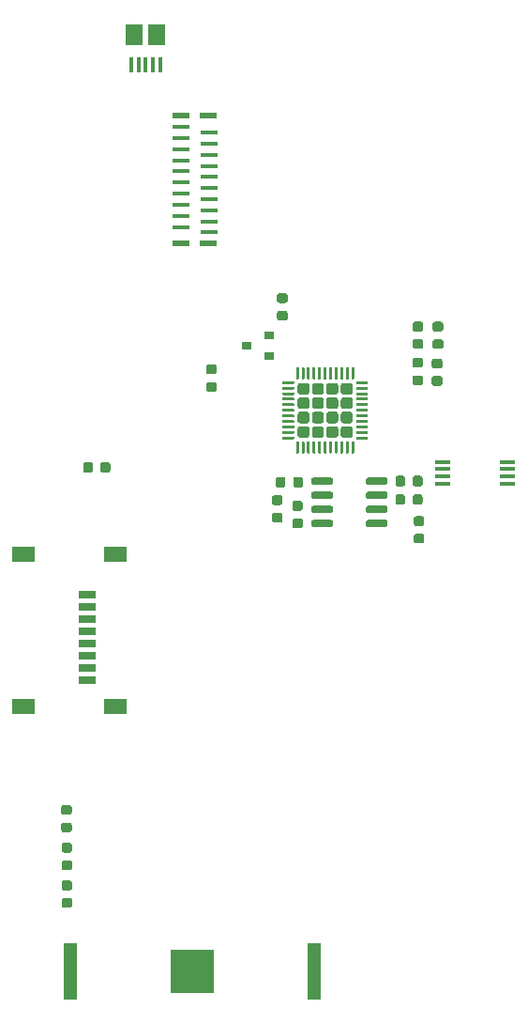
<source format=gbr>
G04 #@! TF.GenerationSoftware,KiCad,Pcbnew,5.1.2-f72e74a~84~ubuntu18.04.1*
G04 #@! TF.CreationDate,2019-07-18T11:25:25-04:00*
G04 #@! TF.ProjectId,Joe,4a6f652e-6b69-4636-9164-5f7063625858,rev?*
G04 #@! TF.SameCoordinates,Original*
G04 #@! TF.FileFunction,Paste,Top*
G04 #@! TF.FilePolarity,Positive*
%FSLAX46Y46*%
G04 Gerber Fmt 4.6, Leading zero omitted, Abs format (unit mm)*
G04 Created by KiCad (PCBNEW 5.1.2-f72e74a~84~ubuntu18.04.1) date 2019-07-18 11:25:25*
%MOMM*%
%LPD*%
G04 APERTURE LIST*
%ADD10C,0.100000*%
%ADD11C,0.250000*%
%ADD12C,1.050000*%
%ADD13R,0.900000X0.800000*%
%ADD14R,1.450000X0.450000*%
%ADD15C,0.600000*%
%ADD16C,0.875000*%
%ADD17R,1.500000X0.800000*%
%ADD18R,2.000000X1.450000*%
%ADD19R,1.500000X1.900000*%
%ADD20R,0.400000X1.350000*%
%ADD21R,1.270000X5.080000*%
%ADD22R,3.960000X3.960000*%
%ADD23R,1.600000X0.600000*%
%ADD24R,1.600000X0.400000*%
G04 APERTURE END LIST*
D10*
G36*
X-22040174Y13145699D02*
G01*
X-22034107Y13144799D01*
X-22028157Y13143309D01*
X-22022382Y13141242D01*
X-22016838Y13138620D01*
X-22011577Y13135467D01*
X-22006650Y13131813D01*
X-22002106Y13127694D01*
X-21997987Y13123150D01*
X-21994333Y13118223D01*
X-21991180Y13112962D01*
X-21988558Y13107418D01*
X-21986491Y13101643D01*
X-21985001Y13095693D01*
X-21984101Y13089626D01*
X-21983800Y13083500D01*
X-21983800Y12133500D01*
X-21984101Y12127374D01*
X-21985001Y12121307D01*
X-21986491Y12115357D01*
X-21988558Y12109582D01*
X-21991180Y12104038D01*
X-21994333Y12098777D01*
X-21997987Y12093850D01*
X-22002106Y12089306D01*
X-22006650Y12085187D01*
X-22011577Y12081533D01*
X-22016838Y12078380D01*
X-22022382Y12075758D01*
X-22028157Y12073691D01*
X-22034107Y12072201D01*
X-22040174Y12071301D01*
X-22046300Y12071000D01*
X-22171300Y12071000D01*
X-22177426Y12071301D01*
X-22183493Y12072201D01*
X-22189443Y12073691D01*
X-22195218Y12075758D01*
X-22200762Y12078380D01*
X-22206023Y12081533D01*
X-22210950Y12085187D01*
X-22215494Y12089306D01*
X-22219613Y12093850D01*
X-22223267Y12098777D01*
X-22226420Y12104038D01*
X-22229042Y12109582D01*
X-22231109Y12115357D01*
X-22232599Y12121307D01*
X-22233499Y12127374D01*
X-22233800Y12133500D01*
X-22233800Y13083500D01*
X-22233499Y13089626D01*
X-22232599Y13095693D01*
X-22231109Y13101643D01*
X-22229042Y13107418D01*
X-22226420Y13112962D01*
X-22223267Y13118223D01*
X-22219613Y13123150D01*
X-22215494Y13127694D01*
X-22210950Y13131813D01*
X-22206023Y13135467D01*
X-22200762Y13138620D01*
X-22195218Y13141242D01*
X-22189443Y13143309D01*
X-22183493Y13144799D01*
X-22177426Y13145699D01*
X-22171300Y13146000D01*
X-22046300Y13146000D01*
X-22040174Y13145699D01*
X-22040174Y13145699D01*
G37*
D11*
X-22108800Y12608500D03*
D10*
G36*
X-21540174Y13145699D02*
G01*
X-21534107Y13144799D01*
X-21528157Y13143309D01*
X-21522382Y13141242D01*
X-21516838Y13138620D01*
X-21511577Y13135467D01*
X-21506650Y13131813D01*
X-21502106Y13127694D01*
X-21497987Y13123150D01*
X-21494333Y13118223D01*
X-21491180Y13112962D01*
X-21488558Y13107418D01*
X-21486491Y13101643D01*
X-21485001Y13095693D01*
X-21484101Y13089626D01*
X-21483800Y13083500D01*
X-21483800Y12133500D01*
X-21484101Y12127374D01*
X-21485001Y12121307D01*
X-21486491Y12115357D01*
X-21488558Y12109582D01*
X-21491180Y12104038D01*
X-21494333Y12098777D01*
X-21497987Y12093850D01*
X-21502106Y12089306D01*
X-21506650Y12085187D01*
X-21511577Y12081533D01*
X-21516838Y12078380D01*
X-21522382Y12075758D01*
X-21528157Y12073691D01*
X-21534107Y12072201D01*
X-21540174Y12071301D01*
X-21546300Y12071000D01*
X-21671300Y12071000D01*
X-21677426Y12071301D01*
X-21683493Y12072201D01*
X-21689443Y12073691D01*
X-21695218Y12075758D01*
X-21700762Y12078380D01*
X-21706023Y12081533D01*
X-21710950Y12085187D01*
X-21715494Y12089306D01*
X-21719613Y12093850D01*
X-21723267Y12098777D01*
X-21726420Y12104038D01*
X-21729042Y12109582D01*
X-21731109Y12115357D01*
X-21732599Y12121307D01*
X-21733499Y12127374D01*
X-21733800Y12133500D01*
X-21733800Y13083500D01*
X-21733499Y13089626D01*
X-21732599Y13095693D01*
X-21731109Y13101643D01*
X-21729042Y13107418D01*
X-21726420Y13112962D01*
X-21723267Y13118223D01*
X-21719613Y13123150D01*
X-21715494Y13127694D01*
X-21710950Y13131813D01*
X-21706023Y13135467D01*
X-21700762Y13138620D01*
X-21695218Y13141242D01*
X-21689443Y13143309D01*
X-21683493Y13144799D01*
X-21677426Y13145699D01*
X-21671300Y13146000D01*
X-21546300Y13146000D01*
X-21540174Y13145699D01*
X-21540174Y13145699D01*
G37*
D11*
X-21608800Y12608500D03*
D10*
G36*
X-21040174Y13145699D02*
G01*
X-21034107Y13144799D01*
X-21028157Y13143309D01*
X-21022382Y13141242D01*
X-21016838Y13138620D01*
X-21011577Y13135467D01*
X-21006650Y13131813D01*
X-21002106Y13127694D01*
X-20997987Y13123150D01*
X-20994333Y13118223D01*
X-20991180Y13112962D01*
X-20988558Y13107418D01*
X-20986491Y13101643D01*
X-20985001Y13095693D01*
X-20984101Y13089626D01*
X-20983800Y13083500D01*
X-20983800Y12133500D01*
X-20984101Y12127374D01*
X-20985001Y12121307D01*
X-20986491Y12115357D01*
X-20988558Y12109582D01*
X-20991180Y12104038D01*
X-20994333Y12098777D01*
X-20997987Y12093850D01*
X-21002106Y12089306D01*
X-21006650Y12085187D01*
X-21011577Y12081533D01*
X-21016838Y12078380D01*
X-21022382Y12075758D01*
X-21028157Y12073691D01*
X-21034107Y12072201D01*
X-21040174Y12071301D01*
X-21046300Y12071000D01*
X-21171300Y12071000D01*
X-21177426Y12071301D01*
X-21183493Y12072201D01*
X-21189443Y12073691D01*
X-21195218Y12075758D01*
X-21200762Y12078380D01*
X-21206023Y12081533D01*
X-21210950Y12085187D01*
X-21215494Y12089306D01*
X-21219613Y12093850D01*
X-21223267Y12098777D01*
X-21226420Y12104038D01*
X-21229042Y12109582D01*
X-21231109Y12115357D01*
X-21232599Y12121307D01*
X-21233499Y12127374D01*
X-21233800Y12133500D01*
X-21233800Y13083500D01*
X-21233499Y13089626D01*
X-21232599Y13095693D01*
X-21231109Y13101643D01*
X-21229042Y13107418D01*
X-21226420Y13112962D01*
X-21223267Y13118223D01*
X-21219613Y13123150D01*
X-21215494Y13127694D01*
X-21210950Y13131813D01*
X-21206023Y13135467D01*
X-21200762Y13138620D01*
X-21195218Y13141242D01*
X-21189443Y13143309D01*
X-21183493Y13144799D01*
X-21177426Y13145699D01*
X-21171300Y13146000D01*
X-21046300Y13146000D01*
X-21040174Y13145699D01*
X-21040174Y13145699D01*
G37*
D11*
X-21108800Y12608500D03*
D10*
G36*
X-20540174Y13145699D02*
G01*
X-20534107Y13144799D01*
X-20528157Y13143309D01*
X-20522382Y13141242D01*
X-20516838Y13138620D01*
X-20511577Y13135467D01*
X-20506650Y13131813D01*
X-20502106Y13127694D01*
X-20497987Y13123150D01*
X-20494333Y13118223D01*
X-20491180Y13112962D01*
X-20488558Y13107418D01*
X-20486491Y13101643D01*
X-20485001Y13095693D01*
X-20484101Y13089626D01*
X-20483800Y13083500D01*
X-20483800Y12133500D01*
X-20484101Y12127374D01*
X-20485001Y12121307D01*
X-20486491Y12115357D01*
X-20488558Y12109582D01*
X-20491180Y12104038D01*
X-20494333Y12098777D01*
X-20497987Y12093850D01*
X-20502106Y12089306D01*
X-20506650Y12085187D01*
X-20511577Y12081533D01*
X-20516838Y12078380D01*
X-20522382Y12075758D01*
X-20528157Y12073691D01*
X-20534107Y12072201D01*
X-20540174Y12071301D01*
X-20546300Y12071000D01*
X-20671300Y12071000D01*
X-20677426Y12071301D01*
X-20683493Y12072201D01*
X-20689443Y12073691D01*
X-20695218Y12075758D01*
X-20700762Y12078380D01*
X-20706023Y12081533D01*
X-20710950Y12085187D01*
X-20715494Y12089306D01*
X-20719613Y12093850D01*
X-20723267Y12098777D01*
X-20726420Y12104038D01*
X-20729042Y12109582D01*
X-20731109Y12115357D01*
X-20732599Y12121307D01*
X-20733499Y12127374D01*
X-20733800Y12133500D01*
X-20733800Y13083500D01*
X-20733499Y13089626D01*
X-20732599Y13095693D01*
X-20731109Y13101643D01*
X-20729042Y13107418D01*
X-20726420Y13112962D01*
X-20723267Y13118223D01*
X-20719613Y13123150D01*
X-20715494Y13127694D01*
X-20710950Y13131813D01*
X-20706023Y13135467D01*
X-20700762Y13138620D01*
X-20695218Y13141242D01*
X-20689443Y13143309D01*
X-20683493Y13144799D01*
X-20677426Y13145699D01*
X-20671300Y13146000D01*
X-20546300Y13146000D01*
X-20540174Y13145699D01*
X-20540174Y13145699D01*
G37*
D11*
X-20608800Y12608500D03*
D10*
G36*
X-20040174Y13145699D02*
G01*
X-20034107Y13144799D01*
X-20028157Y13143309D01*
X-20022382Y13141242D01*
X-20016838Y13138620D01*
X-20011577Y13135467D01*
X-20006650Y13131813D01*
X-20002106Y13127694D01*
X-19997987Y13123150D01*
X-19994333Y13118223D01*
X-19991180Y13112962D01*
X-19988558Y13107418D01*
X-19986491Y13101643D01*
X-19985001Y13095693D01*
X-19984101Y13089626D01*
X-19983800Y13083500D01*
X-19983800Y12133500D01*
X-19984101Y12127374D01*
X-19985001Y12121307D01*
X-19986491Y12115357D01*
X-19988558Y12109582D01*
X-19991180Y12104038D01*
X-19994333Y12098777D01*
X-19997987Y12093850D01*
X-20002106Y12089306D01*
X-20006650Y12085187D01*
X-20011577Y12081533D01*
X-20016838Y12078380D01*
X-20022382Y12075758D01*
X-20028157Y12073691D01*
X-20034107Y12072201D01*
X-20040174Y12071301D01*
X-20046300Y12071000D01*
X-20171300Y12071000D01*
X-20177426Y12071301D01*
X-20183493Y12072201D01*
X-20189443Y12073691D01*
X-20195218Y12075758D01*
X-20200762Y12078380D01*
X-20206023Y12081533D01*
X-20210950Y12085187D01*
X-20215494Y12089306D01*
X-20219613Y12093850D01*
X-20223267Y12098777D01*
X-20226420Y12104038D01*
X-20229042Y12109582D01*
X-20231109Y12115357D01*
X-20232599Y12121307D01*
X-20233499Y12127374D01*
X-20233800Y12133500D01*
X-20233800Y13083500D01*
X-20233499Y13089626D01*
X-20232599Y13095693D01*
X-20231109Y13101643D01*
X-20229042Y13107418D01*
X-20226420Y13112962D01*
X-20223267Y13118223D01*
X-20219613Y13123150D01*
X-20215494Y13127694D01*
X-20210950Y13131813D01*
X-20206023Y13135467D01*
X-20200762Y13138620D01*
X-20195218Y13141242D01*
X-20189443Y13143309D01*
X-20183493Y13144799D01*
X-20177426Y13145699D01*
X-20171300Y13146000D01*
X-20046300Y13146000D01*
X-20040174Y13145699D01*
X-20040174Y13145699D01*
G37*
D11*
X-20108800Y12608500D03*
D10*
G36*
X-19540174Y13145699D02*
G01*
X-19534107Y13144799D01*
X-19528157Y13143309D01*
X-19522382Y13141242D01*
X-19516838Y13138620D01*
X-19511577Y13135467D01*
X-19506650Y13131813D01*
X-19502106Y13127694D01*
X-19497987Y13123150D01*
X-19494333Y13118223D01*
X-19491180Y13112962D01*
X-19488558Y13107418D01*
X-19486491Y13101643D01*
X-19485001Y13095693D01*
X-19484101Y13089626D01*
X-19483800Y13083500D01*
X-19483800Y12133500D01*
X-19484101Y12127374D01*
X-19485001Y12121307D01*
X-19486491Y12115357D01*
X-19488558Y12109582D01*
X-19491180Y12104038D01*
X-19494333Y12098777D01*
X-19497987Y12093850D01*
X-19502106Y12089306D01*
X-19506650Y12085187D01*
X-19511577Y12081533D01*
X-19516838Y12078380D01*
X-19522382Y12075758D01*
X-19528157Y12073691D01*
X-19534107Y12072201D01*
X-19540174Y12071301D01*
X-19546300Y12071000D01*
X-19671300Y12071000D01*
X-19677426Y12071301D01*
X-19683493Y12072201D01*
X-19689443Y12073691D01*
X-19695218Y12075758D01*
X-19700762Y12078380D01*
X-19706023Y12081533D01*
X-19710950Y12085187D01*
X-19715494Y12089306D01*
X-19719613Y12093850D01*
X-19723267Y12098777D01*
X-19726420Y12104038D01*
X-19729042Y12109582D01*
X-19731109Y12115357D01*
X-19732599Y12121307D01*
X-19733499Y12127374D01*
X-19733800Y12133500D01*
X-19733800Y13083500D01*
X-19733499Y13089626D01*
X-19732599Y13095693D01*
X-19731109Y13101643D01*
X-19729042Y13107418D01*
X-19726420Y13112962D01*
X-19723267Y13118223D01*
X-19719613Y13123150D01*
X-19715494Y13127694D01*
X-19710950Y13131813D01*
X-19706023Y13135467D01*
X-19700762Y13138620D01*
X-19695218Y13141242D01*
X-19689443Y13143309D01*
X-19683493Y13144799D01*
X-19677426Y13145699D01*
X-19671300Y13146000D01*
X-19546300Y13146000D01*
X-19540174Y13145699D01*
X-19540174Y13145699D01*
G37*
D11*
X-19608800Y12608500D03*
D10*
G36*
X-19040174Y13145699D02*
G01*
X-19034107Y13144799D01*
X-19028157Y13143309D01*
X-19022382Y13141242D01*
X-19016838Y13138620D01*
X-19011577Y13135467D01*
X-19006650Y13131813D01*
X-19002106Y13127694D01*
X-18997987Y13123150D01*
X-18994333Y13118223D01*
X-18991180Y13112962D01*
X-18988558Y13107418D01*
X-18986491Y13101643D01*
X-18985001Y13095693D01*
X-18984101Y13089626D01*
X-18983800Y13083500D01*
X-18983800Y12133500D01*
X-18984101Y12127374D01*
X-18985001Y12121307D01*
X-18986491Y12115357D01*
X-18988558Y12109582D01*
X-18991180Y12104038D01*
X-18994333Y12098777D01*
X-18997987Y12093850D01*
X-19002106Y12089306D01*
X-19006650Y12085187D01*
X-19011577Y12081533D01*
X-19016838Y12078380D01*
X-19022382Y12075758D01*
X-19028157Y12073691D01*
X-19034107Y12072201D01*
X-19040174Y12071301D01*
X-19046300Y12071000D01*
X-19171300Y12071000D01*
X-19177426Y12071301D01*
X-19183493Y12072201D01*
X-19189443Y12073691D01*
X-19195218Y12075758D01*
X-19200762Y12078380D01*
X-19206023Y12081533D01*
X-19210950Y12085187D01*
X-19215494Y12089306D01*
X-19219613Y12093850D01*
X-19223267Y12098777D01*
X-19226420Y12104038D01*
X-19229042Y12109582D01*
X-19231109Y12115357D01*
X-19232599Y12121307D01*
X-19233499Y12127374D01*
X-19233800Y12133500D01*
X-19233800Y13083500D01*
X-19233499Y13089626D01*
X-19232599Y13095693D01*
X-19231109Y13101643D01*
X-19229042Y13107418D01*
X-19226420Y13112962D01*
X-19223267Y13118223D01*
X-19219613Y13123150D01*
X-19215494Y13127694D01*
X-19210950Y13131813D01*
X-19206023Y13135467D01*
X-19200762Y13138620D01*
X-19195218Y13141242D01*
X-19189443Y13143309D01*
X-19183493Y13144799D01*
X-19177426Y13145699D01*
X-19171300Y13146000D01*
X-19046300Y13146000D01*
X-19040174Y13145699D01*
X-19040174Y13145699D01*
G37*
D11*
X-19108800Y12608500D03*
D10*
G36*
X-18540174Y13145699D02*
G01*
X-18534107Y13144799D01*
X-18528157Y13143309D01*
X-18522382Y13141242D01*
X-18516838Y13138620D01*
X-18511577Y13135467D01*
X-18506650Y13131813D01*
X-18502106Y13127694D01*
X-18497987Y13123150D01*
X-18494333Y13118223D01*
X-18491180Y13112962D01*
X-18488558Y13107418D01*
X-18486491Y13101643D01*
X-18485001Y13095693D01*
X-18484101Y13089626D01*
X-18483800Y13083500D01*
X-18483800Y12133500D01*
X-18484101Y12127374D01*
X-18485001Y12121307D01*
X-18486491Y12115357D01*
X-18488558Y12109582D01*
X-18491180Y12104038D01*
X-18494333Y12098777D01*
X-18497987Y12093850D01*
X-18502106Y12089306D01*
X-18506650Y12085187D01*
X-18511577Y12081533D01*
X-18516838Y12078380D01*
X-18522382Y12075758D01*
X-18528157Y12073691D01*
X-18534107Y12072201D01*
X-18540174Y12071301D01*
X-18546300Y12071000D01*
X-18671300Y12071000D01*
X-18677426Y12071301D01*
X-18683493Y12072201D01*
X-18689443Y12073691D01*
X-18695218Y12075758D01*
X-18700762Y12078380D01*
X-18706023Y12081533D01*
X-18710950Y12085187D01*
X-18715494Y12089306D01*
X-18719613Y12093850D01*
X-18723267Y12098777D01*
X-18726420Y12104038D01*
X-18729042Y12109582D01*
X-18731109Y12115357D01*
X-18732599Y12121307D01*
X-18733499Y12127374D01*
X-18733800Y12133500D01*
X-18733800Y13083500D01*
X-18733499Y13089626D01*
X-18732599Y13095693D01*
X-18731109Y13101643D01*
X-18729042Y13107418D01*
X-18726420Y13112962D01*
X-18723267Y13118223D01*
X-18719613Y13123150D01*
X-18715494Y13127694D01*
X-18710950Y13131813D01*
X-18706023Y13135467D01*
X-18700762Y13138620D01*
X-18695218Y13141242D01*
X-18689443Y13143309D01*
X-18683493Y13144799D01*
X-18677426Y13145699D01*
X-18671300Y13146000D01*
X-18546300Y13146000D01*
X-18540174Y13145699D01*
X-18540174Y13145699D01*
G37*
D11*
X-18608800Y12608500D03*
D10*
G36*
X-18040174Y13145699D02*
G01*
X-18034107Y13144799D01*
X-18028157Y13143309D01*
X-18022382Y13141242D01*
X-18016838Y13138620D01*
X-18011577Y13135467D01*
X-18006650Y13131813D01*
X-18002106Y13127694D01*
X-17997987Y13123150D01*
X-17994333Y13118223D01*
X-17991180Y13112962D01*
X-17988558Y13107418D01*
X-17986491Y13101643D01*
X-17985001Y13095693D01*
X-17984101Y13089626D01*
X-17983800Y13083500D01*
X-17983800Y12133500D01*
X-17984101Y12127374D01*
X-17985001Y12121307D01*
X-17986491Y12115357D01*
X-17988558Y12109582D01*
X-17991180Y12104038D01*
X-17994333Y12098777D01*
X-17997987Y12093850D01*
X-18002106Y12089306D01*
X-18006650Y12085187D01*
X-18011577Y12081533D01*
X-18016838Y12078380D01*
X-18022382Y12075758D01*
X-18028157Y12073691D01*
X-18034107Y12072201D01*
X-18040174Y12071301D01*
X-18046300Y12071000D01*
X-18171300Y12071000D01*
X-18177426Y12071301D01*
X-18183493Y12072201D01*
X-18189443Y12073691D01*
X-18195218Y12075758D01*
X-18200762Y12078380D01*
X-18206023Y12081533D01*
X-18210950Y12085187D01*
X-18215494Y12089306D01*
X-18219613Y12093850D01*
X-18223267Y12098777D01*
X-18226420Y12104038D01*
X-18229042Y12109582D01*
X-18231109Y12115357D01*
X-18232599Y12121307D01*
X-18233499Y12127374D01*
X-18233800Y12133500D01*
X-18233800Y13083500D01*
X-18233499Y13089626D01*
X-18232599Y13095693D01*
X-18231109Y13101643D01*
X-18229042Y13107418D01*
X-18226420Y13112962D01*
X-18223267Y13118223D01*
X-18219613Y13123150D01*
X-18215494Y13127694D01*
X-18210950Y13131813D01*
X-18206023Y13135467D01*
X-18200762Y13138620D01*
X-18195218Y13141242D01*
X-18189443Y13143309D01*
X-18183493Y13144799D01*
X-18177426Y13145699D01*
X-18171300Y13146000D01*
X-18046300Y13146000D01*
X-18040174Y13145699D01*
X-18040174Y13145699D01*
G37*
D11*
X-18108800Y12608500D03*
D10*
G36*
X-17540174Y13145699D02*
G01*
X-17534107Y13144799D01*
X-17528157Y13143309D01*
X-17522382Y13141242D01*
X-17516838Y13138620D01*
X-17511577Y13135467D01*
X-17506650Y13131813D01*
X-17502106Y13127694D01*
X-17497987Y13123150D01*
X-17494333Y13118223D01*
X-17491180Y13112962D01*
X-17488558Y13107418D01*
X-17486491Y13101643D01*
X-17485001Y13095693D01*
X-17484101Y13089626D01*
X-17483800Y13083500D01*
X-17483800Y12133500D01*
X-17484101Y12127374D01*
X-17485001Y12121307D01*
X-17486491Y12115357D01*
X-17488558Y12109582D01*
X-17491180Y12104038D01*
X-17494333Y12098777D01*
X-17497987Y12093850D01*
X-17502106Y12089306D01*
X-17506650Y12085187D01*
X-17511577Y12081533D01*
X-17516838Y12078380D01*
X-17522382Y12075758D01*
X-17528157Y12073691D01*
X-17534107Y12072201D01*
X-17540174Y12071301D01*
X-17546300Y12071000D01*
X-17671300Y12071000D01*
X-17677426Y12071301D01*
X-17683493Y12072201D01*
X-17689443Y12073691D01*
X-17695218Y12075758D01*
X-17700762Y12078380D01*
X-17706023Y12081533D01*
X-17710950Y12085187D01*
X-17715494Y12089306D01*
X-17719613Y12093850D01*
X-17723267Y12098777D01*
X-17726420Y12104038D01*
X-17729042Y12109582D01*
X-17731109Y12115357D01*
X-17732599Y12121307D01*
X-17733499Y12127374D01*
X-17733800Y12133500D01*
X-17733800Y13083500D01*
X-17733499Y13089626D01*
X-17732599Y13095693D01*
X-17731109Y13101643D01*
X-17729042Y13107418D01*
X-17726420Y13112962D01*
X-17723267Y13118223D01*
X-17719613Y13123150D01*
X-17715494Y13127694D01*
X-17710950Y13131813D01*
X-17706023Y13135467D01*
X-17700762Y13138620D01*
X-17695218Y13141242D01*
X-17689443Y13143309D01*
X-17683493Y13144799D01*
X-17677426Y13145699D01*
X-17671300Y13146000D01*
X-17546300Y13146000D01*
X-17540174Y13145699D01*
X-17540174Y13145699D01*
G37*
D11*
X-17608800Y12608500D03*
D10*
G36*
X-17040174Y13145699D02*
G01*
X-17034107Y13144799D01*
X-17028157Y13143309D01*
X-17022382Y13141242D01*
X-17016838Y13138620D01*
X-17011577Y13135467D01*
X-17006650Y13131813D01*
X-17002106Y13127694D01*
X-16997987Y13123150D01*
X-16994333Y13118223D01*
X-16991180Y13112962D01*
X-16988558Y13107418D01*
X-16986491Y13101643D01*
X-16985001Y13095693D01*
X-16984101Y13089626D01*
X-16983800Y13083500D01*
X-16983800Y12133500D01*
X-16984101Y12127374D01*
X-16985001Y12121307D01*
X-16986491Y12115357D01*
X-16988558Y12109582D01*
X-16991180Y12104038D01*
X-16994333Y12098777D01*
X-16997987Y12093850D01*
X-17002106Y12089306D01*
X-17006650Y12085187D01*
X-17011577Y12081533D01*
X-17016838Y12078380D01*
X-17022382Y12075758D01*
X-17028157Y12073691D01*
X-17034107Y12072201D01*
X-17040174Y12071301D01*
X-17046300Y12071000D01*
X-17171300Y12071000D01*
X-17177426Y12071301D01*
X-17183493Y12072201D01*
X-17189443Y12073691D01*
X-17195218Y12075758D01*
X-17200762Y12078380D01*
X-17206023Y12081533D01*
X-17210950Y12085187D01*
X-17215494Y12089306D01*
X-17219613Y12093850D01*
X-17223267Y12098777D01*
X-17226420Y12104038D01*
X-17229042Y12109582D01*
X-17231109Y12115357D01*
X-17232599Y12121307D01*
X-17233499Y12127374D01*
X-17233800Y12133500D01*
X-17233800Y13083500D01*
X-17233499Y13089626D01*
X-17232599Y13095693D01*
X-17231109Y13101643D01*
X-17229042Y13107418D01*
X-17226420Y13112962D01*
X-17223267Y13118223D01*
X-17219613Y13123150D01*
X-17215494Y13127694D01*
X-17210950Y13131813D01*
X-17206023Y13135467D01*
X-17200762Y13138620D01*
X-17195218Y13141242D01*
X-17189443Y13143309D01*
X-17183493Y13144799D01*
X-17177426Y13145699D01*
X-17171300Y13146000D01*
X-17046300Y13146000D01*
X-17040174Y13145699D01*
X-17040174Y13145699D01*
G37*
D11*
X-17108800Y12608500D03*
D10*
G36*
X-15790174Y11895699D02*
G01*
X-15784107Y11894799D01*
X-15778157Y11893309D01*
X-15772382Y11891242D01*
X-15766838Y11888620D01*
X-15761577Y11885467D01*
X-15756650Y11881813D01*
X-15752106Y11877694D01*
X-15747987Y11873150D01*
X-15744333Y11868223D01*
X-15741180Y11862962D01*
X-15738558Y11857418D01*
X-15736491Y11851643D01*
X-15735001Y11845693D01*
X-15734101Y11839626D01*
X-15733800Y11833500D01*
X-15733800Y11708500D01*
X-15734101Y11702374D01*
X-15735001Y11696307D01*
X-15736491Y11690357D01*
X-15738558Y11684582D01*
X-15741180Y11679038D01*
X-15744333Y11673777D01*
X-15747987Y11668850D01*
X-15752106Y11664306D01*
X-15756650Y11660187D01*
X-15761577Y11656533D01*
X-15766838Y11653380D01*
X-15772382Y11650758D01*
X-15778157Y11648691D01*
X-15784107Y11647201D01*
X-15790174Y11646301D01*
X-15796300Y11646000D01*
X-16746300Y11646000D01*
X-16752426Y11646301D01*
X-16758493Y11647201D01*
X-16764443Y11648691D01*
X-16770218Y11650758D01*
X-16775762Y11653380D01*
X-16781023Y11656533D01*
X-16785950Y11660187D01*
X-16790494Y11664306D01*
X-16794613Y11668850D01*
X-16798267Y11673777D01*
X-16801420Y11679038D01*
X-16804042Y11684582D01*
X-16806109Y11690357D01*
X-16807599Y11696307D01*
X-16808499Y11702374D01*
X-16808800Y11708500D01*
X-16808800Y11833500D01*
X-16808499Y11839626D01*
X-16807599Y11845693D01*
X-16806109Y11851643D01*
X-16804042Y11857418D01*
X-16801420Y11862962D01*
X-16798267Y11868223D01*
X-16794613Y11873150D01*
X-16790494Y11877694D01*
X-16785950Y11881813D01*
X-16781023Y11885467D01*
X-16775762Y11888620D01*
X-16770218Y11891242D01*
X-16764443Y11893309D01*
X-16758493Y11894799D01*
X-16752426Y11895699D01*
X-16746300Y11896000D01*
X-15796300Y11896000D01*
X-15790174Y11895699D01*
X-15790174Y11895699D01*
G37*
D11*
X-16271300Y11771000D03*
D10*
G36*
X-15790174Y11395699D02*
G01*
X-15784107Y11394799D01*
X-15778157Y11393309D01*
X-15772382Y11391242D01*
X-15766838Y11388620D01*
X-15761577Y11385467D01*
X-15756650Y11381813D01*
X-15752106Y11377694D01*
X-15747987Y11373150D01*
X-15744333Y11368223D01*
X-15741180Y11362962D01*
X-15738558Y11357418D01*
X-15736491Y11351643D01*
X-15735001Y11345693D01*
X-15734101Y11339626D01*
X-15733800Y11333500D01*
X-15733800Y11208500D01*
X-15734101Y11202374D01*
X-15735001Y11196307D01*
X-15736491Y11190357D01*
X-15738558Y11184582D01*
X-15741180Y11179038D01*
X-15744333Y11173777D01*
X-15747987Y11168850D01*
X-15752106Y11164306D01*
X-15756650Y11160187D01*
X-15761577Y11156533D01*
X-15766838Y11153380D01*
X-15772382Y11150758D01*
X-15778157Y11148691D01*
X-15784107Y11147201D01*
X-15790174Y11146301D01*
X-15796300Y11146000D01*
X-16746300Y11146000D01*
X-16752426Y11146301D01*
X-16758493Y11147201D01*
X-16764443Y11148691D01*
X-16770218Y11150758D01*
X-16775762Y11153380D01*
X-16781023Y11156533D01*
X-16785950Y11160187D01*
X-16790494Y11164306D01*
X-16794613Y11168850D01*
X-16798267Y11173777D01*
X-16801420Y11179038D01*
X-16804042Y11184582D01*
X-16806109Y11190357D01*
X-16807599Y11196307D01*
X-16808499Y11202374D01*
X-16808800Y11208500D01*
X-16808800Y11333500D01*
X-16808499Y11339626D01*
X-16807599Y11345693D01*
X-16806109Y11351643D01*
X-16804042Y11357418D01*
X-16801420Y11362962D01*
X-16798267Y11368223D01*
X-16794613Y11373150D01*
X-16790494Y11377694D01*
X-16785950Y11381813D01*
X-16781023Y11385467D01*
X-16775762Y11388620D01*
X-16770218Y11391242D01*
X-16764443Y11393309D01*
X-16758493Y11394799D01*
X-16752426Y11395699D01*
X-16746300Y11396000D01*
X-15796300Y11396000D01*
X-15790174Y11395699D01*
X-15790174Y11395699D01*
G37*
D11*
X-16271300Y11271000D03*
D10*
G36*
X-15790174Y10895699D02*
G01*
X-15784107Y10894799D01*
X-15778157Y10893309D01*
X-15772382Y10891242D01*
X-15766838Y10888620D01*
X-15761577Y10885467D01*
X-15756650Y10881813D01*
X-15752106Y10877694D01*
X-15747987Y10873150D01*
X-15744333Y10868223D01*
X-15741180Y10862962D01*
X-15738558Y10857418D01*
X-15736491Y10851643D01*
X-15735001Y10845693D01*
X-15734101Y10839626D01*
X-15733800Y10833500D01*
X-15733800Y10708500D01*
X-15734101Y10702374D01*
X-15735001Y10696307D01*
X-15736491Y10690357D01*
X-15738558Y10684582D01*
X-15741180Y10679038D01*
X-15744333Y10673777D01*
X-15747987Y10668850D01*
X-15752106Y10664306D01*
X-15756650Y10660187D01*
X-15761577Y10656533D01*
X-15766838Y10653380D01*
X-15772382Y10650758D01*
X-15778157Y10648691D01*
X-15784107Y10647201D01*
X-15790174Y10646301D01*
X-15796300Y10646000D01*
X-16746300Y10646000D01*
X-16752426Y10646301D01*
X-16758493Y10647201D01*
X-16764443Y10648691D01*
X-16770218Y10650758D01*
X-16775762Y10653380D01*
X-16781023Y10656533D01*
X-16785950Y10660187D01*
X-16790494Y10664306D01*
X-16794613Y10668850D01*
X-16798267Y10673777D01*
X-16801420Y10679038D01*
X-16804042Y10684582D01*
X-16806109Y10690357D01*
X-16807599Y10696307D01*
X-16808499Y10702374D01*
X-16808800Y10708500D01*
X-16808800Y10833500D01*
X-16808499Y10839626D01*
X-16807599Y10845693D01*
X-16806109Y10851643D01*
X-16804042Y10857418D01*
X-16801420Y10862962D01*
X-16798267Y10868223D01*
X-16794613Y10873150D01*
X-16790494Y10877694D01*
X-16785950Y10881813D01*
X-16781023Y10885467D01*
X-16775762Y10888620D01*
X-16770218Y10891242D01*
X-16764443Y10893309D01*
X-16758493Y10894799D01*
X-16752426Y10895699D01*
X-16746300Y10896000D01*
X-15796300Y10896000D01*
X-15790174Y10895699D01*
X-15790174Y10895699D01*
G37*
D11*
X-16271300Y10771000D03*
D10*
G36*
X-15790174Y10395699D02*
G01*
X-15784107Y10394799D01*
X-15778157Y10393309D01*
X-15772382Y10391242D01*
X-15766838Y10388620D01*
X-15761577Y10385467D01*
X-15756650Y10381813D01*
X-15752106Y10377694D01*
X-15747987Y10373150D01*
X-15744333Y10368223D01*
X-15741180Y10362962D01*
X-15738558Y10357418D01*
X-15736491Y10351643D01*
X-15735001Y10345693D01*
X-15734101Y10339626D01*
X-15733800Y10333500D01*
X-15733800Y10208500D01*
X-15734101Y10202374D01*
X-15735001Y10196307D01*
X-15736491Y10190357D01*
X-15738558Y10184582D01*
X-15741180Y10179038D01*
X-15744333Y10173777D01*
X-15747987Y10168850D01*
X-15752106Y10164306D01*
X-15756650Y10160187D01*
X-15761577Y10156533D01*
X-15766838Y10153380D01*
X-15772382Y10150758D01*
X-15778157Y10148691D01*
X-15784107Y10147201D01*
X-15790174Y10146301D01*
X-15796300Y10146000D01*
X-16746300Y10146000D01*
X-16752426Y10146301D01*
X-16758493Y10147201D01*
X-16764443Y10148691D01*
X-16770218Y10150758D01*
X-16775762Y10153380D01*
X-16781023Y10156533D01*
X-16785950Y10160187D01*
X-16790494Y10164306D01*
X-16794613Y10168850D01*
X-16798267Y10173777D01*
X-16801420Y10179038D01*
X-16804042Y10184582D01*
X-16806109Y10190357D01*
X-16807599Y10196307D01*
X-16808499Y10202374D01*
X-16808800Y10208500D01*
X-16808800Y10333500D01*
X-16808499Y10339626D01*
X-16807599Y10345693D01*
X-16806109Y10351643D01*
X-16804042Y10357418D01*
X-16801420Y10362962D01*
X-16798267Y10368223D01*
X-16794613Y10373150D01*
X-16790494Y10377694D01*
X-16785950Y10381813D01*
X-16781023Y10385467D01*
X-16775762Y10388620D01*
X-16770218Y10391242D01*
X-16764443Y10393309D01*
X-16758493Y10394799D01*
X-16752426Y10395699D01*
X-16746300Y10396000D01*
X-15796300Y10396000D01*
X-15790174Y10395699D01*
X-15790174Y10395699D01*
G37*
D11*
X-16271300Y10271000D03*
D10*
G36*
X-15790174Y9895699D02*
G01*
X-15784107Y9894799D01*
X-15778157Y9893309D01*
X-15772382Y9891242D01*
X-15766838Y9888620D01*
X-15761577Y9885467D01*
X-15756650Y9881813D01*
X-15752106Y9877694D01*
X-15747987Y9873150D01*
X-15744333Y9868223D01*
X-15741180Y9862962D01*
X-15738558Y9857418D01*
X-15736491Y9851643D01*
X-15735001Y9845693D01*
X-15734101Y9839626D01*
X-15733800Y9833500D01*
X-15733800Y9708500D01*
X-15734101Y9702374D01*
X-15735001Y9696307D01*
X-15736491Y9690357D01*
X-15738558Y9684582D01*
X-15741180Y9679038D01*
X-15744333Y9673777D01*
X-15747987Y9668850D01*
X-15752106Y9664306D01*
X-15756650Y9660187D01*
X-15761577Y9656533D01*
X-15766838Y9653380D01*
X-15772382Y9650758D01*
X-15778157Y9648691D01*
X-15784107Y9647201D01*
X-15790174Y9646301D01*
X-15796300Y9646000D01*
X-16746300Y9646000D01*
X-16752426Y9646301D01*
X-16758493Y9647201D01*
X-16764443Y9648691D01*
X-16770218Y9650758D01*
X-16775762Y9653380D01*
X-16781023Y9656533D01*
X-16785950Y9660187D01*
X-16790494Y9664306D01*
X-16794613Y9668850D01*
X-16798267Y9673777D01*
X-16801420Y9679038D01*
X-16804042Y9684582D01*
X-16806109Y9690357D01*
X-16807599Y9696307D01*
X-16808499Y9702374D01*
X-16808800Y9708500D01*
X-16808800Y9833500D01*
X-16808499Y9839626D01*
X-16807599Y9845693D01*
X-16806109Y9851643D01*
X-16804042Y9857418D01*
X-16801420Y9862962D01*
X-16798267Y9868223D01*
X-16794613Y9873150D01*
X-16790494Y9877694D01*
X-16785950Y9881813D01*
X-16781023Y9885467D01*
X-16775762Y9888620D01*
X-16770218Y9891242D01*
X-16764443Y9893309D01*
X-16758493Y9894799D01*
X-16752426Y9895699D01*
X-16746300Y9896000D01*
X-15796300Y9896000D01*
X-15790174Y9895699D01*
X-15790174Y9895699D01*
G37*
D11*
X-16271300Y9771000D03*
D10*
G36*
X-15790174Y9395699D02*
G01*
X-15784107Y9394799D01*
X-15778157Y9393309D01*
X-15772382Y9391242D01*
X-15766838Y9388620D01*
X-15761577Y9385467D01*
X-15756650Y9381813D01*
X-15752106Y9377694D01*
X-15747987Y9373150D01*
X-15744333Y9368223D01*
X-15741180Y9362962D01*
X-15738558Y9357418D01*
X-15736491Y9351643D01*
X-15735001Y9345693D01*
X-15734101Y9339626D01*
X-15733800Y9333500D01*
X-15733800Y9208500D01*
X-15734101Y9202374D01*
X-15735001Y9196307D01*
X-15736491Y9190357D01*
X-15738558Y9184582D01*
X-15741180Y9179038D01*
X-15744333Y9173777D01*
X-15747987Y9168850D01*
X-15752106Y9164306D01*
X-15756650Y9160187D01*
X-15761577Y9156533D01*
X-15766838Y9153380D01*
X-15772382Y9150758D01*
X-15778157Y9148691D01*
X-15784107Y9147201D01*
X-15790174Y9146301D01*
X-15796300Y9146000D01*
X-16746300Y9146000D01*
X-16752426Y9146301D01*
X-16758493Y9147201D01*
X-16764443Y9148691D01*
X-16770218Y9150758D01*
X-16775762Y9153380D01*
X-16781023Y9156533D01*
X-16785950Y9160187D01*
X-16790494Y9164306D01*
X-16794613Y9168850D01*
X-16798267Y9173777D01*
X-16801420Y9179038D01*
X-16804042Y9184582D01*
X-16806109Y9190357D01*
X-16807599Y9196307D01*
X-16808499Y9202374D01*
X-16808800Y9208500D01*
X-16808800Y9333500D01*
X-16808499Y9339626D01*
X-16807599Y9345693D01*
X-16806109Y9351643D01*
X-16804042Y9357418D01*
X-16801420Y9362962D01*
X-16798267Y9368223D01*
X-16794613Y9373150D01*
X-16790494Y9377694D01*
X-16785950Y9381813D01*
X-16781023Y9385467D01*
X-16775762Y9388620D01*
X-16770218Y9391242D01*
X-16764443Y9393309D01*
X-16758493Y9394799D01*
X-16752426Y9395699D01*
X-16746300Y9396000D01*
X-15796300Y9396000D01*
X-15790174Y9395699D01*
X-15790174Y9395699D01*
G37*
D11*
X-16271300Y9271000D03*
D10*
G36*
X-15790174Y8895699D02*
G01*
X-15784107Y8894799D01*
X-15778157Y8893309D01*
X-15772382Y8891242D01*
X-15766838Y8888620D01*
X-15761577Y8885467D01*
X-15756650Y8881813D01*
X-15752106Y8877694D01*
X-15747987Y8873150D01*
X-15744333Y8868223D01*
X-15741180Y8862962D01*
X-15738558Y8857418D01*
X-15736491Y8851643D01*
X-15735001Y8845693D01*
X-15734101Y8839626D01*
X-15733800Y8833500D01*
X-15733800Y8708500D01*
X-15734101Y8702374D01*
X-15735001Y8696307D01*
X-15736491Y8690357D01*
X-15738558Y8684582D01*
X-15741180Y8679038D01*
X-15744333Y8673777D01*
X-15747987Y8668850D01*
X-15752106Y8664306D01*
X-15756650Y8660187D01*
X-15761577Y8656533D01*
X-15766838Y8653380D01*
X-15772382Y8650758D01*
X-15778157Y8648691D01*
X-15784107Y8647201D01*
X-15790174Y8646301D01*
X-15796300Y8646000D01*
X-16746300Y8646000D01*
X-16752426Y8646301D01*
X-16758493Y8647201D01*
X-16764443Y8648691D01*
X-16770218Y8650758D01*
X-16775762Y8653380D01*
X-16781023Y8656533D01*
X-16785950Y8660187D01*
X-16790494Y8664306D01*
X-16794613Y8668850D01*
X-16798267Y8673777D01*
X-16801420Y8679038D01*
X-16804042Y8684582D01*
X-16806109Y8690357D01*
X-16807599Y8696307D01*
X-16808499Y8702374D01*
X-16808800Y8708500D01*
X-16808800Y8833500D01*
X-16808499Y8839626D01*
X-16807599Y8845693D01*
X-16806109Y8851643D01*
X-16804042Y8857418D01*
X-16801420Y8862962D01*
X-16798267Y8868223D01*
X-16794613Y8873150D01*
X-16790494Y8877694D01*
X-16785950Y8881813D01*
X-16781023Y8885467D01*
X-16775762Y8888620D01*
X-16770218Y8891242D01*
X-16764443Y8893309D01*
X-16758493Y8894799D01*
X-16752426Y8895699D01*
X-16746300Y8896000D01*
X-15796300Y8896000D01*
X-15790174Y8895699D01*
X-15790174Y8895699D01*
G37*
D11*
X-16271300Y8771000D03*
D10*
G36*
X-15790174Y8395699D02*
G01*
X-15784107Y8394799D01*
X-15778157Y8393309D01*
X-15772382Y8391242D01*
X-15766838Y8388620D01*
X-15761577Y8385467D01*
X-15756650Y8381813D01*
X-15752106Y8377694D01*
X-15747987Y8373150D01*
X-15744333Y8368223D01*
X-15741180Y8362962D01*
X-15738558Y8357418D01*
X-15736491Y8351643D01*
X-15735001Y8345693D01*
X-15734101Y8339626D01*
X-15733800Y8333500D01*
X-15733800Y8208500D01*
X-15734101Y8202374D01*
X-15735001Y8196307D01*
X-15736491Y8190357D01*
X-15738558Y8184582D01*
X-15741180Y8179038D01*
X-15744333Y8173777D01*
X-15747987Y8168850D01*
X-15752106Y8164306D01*
X-15756650Y8160187D01*
X-15761577Y8156533D01*
X-15766838Y8153380D01*
X-15772382Y8150758D01*
X-15778157Y8148691D01*
X-15784107Y8147201D01*
X-15790174Y8146301D01*
X-15796300Y8146000D01*
X-16746300Y8146000D01*
X-16752426Y8146301D01*
X-16758493Y8147201D01*
X-16764443Y8148691D01*
X-16770218Y8150758D01*
X-16775762Y8153380D01*
X-16781023Y8156533D01*
X-16785950Y8160187D01*
X-16790494Y8164306D01*
X-16794613Y8168850D01*
X-16798267Y8173777D01*
X-16801420Y8179038D01*
X-16804042Y8184582D01*
X-16806109Y8190357D01*
X-16807599Y8196307D01*
X-16808499Y8202374D01*
X-16808800Y8208500D01*
X-16808800Y8333500D01*
X-16808499Y8339626D01*
X-16807599Y8345693D01*
X-16806109Y8351643D01*
X-16804042Y8357418D01*
X-16801420Y8362962D01*
X-16798267Y8368223D01*
X-16794613Y8373150D01*
X-16790494Y8377694D01*
X-16785950Y8381813D01*
X-16781023Y8385467D01*
X-16775762Y8388620D01*
X-16770218Y8391242D01*
X-16764443Y8393309D01*
X-16758493Y8394799D01*
X-16752426Y8395699D01*
X-16746300Y8396000D01*
X-15796300Y8396000D01*
X-15790174Y8395699D01*
X-15790174Y8395699D01*
G37*
D11*
X-16271300Y8271000D03*
D10*
G36*
X-15790174Y7895699D02*
G01*
X-15784107Y7894799D01*
X-15778157Y7893309D01*
X-15772382Y7891242D01*
X-15766838Y7888620D01*
X-15761577Y7885467D01*
X-15756650Y7881813D01*
X-15752106Y7877694D01*
X-15747987Y7873150D01*
X-15744333Y7868223D01*
X-15741180Y7862962D01*
X-15738558Y7857418D01*
X-15736491Y7851643D01*
X-15735001Y7845693D01*
X-15734101Y7839626D01*
X-15733800Y7833500D01*
X-15733800Y7708500D01*
X-15734101Y7702374D01*
X-15735001Y7696307D01*
X-15736491Y7690357D01*
X-15738558Y7684582D01*
X-15741180Y7679038D01*
X-15744333Y7673777D01*
X-15747987Y7668850D01*
X-15752106Y7664306D01*
X-15756650Y7660187D01*
X-15761577Y7656533D01*
X-15766838Y7653380D01*
X-15772382Y7650758D01*
X-15778157Y7648691D01*
X-15784107Y7647201D01*
X-15790174Y7646301D01*
X-15796300Y7646000D01*
X-16746300Y7646000D01*
X-16752426Y7646301D01*
X-16758493Y7647201D01*
X-16764443Y7648691D01*
X-16770218Y7650758D01*
X-16775762Y7653380D01*
X-16781023Y7656533D01*
X-16785950Y7660187D01*
X-16790494Y7664306D01*
X-16794613Y7668850D01*
X-16798267Y7673777D01*
X-16801420Y7679038D01*
X-16804042Y7684582D01*
X-16806109Y7690357D01*
X-16807599Y7696307D01*
X-16808499Y7702374D01*
X-16808800Y7708500D01*
X-16808800Y7833500D01*
X-16808499Y7839626D01*
X-16807599Y7845693D01*
X-16806109Y7851643D01*
X-16804042Y7857418D01*
X-16801420Y7862962D01*
X-16798267Y7868223D01*
X-16794613Y7873150D01*
X-16790494Y7877694D01*
X-16785950Y7881813D01*
X-16781023Y7885467D01*
X-16775762Y7888620D01*
X-16770218Y7891242D01*
X-16764443Y7893309D01*
X-16758493Y7894799D01*
X-16752426Y7895699D01*
X-16746300Y7896000D01*
X-15796300Y7896000D01*
X-15790174Y7895699D01*
X-15790174Y7895699D01*
G37*
D11*
X-16271300Y7771000D03*
D10*
G36*
X-15790174Y7395699D02*
G01*
X-15784107Y7394799D01*
X-15778157Y7393309D01*
X-15772382Y7391242D01*
X-15766838Y7388620D01*
X-15761577Y7385467D01*
X-15756650Y7381813D01*
X-15752106Y7377694D01*
X-15747987Y7373150D01*
X-15744333Y7368223D01*
X-15741180Y7362962D01*
X-15738558Y7357418D01*
X-15736491Y7351643D01*
X-15735001Y7345693D01*
X-15734101Y7339626D01*
X-15733800Y7333500D01*
X-15733800Y7208500D01*
X-15734101Y7202374D01*
X-15735001Y7196307D01*
X-15736491Y7190357D01*
X-15738558Y7184582D01*
X-15741180Y7179038D01*
X-15744333Y7173777D01*
X-15747987Y7168850D01*
X-15752106Y7164306D01*
X-15756650Y7160187D01*
X-15761577Y7156533D01*
X-15766838Y7153380D01*
X-15772382Y7150758D01*
X-15778157Y7148691D01*
X-15784107Y7147201D01*
X-15790174Y7146301D01*
X-15796300Y7146000D01*
X-16746300Y7146000D01*
X-16752426Y7146301D01*
X-16758493Y7147201D01*
X-16764443Y7148691D01*
X-16770218Y7150758D01*
X-16775762Y7153380D01*
X-16781023Y7156533D01*
X-16785950Y7160187D01*
X-16790494Y7164306D01*
X-16794613Y7168850D01*
X-16798267Y7173777D01*
X-16801420Y7179038D01*
X-16804042Y7184582D01*
X-16806109Y7190357D01*
X-16807599Y7196307D01*
X-16808499Y7202374D01*
X-16808800Y7208500D01*
X-16808800Y7333500D01*
X-16808499Y7339626D01*
X-16807599Y7345693D01*
X-16806109Y7351643D01*
X-16804042Y7357418D01*
X-16801420Y7362962D01*
X-16798267Y7368223D01*
X-16794613Y7373150D01*
X-16790494Y7377694D01*
X-16785950Y7381813D01*
X-16781023Y7385467D01*
X-16775762Y7388620D01*
X-16770218Y7391242D01*
X-16764443Y7393309D01*
X-16758493Y7394799D01*
X-16752426Y7395699D01*
X-16746300Y7396000D01*
X-15796300Y7396000D01*
X-15790174Y7395699D01*
X-15790174Y7395699D01*
G37*
D11*
X-16271300Y7271000D03*
D10*
G36*
X-15790174Y6895699D02*
G01*
X-15784107Y6894799D01*
X-15778157Y6893309D01*
X-15772382Y6891242D01*
X-15766838Y6888620D01*
X-15761577Y6885467D01*
X-15756650Y6881813D01*
X-15752106Y6877694D01*
X-15747987Y6873150D01*
X-15744333Y6868223D01*
X-15741180Y6862962D01*
X-15738558Y6857418D01*
X-15736491Y6851643D01*
X-15735001Y6845693D01*
X-15734101Y6839626D01*
X-15733800Y6833500D01*
X-15733800Y6708500D01*
X-15734101Y6702374D01*
X-15735001Y6696307D01*
X-15736491Y6690357D01*
X-15738558Y6684582D01*
X-15741180Y6679038D01*
X-15744333Y6673777D01*
X-15747987Y6668850D01*
X-15752106Y6664306D01*
X-15756650Y6660187D01*
X-15761577Y6656533D01*
X-15766838Y6653380D01*
X-15772382Y6650758D01*
X-15778157Y6648691D01*
X-15784107Y6647201D01*
X-15790174Y6646301D01*
X-15796300Y6646000D01*
X-16746300Y6646000D01*
X-16752426Y6646301D01*
X-16758493Y6647201D01*
X-16764443Y6648691D01*
X-16770218Y6650758D01*
X-16775762Y6653380D01*
X-16781023Y6656533D01*
X-16785950Y6660187D01*
X-16790494Y6664306D01*
X-16794613Y6668850D01*
X-16798267Y6673777D01*
X-16801420Y6679038D01*
X-16804042Y6684582D01*
X-16806109Y6690357D01*
X-16807599Y6696307D01*
X-16808499Y6702374D01*
X-16808800Y6708500D01*
X-16808800Y6833500D01*
X-16808499Y6839626D01*
X-16807599Y6845693D01*
X-16806109Y6851643D01*
X-16804042Y6857418D01*
X-16801420Y6862962D01*
X-16798267Y6868223D01*
X-16794613Y6873150D01*
X-16790494Y6877694D01*
X-16785950Y6881813D01*
X-16781023Y6885467D01*
X-16775762Y6888620D01*
X-16770218Y6891242D01*
X-16764443Y6893309D01*
X-16758493Y6894799D01*
X-16752426Y6895699D01*
X-16746300Y6896000D01*
X-15796300Y6896000D01*
X-15790174Y6895699D01*
X-15790174Y6895699D01*
G37*
D11*
X-16271300Y6771000D03*
D10*
G36*
X-17040174Y6470699D02*
G01*
X-17034107Y6469799D01*
X-17028157Y6468309D01*
X-17022382Y6466242D01*
X-17016838Y6463620D01*
X-17011577Y6460467D01*
X-17006650Y6456813D01*
X-17002106Y6452694D01*
X-16997987Y6448150D01*
X-16994333Y6443223D01*
X-16991180Y6437962D01*
X-16988558Y6432418D01*
X-16986491Y6426643D01*
X-16985001Y6420693D01*
X-16984101Y6414626D01*
X-16983800Y6408500D01*
X-16983800Y5458500D01*
X-16984101Y5452374D01*
X-16985001Y5446307D01*
X-16986491Y5440357D01*
X-16988558Y5434582D01*
X-16991180Y5429038D01*
X-16994333Y5423777D01*
X-16997987Y5418850D01*
X-17002106Y5414306D01*
X-17006650Y5410187D01*
X-17011577Y5406533D01*
X-17016838Y5403380D01*
X-17022382Y5400758D01*
X-17028157Y5398691D01*
X-17034107Y5397201D01*
X-17040174Y5396301D01*
X-17046300Y5396000D01*
X-17171300Y5396000D01*
X-17177426Y5396301D01*
X-17183493Y5397201D01*
X-17189443Y5398691D01*
X-17195218Y5400758D01*
X-17200762Y5403380D01*
X-17206023Y5406533D01*
X-17210950Y5410187D01*
X-17215494Y5414306D01*
X-17219613Y5418850D01*
X-17223267Y5423777D01*
X-17226420Y5429038D01*
X-17229042Y5434582D01*
X-17231109Y5440357D01*
X-17232599Y5446307D01*
X-17233499Y5452374D01*
X-17233800Y5458500D01*
X-17233800Y6408500D01*
X-17233499Y6414626D01*
X-17232599Y6420693D01*
X-17231109Y6426643D01*
X-17229042Y6432418D01*
X-17226420Y6437962D01*
X-17223267Y6443223D01*
X-17219613Y6448150D01*
X-17215494Y6452694D01*
X-17210950Y6456813D01*
X-17206023Y6460467D01*
X-17200762Y6463620D01*
X-17195218Y6466242D01*
X-17189443Y6468309D01*
X-17183493Y6469799D01*
X-17177426Y6470699D01*
X-17171300Y6471000D01*
X-17046300Y6471000D01*
X-17040174Y6470699D01*
X-17040174Y6470699D01*
G37*
D11*
X-17108800Y5933500D03*
D10*
G36*
X-17540174Y6470699D02*
G01*
X-17534107Y6469799D01*
X-17528157Y6468309D01*
X-17522382Y6466242D01*
X-17516838Y6463620D01*
X-17511577Y6460467D01*
X-17506650Y6456813D01*
X-17502106Y6452694D01*
X-17497987Y6448150D01*
X-17494333Y6443223D01*
X-17491180Y6437962D01*
X-17488558Y6432418D01*
X-17486491Y6426643D01*
X-17485001Y6420693D01*
X-17484101Y6414626D01*
X-17483800Y6408500D01*
X-17483800Y5458500D01*
X-17484101Y5452374D01*
X-17485001Y5446307D01*
X-17486491Y5440357D01*
X-17488558Y5434582D01*
X-17491180Y5429038D01*
X-17494333Y5423777D01*
X-17497987Y5418850D01*
X-17502106Y5414306D01*
X-17506650Y5410187D01*
X-17511577Y5406533D01*
X-17516838Y5403380D01*
X-17522382Y5400758D01*
X-17528157Y5398691D01*
X-17534107Y5397201D01*
X-17540174Y5396301D01*
X-17546300Y5396000D01*
X-17671300Y5396000D01*
X-17677426Y5396301D01*
X-17683493Y5397201D01*
X-17689443Y5398691D01*
X-17695218Y5400758D01*
X-17700762Y5403380D01*
X-17706023Y5406533D01*
X-17710950Y5410187D01*
X-17715494Y5414306D01*
X-17719613Y5418850D01*
X-17723267Y5423777D01*
X-17726420Y5429038D01*
X-17729042Y5434582D01*
X-17731109Y5440357D01*
X-17732599Y5446307D01*
X-17733499Y5452374D01*
X-17733800Y5458500D01*
X-17733800Y6408500D01*
X-17733499Y6414626D01*
X-17732599Y6420693D01*
X-17731109Y6426643D01*
X-17729042Y6432418D01*
X-17726420Y6437962D01*
X-17723267Y6443223D01*
X-17719613Y6448150D01*
X-17715494Y6452694D01*
X-17710950Y6456813D01*
X-17706023Y6460467D01*
X-17700762Y6463620D01*
X-17695218Y6466242D01*
X-17689443Y6468309D01*
X-17683493Y6469799D01*
X-17677426Y6470699D01*
X-17671300Y6471000D01*
X-17546300Y6471000D01*
X-17540174Y6470699D01*
X-17540174Y6470699D01*
G37*
D11*
X-17608800Y5933500D03*
D10*
G36*
X-18040174Y6470699D02*
G01*
X-18034107Y6469799D01*
X-18028157Y6468309D01*
X-18022382Y6466242D01*
X-18016838Y6463620D01*
X-18011577Y6460467D01*
X-18006650Y6456813D01*
X-18002106Y6452694D01*
X-17997987Y6448150D01*
X-17994333Y6443223D01*
X-17991180Y6437962D01*
X-17988558Y6432418D01*
X-17986491Y6426643D01*
X-17985001Y6420693D01*
X-17984101Y6414626D01*
X-17983800Y6408500D01*
X-17983800Y5458500D01*
X-17984101Y5452374D01*
X-17985001Y5446307D01*
X-17986491Y5440357D01*
X-17988558Y5434582D01*
X-17991180Y5429038D01*
X-17994333Y5423777D01*
X-17997987Y5418850D01*
X-18002106Y5414306D01*
X-18006650Y5410187D01*
X-18011577Y5406533D01*
X-18016838Y5403380D01*
X-18022382Y5400758D01*
X-18028157Y5398691D01*
X-18034107Y5397201D01*
X-18040174Y5396301D01*
X-18046300Y5396000D01*
X-18171300Y5396000D01*
X-18177426Y5396301D01*
X-18183493Y5397201D01*
X-18189443Y5398691D01*
X-18195218Y5400758D01*
X-18200762Y5403380D01*
X-18206023Y5406533D01*
X-18210950Y5410187D01*
X-18215494Y5414306D01*
X-18219613Y5418850D01*
X-18223267Y5423777D01*
X-18226420Y5429038D01*
X-18229042Y5434582D01*
X-18231109Y5440357D01*
X-18232599Y5446307D01*
X-18233499Y5452374D01*
X-18233800Y5458500D01*
X-18233800Y6408500D01*
X-18233499Y6414626D01*
X-18232599Y6420693D01*
X-18231109Y6426643D01*
X-18229042Y6432418D01*
X-18226420Y6437962D01*
X-18223267Y6443223D01*
X-18219613Y6448150D01*
X-18215494Y6452694D01*
X-18210950Y6456813D01*
X-18206023Y6460467D01*
X-18200762Y6463620D01*
X-18195218Y6466242D01*
X-18189443Y6468309D01*
X-18183493Y6469799D01*
X-18177426Y6470699D01*
X-18171300Y6471000D01*
X-18046300Y6471000D01*
X-18040174Y6470699D01*
X-18040174Y6470699D01*
G37*
D11*
X-18108800Y5933500D03*
D10*
G36*
X-18540174Y6470699D02*
G01*
X-18534107Y6469799D01*
X-18528157Y6468309D01*
X-18522382Y6466242D01*
X-18516838Y6463620D01*
X-18511577Y6460467D01*
X-18506650Y6456813D01*
X-18502106Y6452694D01*
X-18497987Y6448150D01*
X-18494333Y6443223D01*
X-18491180Y6437962D01*
X-18488558Y6432418D01*
X-18486491Y6426643D01*
X-18485001Y6420693D01*
X-18484101Y6414626D01*
X-18483800Y6408500D01*
X-18483800Y5458500D01*
X-18484101Y5452374D01*
X-18485001Y5446307D01*
X-18486491Y5440357D01*
X-18488558Y5434582D01*
X-18491180Y5429038D01*
X-18494333Y5423777D01*
X-18497987Y5418850D01*
X-18502106Y5414306D01*
X-18506650Y5410187D01*
X-18511577Y5406533D01*
X-18516838Y5403380D01*
X-18522382Y5400758D01*
X-18528157Y5398691D01*
X-18534107Y5397201D01*
X-18540174Y5396301D01*
X-18546300Y5396000D01*
X-18671300Y5396000D01*
X-18677426Y5396301D01*
X-18683493Y5397201D01*
X-18689443Y5398691D01*
X-18695218Y5400758D01*
X-18700762Y5403380D01*
X-18706023Y5406533D01*
X-18710950Y5410187D01*
X-18715494Y5414306D01*
X-18719613Y5418850D01*
X-18723267Y5423777D01*
X-18726420Y5429038D01*
X-18729042Y5434582D01*
X-18731109Y5440357D01*
X-18732599Y5446307D01*
X-18733499Y5452374D01*
X-18733800Y5458500D01*
X-18733800Y6408500D01*
X-18733499Y6414626D01*
X-18732599Y6420693D01*
X-18731109Y6426643D01*
X-18729042Y6432418D01*
X-18726420Y6437962D01*
X-18723267Y6443223D01*
X-18719613Y6448150D01*
X-18715494Y6452694D01*
X-18710950Y6456813D01*
X-18706023Y6460467D01*
X-18700762Y6463620D01*
X-18695218Y6466242D01*
X-18689443Y6468309D01*
X-18683493Y6469799D01*
X-18677426Y6470699D01*
X-18671300Y6471000D01*
X-18546300Y6471000D01*
X-18540174Y6470699D01*
X-18540174Y6470699D01*
G37*
D11*
X-18608800Y5933500D03*
D10*
G36*
X-19040174Y6470699D02*
G01*
X-19034107Y6469799D01*
X-19028157Y6468309D01*
X-19022382Y6466242D01*
X-19016838Y6463620D01*
X-19011577Y6460467D01*
X-19006650Y6456813D01*
X-19002106Y6452694D01*
X-18997987Y6448150D01*
X-18994333Y6443223D01*
X-18991180Y6437962D01*
X-18988558Y6432418D01*
X-18986491Y6426643D01*
X-18985001Y6420693D01*
X-18984101Y6414626D01*
X-18983800Y6408500D01*
X-18983800Y5458500D01*
X-18984101Y5452374D01*
X-18985001Y5446307D01*
X-18986491Y5440357D01*
X-18988558Y5434582D01*
X-18991180Y5429038D01*
X-18994333Y5423777D01*
X-18997987Y5418850D01*
X-19002106Y5414306D01*
X-19006650Y5410187D01*
X-19011577Y5406533D01*
X-19016838Y5403380D01*
X-19022382Y5400758D01*
X-19028157Y5398691D01*
X-19034107Y5397201D01*
X-19040174Y5396301D01*
X-19046300Y5396000D01*
X-19171300Y5396000D01*
X-19177426Y5396301D01*
X-19183493Y5397201D01*
X-19189443Y5398691D01*
X-19195218Y5400758D01*
X-19200762Y5403380D01*
X-19206023Y5406533D01*
X-19210950Y5410187D01*
X-19215494Y5414306D01*
X-19219613Y5418850D01*
X-19223267Y5423777D01*
X-19226420Y5429038D01*
X-19229042Y5434582D01*
X-19231109Y5440357D01*
X-19232599Y5446307D01*
X-19233499Y5452374D01*
X-19233800Y5458500D01*
X-19233800Y6408500D01*
X-19233499Y6414626D01*
X-19232599Y6420693D01*
X-19231109Y6426643D01*
X-19229042Y6432418D01*
X-19226420Y6437962D01*
X-19223267Y6443223D01*
X-19219613Y6448150D01*
X-19215494Y6452694D01*
X-19210950Y6456813D01*
X-19206023Y6460467D01*
X-19200762Y6463620D01*
X-19195218Y6466242D01*
X-19189443Y6468309D01*
X-19183493Y6469799D01*
X-19177426Y6470699D01*
X-19171300Y6471000D01*
X-19046300Y6471000D01*
X-19040174Y6470699D01*
X-19040174Y6470699D01*
G37*
D11*
X-19108800Y5933500D03*
D10*
G36*
X-19540174Y6470699D02*
G01*
X-19534107Y6469799D01*
X-19528157Y6468309D01*
X-19522382Y6466242D01*
X-19516838Y6463620D01*
X-19511577Y6460467D01*
X-19506650Y6456813D01*
X-19502106Y6452694D01*
X-19497987Y6448150D01*
X-19494333Y6443223D01*
X-19491180Y6437962D01*
X-19488558Y6432418D01*
X-19486491Y6426643D01*
X-19485001Y6420693D01*
X-19484101Y6414626D01*
X-19483800Y6408500D01*
X-19483800Y5458500D01*
X-19484101Y5452374D01*
X-19485001Y5446307D01*
X-19486491Y5440357D01*
X-19488558Y5434582D01*
X-19491180Y5429038D01*
X-19494333Y5423777D01*
X-19497987Y5418850D01*
X-19502106Y5414306D01*
X-19506650Y5410187D01*
X-19511577Y5406533D01*
X-19516838Y5403380D01*
X-19522382Y5400758D01*
X-19528157Y5398691D01*
X-19534107Y5397201D01*
X-19540174Y5396301D01*
X-19546300Y5396000D01*
X-19671300Y5396000D01*
X-19677426Y5396301D01*
X-19683493Y5397201D01*
X-19689443Y5398691D01*
X-19695218Y5400758D01*
X-19700762Y5403380D01*
X-19706023Y5406533D01*
X-19710950Y5410187D01*
X-19715494Y5414306D01*
X-19719613Y5418850D01*
X-19723267Y5423777D01*
X-19726420Y5429038D01*
X-19729042Y5434582D01*
X-19731109Y5440357D01*
X-19732599Y5446307D01*
X-19733499Y5452374D01*
X-19733800Y5458500D01*
X-19733800Y6408500D01*
X-19733499Y6414626D01*
X-19732599Y6420693D01*
X-19731109Y6426643D01*
X-19729042Y6432418D01*
X-19726420Y6437962D01*
X-19723267Y6443223D01*
X-19719613Y6448150D01*
X-19715494Y6452694D01*
X-19710950Y6456813D01*
X-19706023Y6460467D01*
X-19700762Y6463620D01*
X-19695218Y6466242D01*
X-19689443Y6468309D01*
X-19683493Y6469799D01*
X-19677426Y6470699D01*
X-19671300Y6471000D01*
X-19546300Y6471000D01*
X-19540174Y6470699D01*
X-19540174Y6470699D01*
G37*
D11*
X-19608800Y5933500D03*
D10*
G36*
X-20040174Y6470699D02*
G01*
X-20034107Y6469799D01*
X-20028157Y6468309D01*
X-20022382Y6466242D01*
X-20016838Y6463620D01*
X-20011577Y6460467D01*
X-20006650Y6456813D01*
X-20002106Y6452694D01*
X-19997987Y6448150D01*
X-19994333Y6443223D01*
X-19991180Y6437962D01*
X-19988558Y6432418D01*
X-19986491Y6426643D01*
X-19985001Y6420693D01*
X-19984101Y6414626D01*
X-19983800Y6408500D01*
X-19983800Y5458500D01*
X-19984101Y5452374D01*
X-19985001Y5446307D01*
X-19986491Y5440357D01*
X-19988558Y5434582D01*
X-19991180Y5429038D01*
X-19994333Y5423777D01*
X-19997987Y5418850D01*
X-20002106Y5414306D01*
X-20006650Y5410187D01*
X-20011577Y5406533D01*
X-20016838Y5403380D01*
X-20022382Y5400758D01*
X-20028157Y5398691D01*
X-20034107Y5397201D01*
X-20040174Y5396301D01*
X-20046300Y5396000D01*
X-20171300Y5396000D01*
X-20177426Y5396301D01*
X-20183493Y5397201D01*
X-20189443Y5398691D01*
X-20195218Y5400758D01*
X-20200762Y5403380D01*
X-20206023Y5406533D01*
X-20210950Y5410187D01*
X-20215494Y5414306D01*
X-20219613Y5418850D01*
X-20223267Y5423777D01*
X-20226420Y5429038D01*
X-20229042Y5434582D01*
X-20231109Y5440357D01*
X-20232599Y5446307D01*
X-20233499Y5452374D01*
X-20233800Y5458500D01*
X-20233800Y6408500D01*
X-20233499Y6414626D01*
X-20232599Y6420693D01*
X-20231109Y6426643D01*
X-20229042Y6432418D01*
X-20226420Y6437962D01*
X-20223267Y6443223D01*
X-20219613Y6448150D01*
X-20215494Y6452694D01*
X-20210950Y6456813D01*
X-20206023Y6460467D01*
X-20200762Y6463620D01*
X-20195218Y6466242D01*
X-20189443Y6468309D01*
X-20183493Y6469799D01*
X-20177426Y6470699D01*
X-20171300Y6471000D01*
X-20046300Y6471000D01*
X-20040174Y6470699D01*
X-20040174Y6470699D01*
G37*
D11*
X-20108800Y5933500D03*
D10*
G36*
X-20540174Y6470699D02*
G01*
X-20534107Y6469799D01*
X-20528157Y6468309D01*
X-20522382Y6466242D01*
X-20516838Y6463620D01*
X-20511577Y6460467D01*
X-20506650Y6456813D01*
X-20502106Y6452694D01*
X-20497987Y6448150D01*
X-20494333Y6443223D01*
X-20491180Y6437962D01*
X-20488558Y6432418D01*
X-20486491Y6426643D01*
X-20485001Y6420693D01*
X-20484101Y6414626D01*
X-20483800Y6408500D01*
X-20483800Y5458500D01*
X-20484101Y5452374D01*
X-20485001Y5446307D01*
X-20486491Y5440357D01*
X-20488558Y5434582D01*
X-20491180Y5429038D01*
X-20494333Y5423777D01*
X-20497987Y5418850D01*
X-20502106Y5414306D01*
X-20506650Y5410187D01*
X-20511577Y5406533D01*
X-20516838Y5403380D01*
X-20522382Y5400758D01*
X-20528157Y5398691D01*
X-20534107Y5397201D01*
X-20540174Y5396301D01*
X-20546300Y5396000D01*
X-20671300Y5396000D01*
X-20677426Y5396301D01*
X-20683493Y5397201D01*
X-20689443Y5398691D01*
X-20695218Y5400758D01*
X-20700762Y5403380D01*
X-20706023Y5406533D01*
X-20710950Y5410187D01*
X-20715494Y5414306D01*
X-20719613Y5418850D01*
X-20723267Y5423777D01*
X-20726420Y5429038D01*
X-20729042Y5434582D01*
X-20731109Y5440357D01*
X-20732599Y5446307D01*
X-20733499Y5452374D01*
X-20733800Y5458500D01*
X-20733800Y6408500D01*
X-20733499Y6414626D01*
X-20732599Y6420693D01*
X-20731109Y6426643D01*
X-20729042Y6432418D01*
X-20726420Y6437962D01*
X-20723267Y6443223D01*
X-20719613Y6448150D01*
X-20715494Y6452694D01*
X-20710950Y6456813D01*
X-20706023Y6460467D01*
X-20700762Y6463620D01*
X-20695218Y6466242D01*
X-20689443Y6468309D01*
X-20683493Y6469799D01*
X-20677426Y6470699D01*
X-20671300Y6471000D01*
X-20546300Y6471000D01*
X-20540174Y6470699D01*
X-20540174Y6470699D01*
G37*
D11*
X-20608800Y5933500D03*
D10*
G36*
X-21040174Y6470699D02*
G01*
X-21034107Y6469799D01*
X-21028157Y6468309D01*
X-21022382Y6466242D01*
X-21016838Y6463620D01*
X-21011577Y6460467D01*
X-21006650Y6456813D01*
X-21002106Y6452694D01*
X-20997987Y6448150D01*
X-20994333Y6443223D01*
X-20991180Y6437962D01*
X-20988558Y6432418D01*
X-20986491Y6426643D01*
X-20985001Y6420693D01*
X-20984101Y6414626D01*
X-20983800Y6408500D01*
X-20983800Y5458500D01*
X-20984101Y5452374D01*
X-20985001Y5446307D01*
X-20986491Y5440357D01*
X-20988558Y5434582D01*
X-20991180Y5429038D01*
X-20994333Y5423777D01*
X-20997987Y5418850D01*
X-21002106Y5414306D01*
X-21006650Y5410187D01*
X-21011577Y5406533D01*
X-21016838Y5403380D01*
X-21022382Y5400758D01*
X-21028157Y5398691D01*
X-21034107Y5397201D01*
X-21040174Y5396301D01*
X-21046300Y5396000D01*
X-21171300Y5396000D01*
X-21177426Y5396301D01*
X-21183493Y5397201D01*
X-21189443Y5398691D01*
X-21195218Y5400758D01*
X-21200762Y5403380D01*
X-21206023Y5406533D01*
X-21210950Y5410187D01*
X-21215494Y5414306D01*
X-21219613Y5418850D01*
X-21223267Y5423777D01*
X-21226420Y5429038D01*
X-21229042Y5434582D01*
X-21231109Y5440357D01*
X-21232599Y5446307D01*
X-21233499Y5452374D01*
X-21233800Y5458500D01*
X-21233800Y6408500D01*
X-21233499Y6414626D01*
X-21232599Y6420693D01*
X-21231109Y6426643D01*
X-21229042Y6432418D01*
X-21226420Y6437962D01*
X-21223267Y6443223D01*
X-21219613Y6448150D01*
X-21215494Y6452694D01*
X-21210950Y6456813D01*
X-21206023Y6460467D01*
X-21200762Y6463620D01*
X-21195218Y6466242D01*
X-21189443Y6468309D01*
X-21183493Y6469799D01*
X-21177426Y6470699D01*
X-21171300Y6471000D01*
X-21046300Y6471000D01*
X-21040174Y6470699D01*
X-21040174Y6470699D01*
G37*
D11*
X-21108800Y5933500D03*
D10*
G36*
X-21540174Y6470699D02*
G01*
X-21534107Y6469799D01*
X-21528157Y6468309D01*
X-21522382Y6466242D01*
X-21516838Y6463620D01*
X-21511577Y6460467D01*
X-21506650Y6456813D01*
X-21502106Y6452694D01*
X-21497987Y6448150D01*
X-21494333Y6443223D01*
X-21491180Y6437962D01*
X-21488558Y6432418D01*
X-21486491Y6426643D01*
X-21485001Y6420693D01*
X-21484101Y6414626D01*
X-21483800Y6408500D01*
X-21483800Y5458500D01*
X-21484101Y5452374D01*
X-21485001Y5446307D01*
X-21486491Y5440357D01*
X-21488558Y5434582D01*
X-21491180Y5429038D01*
X-21494333Y5423777D01*
X-21497987Y5418850D01*
X-21502106Y5414306D01*
X-21506650Y5410187D01*
X-21511577Y5406533D01*
X-21516838Y5403380D01*
X-21522382Y5400758D01*
X-21528157Y5398691D01*
X-21534107Y5397201D01*
X-21540174Y5396301D01*
X-21546300Y5396000D01*
X-21671300Y5396000D01*
X-21677426Y5396301D01*
X-21683493Y5397201D01*
X-21689443Y5398691D01*
X-21695218Y5400758D01*
X-21700762Y5403380D01*
X-21706023Y5406533D01*
X-21710950Y5410187D01*
X-21715494Y5414306D01*
X-21719613Y5418850D01*
X-21723267Y5423777D01*
X-21726420Y5429038D01*
X-21729042Y5434582D01*
X-21731109Y5440357D01*
X-21732599Y5446307D01*
X-21733499Y5452374D01*
X-21733800Y5458500D01*
X-21733800Y6408500D01*
X-21733499Y6414626D01*
X-21732599Y6420693D01*
X-21731109Y6426643D01*
X-21729042Y6432418D01*
X-21726420Y6437962D01*
X-21723267Y6443223D01*
X-21719613Y6448150D01*
X-21715494Y6452694D01*
X-21710950Y6456813D01*
X-21706023Y6460467D01*
X-21700762Y6463620D01*
X-21695218Y6466242D01*
X-21689443Y6468309D01*
X-21683493Y6469799D01*
X-21677426Y6470699D01*
X-21671300Y6471000D01*
X-21546300Y6471000D01*
X-21540174Y6470699D01*
X-21540174Y6470699D01*
G37*
D11*
X-21608800Y5933500D03*
D10*
G36*
X-22040174Y6470699D02*
G01*
X-22034107Y6469799D01*
X-22028157Y6468309D01*
X-22022382Y6466242D01*
X-22016838Y6463620D01*
X-22011577Y6460467D01*
X-22006650Y6456813D01*
X-22002106Y6452694D01*
X-21997987Y6448150D01*
X-21994333Y6443223D01*
X-21991180Y6437962D01*
X-21988558Y6432418D01*
X-21986491Y6426643D01*
X-21985001Y6420693D01*
X-21984101Y6414626D01*
X-21983800Y6408500D01*
X-21983800Y5458500D01*
X-21984101Y5452374D01*
X-21985001Y5446307D01*
X-21986491Y5440357D01*
X-21988558Y5434582D01*
X-21991180Y5429038D01*
X-21994333Y5423777D01*
X-21997987Y5418850D01*
X-22002106Y5414306D01*
X-22006650Y5410187D01*
X-22011577Y5406533D01*
X-22016838Y5403380D01*
X-22022382Y5400758D01*
X-22028157Y5398691D01*
X-22034107Y5397201D01*
X-22040174Y5396301D01*
X-22046300Y5396000D01*
X-22171300Y5396000D01*
X-22177426Y5396301D01*
X-22183493Y5397201D01*
X-22189443Y5398691D01*
X-22195218Y5400758D01*
X-22200762Y5403380D01*
X-22206023Y5406533D01*
X-22210950Y5410187D01*
X-22215494Y5414306D01*
X-22219613Y5418850D01*
X-22223267Y5423777D01*
X-22226420Y5429038D01*
X-22229042Y5434582D01*
X-22231109Y5440357D01*
X-22232599Y5446307D01*
X-22233499Y5452374D01*
X-22233800Y5458500D01*
X-22233800Y6408500D01*
X-22233499Y6414626D01*
X-22232599Y6420693D01*
X-22231109Y6426643D01*
X-22229042Y6432418D01*
X-22226420Y6437962D01*
X-22223267Y6443223D01*
X-22219613Y6448150D01*
X-22215494Y6452694D01*
X-22210950Y6456813D01*
X-22206023Y6460467D01*
X-22200762Y6463620D01*
X-22195218Y6466242D01*
X-22189443Y6468309D01*
X-22183493Y6469799D01*
X-22177426Y6470699D01*
X-22171300Y6471000D01*
X-22046300Y6471000D01*
X-22040174Y6470699D01*
X-22040174Y6470699D01*
G37*
D11*
X-22108800Y5933500D03*
D10*
G36*
X-22465174Y6895699D02*
G01*
X-22459107Y6894799D01*
X-22453157Y6893309D01*
X-22447382Y6891242D01*
X-22441838Y6888620D01*
X-22436577Y6885467D01*
X-22431650Y6881813D01*
X-22427106Y6877694D01*
X-22422987Y6873150D01*
X-22419333Y6868223D01*
X-22416180Y6862962D01*
X-22413558Y6857418D01*
X-22411491Y6851643D01*
X-22410001Y6845693D01*
X-22409101Y6839626D01*
X-22408800Y6833500D01*
X-22408800Y6708500D01*
X-22409101Y6702374D01*
X-22410001Y6696307D01*
X-22411491Y6690357D01*
X-22413558Y6684582D01*
X-22416180Y6679038D01*
X-22419333Y6673777D01*
X-22422987Y6668850D01*
X-22427106Y6664306D01*
X-22431650Y6660187D01*
X-22436577Y6656533D01*
X-22441838Y6653380D01*
X-22447382Y6650758D01*
X-22453157Y6648691D01*
X-22459107Y6647201D01*
X-22465174Y6646301D01*
X-22471300Y6646000D01*
X-23421300Y6646000D01*
X-23427426Y6646301D01*
X-23433493Y6647201D01*
X-23439443Y6648691D01*
X-23445218Y6650758D01*
X-23450762Y6653380D01*
X-23456023Y6656533D01*
X-23460950Y6660187D01*
X-23465494Y6664306D01*
X-23469613Y6668850D01*
X-23473267Y6673777D01*
X-23476420Y6679038D01*
X-23479042Y6684582D01*
X-23481109Y6690357D01*
X-23482599Y6696307D01*
X-23483499Y6702374D01*
X-23483800Y6708500D01*
X-23483800Y6833500D01*
X-23483499Y6839626D01*
X-23482599Y6845693D01*
X-23481109Y6851643D01*
X-23479042Y6857418D01*
X-23476420Y6862962D01*
X-23473267Y6868223D01*
X-23469613Y6873150D01*
X-23465494Y6877694D01*
X-23460950Y6881813D01*
X-23456023Y6885467D01*
X-23450762Y6888620D01*
X-23445218Y6891242D01*
X-23439443Y6893309D01*
X-23433493Y6894799D01*
X-23427426Y6895699D01*
X-23421300Y6896000D01*
X-22471300Y6896000D01*
X-22465174Y6895699D01*
X-22465174Y6895699D01*
G37*
D11*
X-22946300Y6771000D03*
D10*
G36*
X-22465174Y7395699D02*
G01*
X-22459107Y7394799D01*
X-22453157Y7393309D01*
X-22447382Y7391242D01*
X-22441838Y7388620D01*
X-22436577Y7385467D01*
X-22431650Y7381813D01*
X-22427106Y7377694D01*
X-22422987Y7373150D01*
X-22419333Y7368223D01*
X-22416180Y7362962D01*
X-22413558Y7357418D01*
X-22411491Y7351643D01*
X-22410001Y7345693D01*
X-22409101Y7339626D01*
X-22408800Y7333500D01*
X-22408800Y7208500D01*
X-22409101Y7202374D01*
X-22410001Y7196307D01*
X-22411491Y7190357D01*
X-22413558Y7184582D01*
X-22416180Y7179038D01*
X-22419333Y7173777D01*
X-22422987Y7168850D01*
X-22427106Y7164306D01*
X-22431650Y7160187D01*
X-22436577Y7156533D01*
X-22441838Y7153380D01*
X-22447382Y7150758D01*
X-22453157Y7148691D01*
X-22459107Y7147201D01*
X-22465174Y7146301D01*
X-22471300Y7146000D01*
X-23421300Y7146000D01*
X-23427426Y7146301D01*
X-23433493Y7147201D01*
X-23439443Y7148691D01*
X-23445218Y7150758D01*
X-23450762Y7153380D01*
X-23456023Y7156533D01*
X-23460950Y7160187D01*
X-23465494Y7164306D01*
X-23469613Y7168850D01*
X-23473267Y7173777D01*
X-23476420Y7179038D01*
X-23479042Y7184582D01*
X-23481109Y7190357D01*
X-23482599Y7196307D01*
X-23483499Y7202374D01*
X-23483800Y7208500D01*
X-23483800Y7333500D01*
X-23483499Y7339626D01*
X-23482599Y7345693D01*
X-23481109Y7351643D01*
X-23479042Y7357418D01*
X-23476420Y7362962D01*
X-23473267Y7368223D01*
X-23469613Y7373150D01*
X-23465494Y7377694D01*
X-23460950Y7381813D01*
X-23456023Y7385467D01*
X-23450762Y7388620D01*
X-23445218Y7391242D01*
X-23439443Y7393309D01*
X-23433493Y7394799D01*
X-23427426Y7395699D01*
X-23421300Y7396000D01*
X-22471300Y7396000D01*
X-22465174Y7395699D01*
X-22465174Y7395699D01*
G37*
D11*
X-22946300Y7271000D03*
D10*
G36*
X-22465174Y7895699D02*
G01*
X-22459107Y7894799D01*
X-22453157Y7893309D01*
X-22447382Y7891242D01*
X-22441838Y7888620D01*
X-22436577Y7885467D01*
X-22431650Y7881813D01*
X-22427106Y7877694D01*
X-22422987Y7873150D01*
X-22419333Y7868223D01*
X-22416180Y7862962D01*
X-22413558Y7857418D01*
X-22411491Y7851643D01*
X-22410001Y7845693D01*
X-22409101Y7839626D01*
X-22408800Y7833500D01*
X-22408800Y7708500D01*
X-22409101Y7702374D01*
X-22410001Y7696307D01*
X-22411491Y7690357D01*
X-22413558Y7684582D01*
X-22416180Y7679038D01*
X-22419333Y7673777D01*
X-22422987Y7668850D01*
X-22427106Y7664306D01*
X-22431650Y7660187D01*
X-22436577Y7656533D01*
X-22441838Y7653380D01*
X-22447382Y7650758D01*
X-22453157Y7648691D01*
X-22459107Y7647201D01*
X-22465174Y7646301D01*
X-22471300Y7646000D01*
X-23421300Y7646000D01*
X-23427426Y7646301D01*
X-23433493Y7647201D01*
X-23439443Y7648691D01*
X-23445218Y7650758D01*
X-23450762Y7653380D01*
X-23456023Y7656533D01*
X-23460950Y7660187D01*
X-23465494Y7664306D01*
X-23469613Y7668850D01*
X-23473267Y7673777D01*
X-23476420Y7679038D01*
X-23479042Y7684582D01*
X-23481109Y7690357D01*
X-23482599Y7696307D01*
X-23483499Y7702374D01*
X-23483800Y7708500D01*
X-23483800Y7833500D01*
X-23483499Y7839626D01*
X-23482599Y7845693D01*
X-23481109Y7851643D01*
X-23479042Y7857418D01*
X-23476420Y7862962D01*
X-23473267Y7868223D01*
X-23469613Y7873150D01*
X-23465494Y7877694D01*
X-23460950Y7881813D01*
X-23456023Y7885467D01*
X-23450762Y7888620D01*
X-23445218Y7891242D01*
X-23439443Y7893309D01*
X-23433493Y7894799D01*
X-23427426Y7895699D01*
X-23421300Y7896000D01*
X-22471300Y7896000D01*
X-22465174Y7895699D01*
X-22465174Y7895699D01*
G37*
D11*
X-22946300Y7771000D03*
D10*
G36*
X-22465174Y8395699D02*
G01*
X-22459107Y8394799D01*
X-22453157Y8393309D01*
X-22447382Y8391242D01*
X-22441838Y8388620D01*
X-22436577Y8385467D01*
X-22431650Y8381813D01*
X-22427106Y8377694D01*
X-22422987Y8373150D01*
X-22419333Y8368223D01*
X-22416180Y8362962D01*
X-22413558Y8357418D01*
X-22411491Y8351643D01*
X-22410001Y8345693D01*
X-22409101Y8339626D01*
X-22408800Y8333500D01*
X-22408800Y8208500D01*
X-22409101Y8202374D01*
X-22410001Y8196307D01*
X-22411491Y8190357D01*
X-22413558Y8184582D01*
X-22416180Y8179038D01*
X-22419333Y8173777D01*
X-22422987Y8168850D01*
X-22427106Y8164306D01*
X-22431650Y8160187D01*
X-22436577Y8156533D01*
X-22441838Y8153380D01*
X-22447382Y8150758D01*
X-22453157Y8148691D01*
X-22459107Y8147201D01*
X-22465174Y8146301D01*
X-22471300Y8146000D01*
X-23421300Y8146000D01*
X-23427426Y8146301D01*
X-23433493Y8147201D01*
X-23439443Y8148691D01*
X-23445218Y8150758D01*
X-23450762Y8153380D01*
X-23456023Y8156533D01*
X-23460950Y8160187D01*
X-23465494Y8164306D01*
X-23469613Y8168850D01*
X-23473267Y8173777D01*
X-23476420Y8179038D01*
X-23479042Y8184582D01*
X-23481109Y8190357D01*
X-23482599Y8196307D01*
X-23483499Y8202374D01*
X-23483800Y8208500D01*
X-23483800Y8333500D01*
X-23483499Y8339626D01*
X-23482599Y8345693D01*
X-23481109Y8351643D01*
X-23479042Y8357418D01*
X-23476420Y8362962D01*
X-23473267Y8368223D01*
X-23469613Y8373150D01*
X-23465494Y8377694D01*
X-23460950Y8381813D01*
X-23456023Y8385467D01*
X-23450762Y8388620D01*
X-23445218Y8391242D01*
X-23439443Y8393309D01*
X-23433493Y8394799D01*
X-23427426Y8395699D01*
X-23421300Y8396000D01*
X-22471300Y8396000D01*
X-22465174Y8395699D01*
X-22465174Y8395699D01*
G37*
D11*
X-22946300Y8271000D03*
D10*
G36*
X-22465174Y8895699D02*
G01*
X-22459107Y8894799D01*
X-22453157Y8893309D01*
X-22447382Y8891242D01*
X-22441838Y8888620D01*
X-22436577Y8885467D01*
X-22431650Y8881813D01*
X-22427106Y8877694D01*
X-22422987Y8873150D01*
X-22419333Y8868223D01*
X-22416180Y8862962D01*
X-22413558Y8857418D01*
X-22411491Y8851643D01*
X-22410001Y8845693D01*
X-22409101Y8839626D01*
X-22408800Y8833500D01*
X-22408800Y8708500D01*
X-22409101Y8702374D01*
X-22410001Y8696307D01*
X-22411491Y8690357D01*
X-22413558Y8684582D01*
X-22416180Y8679038D01*
X-22419333Y8673777D01*
X-22422987Y8668850D01*
X-22427106Y8664306D01*
X-22431650Y8660187D01*
X-22436577Y8656533D01*
X-22441838Y8653380D01*
X-22447382Y8650758D01*
X-22453157Y8648691D01*
X-22459107Y8647201D01*
X-22465174Y8646301D01*
X-22471300Y8646000D01*
X-23421300Y8646000D01*
X-23427426Y8646301D01*
X-23433493Y8647201D01*
X-23439443Y8648691D01*
X-23445218Y8650758D01*
X-23450762Y8653380D01*
X-23456023Y8656533D01*
X-23460950Y8660187D01*
X-23465494Y8664306D01*
X-23469613Y8668850D01*
X-23473267Y8673777D01*
X-23476420Y8679038D01*
X-23479042Y8684582D01*
X-23481109Y8690357D01*
X-23482599Y8696307D01*
X-23483499Y8702374D01*
X-23483800Y8708500D01*
X-23483800Y8833500D01*
X-23483499Y8839626D01*
X-23482599Y8845693D01*
X-23481109Y8851643D01*
X-23479042Y8857418D01*
X-23476420Y8862962D01*
X-23473267Y8868223D01*
X-23469613Y8873150D01*
X-23465494Y8877694D01*
X-23460950Y8881813D01*
X-23456023Y8885467D01*
X-23450762Y8888620D01*
X-23445218Y8891242D01*
X-23439443Y8893309D01*
X-23433493Y8894799D01*
X-23427426Y8895699D01*
X-23421300Y8896000D01*
X-22471300Y8896000D01*
X-22465174Y8895699D01*
X-22465174Y8895699D01*
G37*
D11*
X-22946300Y8771000D03*
D10*
G36*
X-22465174Y9395699D02*
G01*
X-22459107Y9394799D01*
X-22453157Y9393309D01*
X-22447382Y9391242D01*
X-22441838Y9388620D01*
X-22436577Y9385467D01*
X-22431650Y9381813D01*
X-22427106Y9377694D01*
X-22422987Y9373150D01*
X-22419333Y9368223D01*
X-22416180Y9362962D01*
X-22413558Y9357418D01*
X-22411491Y9351643D01*
X-22410001Y9345693D01*
X-22409101Y9339626D01*
X-22408800Y9333500D01*
X-22408800Y9208500D01*
X-22409101Y9202374D01*
X-22410001Y9196307D01*
X-22411491Y9190357D01*
X-22413558Y9184582D01*
X-22416180Y9179038D01*
X-22419333Y9173777D01*
X-22422987Y9168850D01*
X-22427106Y9164306D01*
X-22431650Y9160187D01*
X-22436577Y9156533D01*
X-22441838Y9153380D01*
X-22447382Y9150758D01*
X-22453157Y9148691D01*
X-22459107Y9147201D01*
X-22465174Y9146301D01*
X-22471300Y9146000D01*
X-23421300Y9146000D01*
X-23427426Y9146301D01*
X-23433493Y9147201D01*
X-23439443Y9148691D01*
X-23445218Y9150758D01*
X-23450762Y9153380D01*
X-23456023Y9156533D01*
X-23460950Y9160187D01*
X-23465494Y9164306D01*
X-23469613Y9168850D01*
X-23473267Y9173777D01*
X-23476420Y9179038D01*
X-23479042Y9184582D01*
X-23481109Y9190357D01*
X-23482599Y9196307D01*
X-23483499Y9202374D01*
X-23483800Y9208500D01*
X-23483800Y9333500D01*
X-23483499Y9339626D01*
X-23482599Y9345693D01*
X-23481109Y9351643D01*
X-23479042Y9357418D01*
X-23476420Y9362962D01*
X-23473267Y9368223D01*
X-23469613Y9373150D01*
X-23465494Y9377694D01*
X-23460950Y9381813D01*
X-23456023Y9385467D01*
X-23450762Y9388620D01*
X-23445218Y9391242D01*
X-23439443Y9393309D01*
X-23433493Y9394799D01*
X-23427426Y9395699D01*
X-23421300Y9396000D01*
X-22471300Y9396000D01*
X-22465174Y9395699D01*
X-22465174Y9395699D01*
G37*
D11*
X-22946300Y9271000D03*
D10*
G36*
X-22465174Y9895699D02*
G01*
X-22459107Y9894799D01*
X-22453157Y9893309D01*
X-22447382Y9891242D01*
X-22441838Y9888620D01*
X-22436577Y9885467D01*
X-22431650Y9881813D01*
X-22427106Y9877694D01*
X-22422987Y9873150D01*
X-22419333Y9868223D01*
X-22416180Y9862962D01*
X-22413558Y9857418D01*
X-22411491Y9851643D01*
X-22410001Y9845693D01*
X-22409101Y9839626D01*
X-22408800Y9833500D01*
X-22408800Y9708500D01*
X-22409101Y9702374D01*
X-22410001Y9696307D01*
X-22411491Y9690357D01*
X-22413558Y9684582D01*
X-22416180Y9679038D01*
X-22419333Y9673777D01*
X-22422987Y9668850D01*
X-22427106Y9664306D01*
X-22431650Y9660187D01*
X-22436577Y9656533D01*
X-22441838Y9653380D01*
X-22447382Y9650758D01*
X-22453157Y9648691D01*
X-22459107Y9647201D01*
X-22465174Y9646301D01*
X-22471300Y9646000D01*
X-23421300Y9646000D01*
X-23427426Y9646301D01*
X-23433493Y9647201D01*
X-23439443Y9648691D01*
X-23445218Y9650758D01*
X-23450762Y9653380D01*
X-23456023Y9656533D01*
X-23460950Y9660187D01*
X-23465494Y9664306D01*
X-23469613Y9668850D01*
X-23473267Y9673777D01*
X-23476420Y9679038D01*
X-23479042Y9684582D01*
X-23481109Y9690357D01*
X-23482599Y9696307D01*
X-23483499Y9702374D01*
X-23483800Y9708500D01*
X-23483800Y9833500D01*
X-23483499Y9839626D01*
X-23482599Y9845693D01*
X-23481109Y9851643D01*
X-23479042Y9857418D01*
X-23476420Y9862962D01*
X-23473267Y9868223D01*
X-23469613Y9873150D01*
X-23465494Y9877694D01*
X-23460950Y9881813D01*
X-23456023Y9885467D01*
X-23450762Y9888620D01*
X-23445218Y9891242D01*
X-23439443Y9893309D01*
X-23433493Y9894799D01*
X-23427426Y9895699D01*
X-23421300Y9896000D01*
X-22471300Y9896000D01*
X-22465174Y9895699D01*
X-22465174Y9895699D01*
G37*
D11*
X-22946300Y9771000D03*
D10*
G36*
X-22465174Y10395699D02*
G01*
X-22459107Y10394799D01*
X-22453157Y10393309D01*
X-22447382Y10391242D01*
X-22441838Y10388620D01*
X-22436577Y10385467D01*
X-22431650Y10381813D01*
X-22427106Y10377694D01*
X-22422987Y10373150D01*
X-22419333Y10368223D01*
X-22416180Y10362962D01*
X-22413558Y10357418D01*
X-22411491Y10351643D01*
X-22410001Y10345693D01*
X-22409101Y10339626D01*
X-22408800Y10333500D01*
X-22408800Y10208500D01*
X-22409101Y10202374D01*
X-22410001Y10196307D01*
X-22411491Y10190357D01*
X-22413558Y10184582D01*
X-22416180Y10179038D01*
X-22419333Y10173777D01*
X-22422987Y10168850D01*
X-22427106Y10164306D01*
X-22431650Y10160187D01*
X-22436577Y10156533D01*
X-22441838Y10153380D01*
X-22447382Y10150758D01*
X-22453157Y10148691D01*
X-22459107Y10147201D01*
X-22465174Y10146301D01*
X-22471300Y10146000D01*
X-23421300Y10146000D01*
X-23427426Y10146301D01*
X-23433493Y10147201D01*
X-23439443Y10148691D01*
X-23445218Y10150758D01*
X-23450762Y10153380D01*
X-23456023Y10156533D01*
X-23460950Y10160187D01*
X-23465494Y10164306D01*
X-23469613Y10168850D01*
X-23473267Y10173777D01*
X-23476420Y10179038D01*
X-23479042Y10184582D01*
X-23481109Y10190357D01*
X-23482599Y10196307D01*
X-23483499Y10202374D01*
X-23483800Y10208500D01*
X-23483800Y10333500D01*
X-23483499Y10339626D01*
X-23482599Y10345693D01*
X-23481109Y10351643D01*
X-23479042Y10357418D01*
X-23476420Y10362962D01*
X-23473267Y10368223D01*
X-23469613Y10373150D01*
X-23465494Y10377694D01*
X-23460950Y10381813D01*
X-23456023Y10385467D01*
X-23450762Y10388620D01*
X-23445218Y10391242D01*
X-23439443Y10393309D01*
X-23433493Y10394799D01*
X-23427426Y10395699D01*
X-23421300Y10396000D01*
X-22471300Y10396000D01*
X-22465174Y10395699D01*
X-22465174Y10395699D01*
G37*
D11*
X-22946300Y10271000D03*
D10*
G36*
X-22465174Y10895699D02*
G01*
X-22459107Y10894799D01*
X-22453157Y10893309D01*
X-22447382Y10891242D01*
X-22441838Y10888620D01*
X-22436577Y10885467D01*
X-22431650Y10881813D01*
X-22427106Y10877694D01*
X-22422987Y10873150D01*
X-22419333Y10868223D01*
X-22416180Y10862962D01*
X-22413558Y10857418D01*
X-22411491Y10851643D01*
X-22410001Y10845693D01*
X-22409101Y10839626D01*
X-22408800Y10833500D01*
X-22408800Y10708500D01*
X-22409101Y10702374D01*
X-22410001Y10696307D01*
X-22411491Y10690357D01*
X-22413558Y10684582D01*
X-22416180Y10679038D01*
X-22419333Y10673777D01*
X-22422987Y10668850D01*
X-22427106Y10664306D01*
X-22431650Y10660187D01*
X-22436577Y10656533D01*
X-22441838Y10653380D01*
X-22447382Y10650758D01*
X-22453157Y10648691D01*
X-22459107Y10647201D01*
X-22465174Y10646301D01*
X-22471300Y10646000D01*
X-23421300Y10646000D01*
X-23427426Y10646301D01*
X-23433493Y10647201D01*
X-23439443Y10648691D01*
X-23445218Y10650758D01*
X-23450762Y10653380D01*
X-23456023Y10656533D01*
X-23460950Y10660187D01*
X-23465494Y10664306D01*
X-23469613Y10668850D01*
X-23473267Y10673777D01*
X-23476420Y10679038D01*
X-23479042Y10684582D01*
X-23481109Y10690357D01*
X-23482599Y10696307D01*
X-23483499Y10702374D01*
X-23483800Y10708500D01*
X-23483800Y10833500D01*
X-23483499Y10839626D01*
X-23482599Y10845693D01*
X-23481109Y10851643D01*
X-23479042Y10857418D01*
X-23476420Y10862962D01*
X-23473267Y10868223D01*
X-23469613Y10873150D01*
X-23465494Y10877694D01*
X-23460950Y10881813D01*
X-23456023Y10885467D01*
X-23450762Y10888620D01*
X-23445218Y10891242D01*
X-23439443Y10893309D01*
X-23433493Y10894799D01*
X-23427426Y10895699D01*
X-23421300Y10896000D01*
X-22471300Y10896000D01*
X-22465174Y10895699D01*
X-22465174Y10895699D01*
G37*
D11*
X-22946300Y10771000D03*
D10*
G36*
X-22465174Y11395699D02*
G01*
X-22459107Y11394799D01*
X-22453157Y11393309D01*
X-22447382Y11391242D01*
X-22441838Y11388620D01*
X-22436577Y11385467D01*
X-22431650Y11381813D01*
X-22427106Y11377694D01*
X-22422987Y11373150D01*
X-22419333Y11368223D01*
X-22416180Y11362962D01*
X-22413558Y11357418D01*
X-22411491Y11351643D01*
X-22410001Y11345693D01*
X-22409101Y11339626D01*
X-22408800Y11333500D01*
X-22408800Y11208500D01*
X-22409101Y11202374D01*
X-22410001Y11196307D01*
X-22411491Y11190357D01*
X-22413558Y11184582D01*
X-22416180Y11179038D01*
X-22419333Y11173777D01*
X-22422987Y11168850D01*
X-22427106Y11164306D01*
X-22431650Y11160187D01*
X-22436577Y11156533D01*
X-22441838Y11153380D01*
X-22447382Y11150758D01*
X-22453157Y11148691D01*
X-22459107Y11147201D01*
X-22465174Y11146301D01*
X-22471300Y11146000D01*
X-23421300Y11146000D01*
X-23427426Y11146301D01*
X-23433493Y11147201D01*
X-23439443Y11148691D01*
X-23445218Y11150758D01*
X-23450762Y11153380D01*
X-23456023Y11156533D01*
X-23460950Y11160187D01*
X-23465494Y11164306D01*
X-23469613Y11168850D01*
X-23473267Y11173777D01*
X-23476420Y11179038D01*
X-23479042Y11184582D01*
X-23481109Y11190357D01*
X-23482599Y11196307D01*
X-23483499Y11202374D01*
X-23483800Y11208500D01*
X-23483800Y11333500D01*
X-23483499Y11339626D01*
X-23482599Y11345693D01*
X-23481109Y11351643D01*
X-23479042Y11357418D01*
X-23476420Y11362962D01*
X-23473267Y11368223D01*
X-23469613Y11373150D01*
X-23465494Y11377694D01*
X-23460950Y11381813D01*
X-23456023Y11385467D01*
X-23450762Y11388620D01*
X-23445218Y11391242D01*
X-23439443Y11393309D01*
X-23433493Y11394799D01*
X-23427426Y11395699D01*
X-23421300Y11396000D01*
X-22471300Y11396000D01*
X-22465174Y11395699D01*
X-22465174Y11395699D01*
G37*
D11*
X-22946300Y11271000D03*
D10*
G36*
X-22465174Y11895699D02*
G01*
X-22459107Y11894799D01*
X-22453157Y11893309D01*
X-22447382Y11891242D01*
X-22441838Y11888620D01*
X-22436577Y11885467D01*
X-22431650Y11881813D01*
X-22427106Y11877694D01*
X-22422987Y11873150D01*
X-22419333Y11868223D01*
X-22416180Y11862962D01*
X-22413558Y11857418D01*
X-22411491Y11851643D01*
X-22410001Y11845693D01*
X-22409101Y11839626D01*
X-22408800Y11833500D01*
X-22408800Y11708500D01*
X-22409101Y11702374D01*
X-22410001Y11696307D01*
X-22411491Y11690357D01*
X-22413558Y11684582D01*
X-22416180Y11679038D01*
X-22419333Y11673777D01*
X-22422987Y11668850D01*
X-22427106Y11664306D01*
X-22431650Y11660187D01*
X-22436577Y11656533D01*
X-22441838Y11653380D01*
X-22447382Y11650758D01*
X-22453157Y11648691D01*
X-22459107Y11647201D01*
X-22465174Y11646301D01*
X-22471300Y11646000D01*
X-23421300Y11646000D01*
X-23427426Y11646301D01*
X-23433493Y11647201D01*
X-23439443Y11648691D01*
X-23445218Y11650758D01*
X-23450762Y11653380D01*
X-23456023Y11656533D01*
X-23460950Y11660187D01*
X-23465494Y11664306D01*
X-23469613Y11668850D01*
X-23473267Y11673777D01*
X-23476420Y11679038D01*
X-23479042Y11684582D01*
X-23481109Y11690357D01*
X-23482599Y11696307D01*
X-23483499Y11702374D01*
X-23483800Y11708500D01*
X-23483800Y11833500D01*
X-23483499Y11839626D01*
X-23482599Y11845693D01*
X-23481109Y11851643D01*
X-23479042Y11857418D01*
X-23476420Y11862962D01*
X-23473267Y11868223D01*
X-23469613Y11873150D01*
X-23465494Y11877694D01*
X-23460950Y11881813D01*
X-23456023Y11885467D01*
X-23450762Y11888620D01*
X-23445218Y11891242D01*
X-23439443Y11893309D01*
X-23433493Y11894799D01*
X-23427426Y11895699D01*
X-23421300Y11896000D01*
X-22471300Y11896000D01*
X-22465174Y11895699D01*
X-22465174Y11895699D01*
G37*
D11*
X-22946300Y11771000D03*
D10*
G36*
X-17359295Y7844796D02*
G01*
X-17335027Y7841196D01*
X-17311228Y7835235D01*
X-17288129Y7826970D01*
X-17265950Y7816480D01*
X-17244907Y7803868D01*
X-17225201Y7789253D01*
X-17207023Y7772777D01*
X-17190547Y7754599D01*
X-17175932Y7734893D01*
X-17163320Y7713850D01*
X-17152830Y7691671D01*
X-17144565Y7668572D01*
X-17138604Y7644773D01*
X-17135004Y7620505D01*
X-17133800Y7596001D01*
X-17133800Y7045999D01*
X-17135004Y7021495D01*
X-17138604Y6997227D01*
X-17144565Y6973428D01*
X-17152830Y6950329D01*
X-17163320Y6928150D01*
X-17175932Y6907107D01*
X-17190547Y6887401D01*
X-17207023Y6869223D01*
X-17225201Y6852747D01*
X-17244907Y6838132D01*
X-17265950Y6825520D01*
X-17288129Y6815030D01*
X-17311228Y6806765D01*
X-17335027Y6800804D01*
X-17359295Y6797204D01*
X-17383799Y6796000D01*
X-17933801Y6796000D01*
X-17958305Y6797204D01*
X-17982573Y6800804D01*
X-18006372Y6806765D01*
X-18029471Y6815030D01*
X-18051650Y6825520D01*
X-18072693Y6838132D01*
X-18092399Y6852747D01*
X-18110577Y6869223D01*
X-18127053Y6887401D01*
X-18141668Y6907107D01*
X-18154280Y6928150D01*
X-18164770Y6950329D01*
X-18173035Y6973428D01*
X-18178996Y6997227D01*
X-18182596Y7021495D01*
X-18183800Y7045999D01*
X-18183800Y7596001D01*
X-18182596Y7620505D01*
X-18178996Y7644773D01*
X-18173035Y7668572D01*
X-18164770Y7691671D01*
X-18154280Y7713850D01*
X-18141668Y7734893D01*
X-18127053Y7754599D01*
X-18110577Y7772777D01*
X-18092399Y7789253D01*
X-18072693Y7803868D01*
X-18051650Y7816480D01*
X-18029471Y7826970D01*
X-18006372Y7835235D01*
X-17982573Y7841196D01*
X-17958305Y7844796D01*
X-17933801Y7846000D01*
X-17383799Y7846000D01*
X-17359295Y7844796D01*
X-17359295Y7844796D01*
G37*
D12*
X-17658800Y7321000D03*
D10*
G36*
X-17359295Y9144796D02*
G01*
X-17335027Y9141196D01*
X-17311228Y9135235D01*
X-17288129Y9126970D01*
X-17265950Y9116480D01*
X-17244907Y9103868D01*
X-17225201Y9089253D01*
X-17207023Y9072777D01*
X-17190547Y9054599D01*
X-17175932Y9034893D01*
X-17163320Y9013850D01*
X-17152830Y8991671D01*
X-17144565Y8968572D01*
X-17138604Y8944773D01*
X-17135004Y8920505D01*
X-17133800Y8896001D01*
X-17133800Y8345999D01*
X-17135004Y8321495D01*
X-17138604Y8297227D01*
X-17144565Y8273428D01*
X-17152830Y8250329D01*
X-17163320Y8228150D01*
X-17175932Y8207107D01*
X-17190547Y8187401D01*
X-17207023Y8169223D01*
X-17225201Y8152747D01*
X-17244907Y8138132D01*
X-17265950Y8125520D01*
X-17288129Y8115030D01*
X-17311228Y8106765D01*
X-17335027Y8100804D01*
X-17359295Y8097204D01*
X-17383799Y8096000D01*
X-17933801Y8096000D01*
X-17958305Y8097204D01*
X-17982573Y8100804D01*
X-18006372Y8106765D01*
X-18029471Y8115030D01*
X-18051650Y8125520D01*
X-18072693Y8138132D01*
X-18092399Y8152747D01*
X-18110577Y8169223D01*
X-18127053Y8187401D01*
X-18141668Y8207107D01*
X-18154280Y8228150D01*
X-18164770Y8250329D01*
X-18173035Y8273428D01*
X-18178996Y8297227D01*
X-18182596Y8321495D01*
X-18183800Y8345999D01*
X-18183800Y8896001D01*
X-18182596Y8920505D01*
X-18178996Y8944773D01*
X-18173035Y8968572D01*
X-18164770Y8991671D01*
X-18154280Y9013850D01*
X-18141668Y9034893D01*
X-18127053Y9054599D01*
X-18110577Y9072777D01*
X-18092399Y9089253D01*
X-18072693Y9103868D01*
X-18051650Y9116480D01*
X-18029471Y9126970D01*
X-18006372Y9135235D01*
X-17982573Y9141196D01*
X-17958305Y9144796D01*
X-17933801Y9146000D01*
X-17383799Y9146000D01*
X-17359295Y9144796D01*
X-17359295Y9144796D01*
G37*
D12*
X-17658800Y8621000D03*
D10*
G36*
X-17359295Y10444796D02*
G01*
X-17335027Y10441196D01*
X-17311228Y10435235D01*
X-17288129Y10426970D01*
X-17265950Y10416480D01*
X-17244907Y10403868D01*
X-17225201Y10389253D01*
X-17207023Y10372777D01*
X-17190547Y10354599D01*
X-17175932Y10334893D01*
X-17163320Y10313850D01*
X-17152830Y10291671D01*
X-17144565Y10268572D01*
X-17138604Y10244773D01*
X-17135004Y10220505D01*
X-17133800Y10196001D01*
X-17133800Y9645999D01*
X-17135004Y9621495D01*
X-17138604Y9597227D01*
X-17144565Y9573428D01*
X-17152830Y9550329D01*
X-17163320Y9528150D01*
X-17175932Y9507107D01*
X-17190547Y9487401D01*
X-17207023Y9469223D01*
X-17225201Y9452747D01*
X-17244907Y9438132D01*
X-17265950Y9425520D01*
X-17288129Y9415030D01*
X-17311228Y9406765D01*
X-17335027Y9400804D01*
X-17359295Y9397204D01*
X-17383799Y9396000D01*
X-17933801Y9396000D01*
X-17958305Y9397204D01*
X-17982573Y9400804D01*
X-18006372Y9406765D01*
X-18029471Y9415030D01*
X-18051650Y9425520D01*
X-18072693Y9438132D01*
X-18092399Y9452747D01*
X-18110577Y9469223D01*
X-18127053Y9487401D01*
X-18141668Y9507107D01*
X-18154280Y9528150D01*
X-18164770Y9550329D01*
X-18173035Y9573428D01*
X-18178996Y9597227D01*
X-18182596Y9621495D01*
X-18183800Y9645999D01*
X-18183800Y10196001D01*
X-18182596Y10220505D01*
X-18178996Y10244773D01*
X-18173035Y10268572D01*
X-18164770Y10291671D01*
X-18154280Y10313850D01*
X-18141668Y10334893D01*
X-18127053Y10354599D01*
X-18110577Y10372777D01*
X-18092399Y10389253D01*
X-18072693Y10403868D01*
X-18051650Y10416480D01*
X-18029471Y10426970D01*
X-18006372Y10435235D01*
X-17982573Y10441196D01*
X-17958305Y10444796D01*
X-17933801Y10446000D01*
X-17383799Y10446000D01*
X-17359295Y10444796D01*
X-17359295Y10444796D01*
G37*
D12*
X-17658800Y9921000D03*
D10*
G36*
X-17359295Y11744796D02*
G01*
X-17335027Y11741196D01*
X-17311228Y11735235D01*
X-17288129Y11726970D01*
X-17265950Y11716480D01*
X-17244907Y11703868D01*
X-17225201Y11689253D01*
X-17207023Y11672777D01*
X-17190547Y11654599D01*
X-17175932Y11634893D01*
X-17163320Y11613850D01*
X-17152830Y11591671D01*
X-17144565Y11568572D01*
X-17138604Y11544773D01*
X-17135004Y11520505D01*
X-17133800Y11496001D01*
X-17133800Y10945999D01*
X-17135004Y10921495D01*
X-17138604Y10897227D01*
X-17144565Y10873428D01*
X-17152830Y10850329D01*
X-17163320Y10828150D01*
X-17175932Y10807107D01*
X-17190547Y10787401D01*
X-17207023Y10769223D01*
X-17225201Y10752747D01*
X-17244907Y10738132D01*
X-17265950Y10725520D01*
X-17288129Y10715030D01*
X-17311228Y10706765D01*
X-17335027Y10700804D01*
X-17359295Y10697204D01*
X-17383799Y10696000D01*
X-17933801Y10696000D01*
X-17958305Y10697204D01*
X-17982573Y10700804D01*
X-18006372Y10706765D01*
X-18029471Y10715030D01*
X-18051650Y10725520D01*
X-18072693Y10738132D01*
X-18092399Y10752747D01*
X-18110577Y10769223D01*
X-18127053Y10787401D01*
X-18141668Y10807107D01*
X-18154280Y10828150D01*
X-18164770Y10850329D01*
X-18173035Y10873428D01*
X-18178996Y10897227D01*
X-18182596Y10921495D01*
X-18183800Y10945999D01*
X-18183800Y11496001D01*
X-18182596Y11520505D01*
X-18178996Y11544773D01*
X-18173035Y11568572D01*
X-18164770Y11591671D01*
X-18154280Y11613850D01*
X-18141668Y11634893D01*
X-18127053Y11654599D01*
X-18110577Y11672777D01*
X-18092399Y11689253D01*
X-18072693Y11703868D01*
X-18051650Y11716480D01*
X-18029471Y11726970D01*
X-18006372Y11735235D01*
X-17982573Y11741196D01*
X-17958305Y11744796D01*
X-17933801Y11746000D01*
X-17383799Y11746000D01*
X-17359295Y11744796D01*
X-17359295Y11744796D01*
G37*
D12*
X-17658800Y11221000D03*
D10*
G36*
X-18659295Y7844796D02*
G01*
X-18635027Y7841196D01*
X-18611228Y7835235D01*
X-18588129Y7826970D01*
X-18565950Y7816480D01*
X-18544907Y7803868D01*
X-18525201Y7789253D01*
X-18507023Y7772777D01*
X-18490547Y7754599D01*
X-18475932Y7734893D01*
X-18463320Y7713850D01*
X-18452830Y7691671D01*
X-18444565Y7668572D01*
X-18438604Y7644773D01*
X-18435004Y7620505D01*
X-18433800Y7596001D01*
X-18433800Y7045999D01*
X-18435004Y7021495D01*
X-18438604Y6997227D01*
X-18444565Y6973428D01*
X-18452830Y6950329D01*
X-18463320Y6928150D01*
X-18475932Y6907107D01*
X-18490547Y6887401D01*
X-18507023Y6869223D01*
X-18525201Y6852747D01*
X-18544907Y6838132D01*
X-18565950Y6825520D01*
X-18588129Y6815030D01*
X-18611228Y6806765D01*
X-18635027Y6800804D01*
X-18659295Y6797204D01*
X-18683799Y6796000D01*
X-19233801Y6796000D01*
X-19258305Y6797204D01*
X-19282573Y6800804D01*
X-19306372Y6806765D01*
X-19329471Y6815030D01*
X-19351650Y6825520D01*
X-19372693Y6838132D01*
X-19392399Y6852747D01*
X-19410577Y6869223D01*
X-19427053Y6887401D01*
X-19441668Y6907107D01*
X-19454280Y6928150D01*
X-19464770Y6950329D01*
X-19473035Y6973428D01*
X-19478996Y6997227D01*
X-19482596Y7021495D01*
X-19483800Y7045999D01*
X-19483800Y7596001D01*
X-19482596Y7620505D01*
X-19478996Y7644773D01*
X-19473035Y7668572D01*
X-19464770Y7691671D01*
X-19454280Y7713850D01*
X-19441668Y7734893D01*
X-19427053Y7754599D01*
X-19410577Y7772777D01*
X-19392399Y7789253D01*
X-19372693Y7803868D01*
X-19351650Y7816480D01*
X-19329471Y7826970D01*
X-19306372Y7835235D01*
X-19282573Y7841196D01*
X-19258305Y7844796D01*
X-19233801Y7846000D01*
X-18683799Y7846000D01*
X-18659295Y7844796D01*
X-18659295Y7844796D01*
G37*
D12*
X-18958800Y7321000D03*
D10*
G36*
X-18659295Y9144796D02*
G01*
X-18635027Y9141196D01*
X-18611228Y9135235D01*
X-18588129Y9126970D01*
X-18565950Y9116480D01*
X-18544907Y9103868D01*
X-18525201Y9089253D01*
X-18507023Y9072777D01*
X-18490547Y9054599D01*
X-18475932Y9034893D01*
X-18463320Y9013850D01*
X-18452830Y8991671D01*
X-18444565Y8968572D01*
X-18438604Y8944773D01*
X-18435004Y8920505D01*
X-18433800Y8896001D01*
X-18433800Y8345999D01*
X-18435004Y8321495D01*
X-18438604Y8297227D01*
X-18444565Y8273428D01*
X-18452830Y8250329D01*
X-18463320Y8228150D01*
X-18475932Y8207107D01*
X-18490547Y8187401D01*
X-18507023Y8169223D01*
X-18525201Y8152747D01*
X-18544907Y8138132D01*
X-18565950Y8125520D01*
X-18588129Y8115030D01*
X-18611228Y8106765D01*
X-18635027Y8100804D01*
X-18659295Y8097204D01*
X-18683799Y8096000D01*
X-19233801Y8096000D01*
X-19258305Y8097204D01*
X-19282573Y8100804D01*
X-19306372Y8106765D01*
X-19329471Y8115030D01*
X-19351650Y8125520D01*
X-19372693Y8138132D01*
X-19392399Y8152747D01*
X-19410577Y8169223D01*
X-19427053Y8187401D01*
X-19441668Y8207107D01*
X-19454280Y8228150D01*
X-19464770Y8250329D01*
X-19473035Y8273428D01*
X-19478996Y8297227D01*
X-19482596Y8321495D01*
X-19483800Y8345999D01*
X-19483800Y8896001D01*
X-19482596Y8920505D01*
X-19478996Y8944773D01*
X-19473035Y8968572D01*
X-19464770Y8991671D01*
X-19454280Y9013850D01*
X-19441668Y9034893D01*
X-19427053Y9054599D01*
X-19410577Y9072777D01*
X-19392399Y9089253D01*
X-19372693Y9103868D01*
X-19351650Y9116480D01*
X-19329471Y9126970D01*
X-19306372Y9135235D01*
X-19282573Y9141196D01*
X-19258305Y9144796D01*
X-19233801Y9146000D01*
X-18683799Y9146000D01*
X-18659295Y9144796D01*
X-18659295Y9144796D01*
G37*
D12*
X-18958800Y8621000D03*
D10*
G36*
X-18659295Y10444796D02*
G01*
X-18635027Y10441196D01*
X-18611228Y10435235D01*
X-18588129Y10426970D01*
X-18565950Y10416480D01*
X-18544907Y10403868D01*
X-18525201Y10389253D01*
X-18507023Y10372777D01*
X-18490547Y10354599D01*
X-18475932Y10334893D01*
X-18463320Y10313850D01*
X-18452830Y10291671D01*
X-18444565Y10268572D01*
X-18438604Y10244773D01*
X-18435004Y10220505D01*
X-18433800Y10196001D01*
X-18433800Y9645999D01*
X-18435004Y9621495D01*
X-18438604Y9597227D01*
X-18444565Y9573428D01*
X-18452830Y9550329D01*
X-18463320Y9528150D01*
X-18475932Y9507107D01*
X-18490547Y9487401D01*
X-18507023Y9469223D01*
X-18525201Y9452747D01*
X-18544907Y9438132D01*
X-18565950Y9425520D01*
X-18588129Y9415030D01*
X-18611228Y9406765D01*
X-18635027Y9400804D01*
X-18659295Y9397204D01*
X-18683799Y9396000D01*
X-19233801Y9396000D01*
X-19258305Y9397204D01*
X-19282573Y9400804D01*
X-19306372Y9406765D01*
X-19329471Y9415030D01*
X-19351650Y9425520D01*
X-19372693Y9438132D01*
X-19392399Y9452747D01*
X-19410577Y9469223D01*
X-19427053Y9487401D01*
X-19441668Y9507107D01*
X-19454280Y9528150D01*
X-19464770Y9550329D01*
X-19473035Y9573428D01*
X-19478996Y9597227D01*
X-19482596Y9621495D01*
X-19483800Y9645999D01*
X-19483800Y10196001D01*
X-19482596Y10220505D01*
X-19478996Y10244773D01*
X-19473035Y10268572D01*
X-19464770Y10291671D01*
X-19454280Y10313850D01*
X-19441668Y10334893D01*
X-19427053Y10354599D01*
X-19410577Y10372777D01*
X-19392399Y10389253D01*
X-19372693Y10403868D01*
X-19351650Y10416480D01*
X-19329471Y10426970D01*
X-19306372Y10435235D01*
X-19282573Y10441196D01*
X-19258305Y10444796D01*
X-19233801Y10446000D01*
X-18683799Y10446000D01*
X-18659295Y10444796D01*
X-18659295Y10444796D01*
G37*
D12*
X-18958800Y9921000D03*
D10*
G36*
X-18659295Y11744796D02*
G01*
X-18635027Y11741196D01*
X-18611228Y11735235D01*
X-18588129Y11726970D01*
X-18565950Y11716480D01*
X-18544907Y11703868D01*
X-18525201Y11689253D01*
X-18507023Y11672777D01*
X-18490547Y11654599D01*
X-18475932Y11634893D01*
X-18463320Y11613850D01*
X-18452830Y11591671D01*
X-18444565Y11568572D01*
X-18438604Y11544773D01*
X-18435004Y11520505D01*
X-18433800Y11496001D01*
X-18433800Y10945999D01*
X-18435004Y10921495D01*
X-18438604Y10897227D01*
X-18444565Y10873428D01*
X-18452830Y10850329D01*
X-18463320Y10828150D01*
X-18475932Y10807107D01*
X-18490547Y10787401D01*
X-18507023Y10769223D01*
X-18525201Y10752747D01*
X-18544907Y10738132D01*
X-18565950Y10725520D01*
X-18588129Y10715030D01*
X-18611228Y10706765D01*
X-18635027Y10700804D01*
X-18659295Y10697204D01*
X-18683799Y10696000D01*
X-19233801Y10696000D01*
X-19258305Y10697204D01*
X-19282573Y10700804D01*
X-19306372Y10706765D01*
X-19329471Y10715030D01*
X-19351650Y10725520D01*
X-19372693Y10738132D01*
X-19392399Y10752747D01*
X-19410577Y10769223D01*
X-19427053Y10787401D01*
X-19441668Y10807107D01*
X-19454280Y10828150D01*
X-19464770Y10850329D01*
X-19473035Y10873428D01*
X-19478996Y10897227D01*
X-19482596Y10921495D01*
X-19483800Y10945999D01*
X-19483800Y11496001D01*
X-19482596Y11520505D01*
X-19478996Y11544773D01*
X-19473035Y11568572D01*
X-19464770Y11591671D01*
X-19454280Y11613850D01*
X-19441668Y11634893D01*
X-19427053Y11654599D01*
X-19410577Y11672777D01*
X-19392399Y11689253D01*
X-19372693Y11703868D01*
X-19351650Y11716480D01*
X-19329471Y11726970D01*
X-19306372Y11735235D01*
X-19282573Y11741196D01*
X-19258305Y11744796D01*
X-19233801Y11746000D01*
X-18683799Y11746000D01*
X-18659295Y11744796D01*
X-18659295Y11744796D01*
G37*
D12*
X-18958800Y11221000D03*
D10*
G36*
X-19959295Y7844796D02*
G01*
X-19935027Y7841196D01*
X-19911228Y7835235D01*
X-19888129Y7826970D01*
X-19865950Y7816480D01*
X-19844907Y7803868D01*
X-19825201Y7789253D01*
X-19807023Y7772777D01*
X-19790547Y7754599D01*
X-19775932Y7734893D01*
X-19763320Y7713850D01*
X-19752830Y7691671D01*
X-19744565Y7668572D01*
X-19738604Y7644773D01*
X-19735004Y7620505D01*
X-19733800Y7596001D01*
X-19733800Y7045999D01*
X-19735004Y7021495D01*
X-19738604Y6997227D01*
X-19744565Y6973428D01*
X-19752830Y6950329D01*
X-19763320Y6928150D01*
X-19775932Y6907107D01*
X-19790547Y6887401D01*
X-19807023Y6869223D01*
X-19825201Y6852747D01*
X-19844907Y6838132D01*
X-19865950Y6825520D01*
X-19888129Y6815030D01*
X-19911228Y6806765D01*
X-19935027Y6800804D01*
X-19959295Y6797204D01*
X-19983799Y6796000D01*
X-20533801Y6796000D01*
X-20558305Y6797204D01*
X-20582573Y6800804D01*
X-20606372Y6806765D01*
X-20629471Y6815030D01*
X-20651650Y6825520D01*
X-20672693Y6838132D01*
X-20692399Y6852747D01*
X-20710577Y6869223D01*
X-20727053Y6887401D01*
X-20741668Y6907107D01*
X-20754280Y6928150D01*
X-20764770Y6950329D01*
X-20773035Y6973428D01*
X-20778996Y6997227D01*
X-20782596Y7021495D01*
X-20783800Y7045999D01*
X-20783800Y7596001D01*
X-20782596Y7620505D01*
X-20778996Y7644773D01*
X-20773035Y7668572D01*
X-20764770Y7691671D01*
X-20754280Y7713850D01*
X-20741668Y7734893D01*
X-20727053Y7754599D01*
X-20710577Y7772777D01*
X-20692399Y7789253D01*
X-20672693Y7803868D01*
X-20651650Y7816480D01*
X-20629471Y7826970D01*
X-20606372Y7835235D01*
X-20582573Y7841196D01*
X-20558305Y7844796D01*
X-20533801Y7846000D01*
X-19983799Y7846000D01*
X-19959295Y7844796D01*
X-19959295Y7844796D01*
G37*
D12*
X-20258800Y7321000D03*
D10*
G36*
X-19959295Y9144796D02*
G01*
X-19935027Y9141196D01*
X-19911228Y9135235D01*
X-19888129Y9126970D01*
X-19865950Y9116480D01*
X-19844907Y9103868D01*
X-19825201Y9089253D01*
X-19807023Y9072777D01*
X-19790547Y9054599D01*
X-19775932Y9034893D01*
X-19763320Y9013850D01*
X-19752830Y8991671D01*
X-19744565Y8968572D01*
X-19738604Y8944773D01*
X-19735004Y8920505D01*
X-19733800Y8896001D01*
X-19733800Y8345999D01*
X-19735004Y8321495D01*
X-19738604Y8297227D01*
X-19744565Y8273428D01*
X-19752830Y8250329D01*
X-19763320Y8228150D01*
X-19775932Y8207107D01*
X-19790547Y8187401D01*
X-19807023Y8169223D01*
X-19825201Y8152747D01*
X-19844907Y8138132D01*
X-19865950Y8125520D01*
X-19888129Y8115030D01*
X-19911228Y8106765D01*
X-19935027Y8100804D01*
X-19959295Y8097204D01*
X-19983799Y8096000D01*
X-20533801Y8096000D01*
X-20558305Y8097204D01*
X-20582573Y8100804D01*
X-20606372Y8106765D01*
X-20629471Y8115030D01*
X-20651650Y8125520D01*
X-20672693Y8138132D01*
X-20692399Y8152747D01*
X-20710577Y8169223D01*
X-20727053Y8187401D01*
X-20741668Y8207107D01*
X-20754280Y8228150D01*
X-20764770Y8250329D01*
X-20773035Y8273428D01*
X-20778996Y8297227D01*
X-20782596Y8321495D01*
X-20783800Y8345999D01*
X-20783800Y8896001D01*
X-20782596Y8920505D01*
X-20778996Y8944773D01*
X-20773035Y8968572D01*
X-20764770Y8991671D01*
X-20754280Y9013850D01*
X-20741668Y9034893D01*
X-20727053Y9054599D01*
X-20710577Y9072777D01*
X-20692399Y9089253D01*
X-20672693Y9103868D01*
X-20651650Y9116480D01*
X-20629471Y9126970D01*
X-20606372Y9135235D01*
X-20582573Y9141196D01*
X-20558305Y9144796D01*
X-20533801Y9146000D01*
X-19983799Y9146000D01*
X-19959295Y9144796D01*
X-19959295Y9144796D01*
G37*
D12*
X-20258800Y8621000D03*
D10*
G36*
X-19959295Y10444796D02*
G01*
X-19935027Y10441196D01*
X-19911228Y10435235D01*
X-19888129Y10426970D01*
X-19865950Y10416480D01*
X-19844907Y10403868D01*
X-19825201Y10389253D01*
X-19807023Y10372777D01*
X-19790547Y10354599D01*
X-19775932Y10334893D01*
X-19763320Y10313850D01*
X-19752830Y10291671D01*
X-19744565Y10268572D01*
X-19738604Y10244773D01*
X-19735004Y10220505D01*
X-19733800Y10196001D01*
X-19733800Y9645999D01*
X-19735004Y9621495D01*
X-19738604Y9597227D01*
X-19744565Y9573428D01*
X-19752830Y9550329D01*
X-19763320Y9528150D01*
X-19775932Y9507107D01*
X-19790547Y9487401D01*
X-19807023Y9469223D01*
X-19825201Y9452747D01*
X-19844907Y9438132D01*
X-19865950Y9425520D01*
X-19888129Y9415030D01*
X-19911228Y9406765D01*
X-19935027Y9400804D01*
X-19959295Y9397204D01*
X-19983799Y9396000D01*
X-20533801Y9396000D01*
X-20558305Y9397204D01*
X-20582573Y9400804D01*
X-20606372Y9406765D01*
X-20629471Y9415030D01*
X-20651650Y9425520D01*
X-20672693Y9438132D01*
X-20692399Y9452747D01*
X-20710577Y9469223D01*
X-20727053Y9487401D01*
X-20741668Y9507107D01*
X-20754280Y9528150D01*
X-20764770Y9550329D01*
X-20773035Y9573428D01*
X-20778996Y9597227D01*
X-20782596Y9621495D01*
X-20783800Y9645999D01*
X-20783800Y10196001D01*
X-20782596Y10220505D01*
X-20778996Y10244773D01*
X-20773035Y10268572D01*
X-20764770Y10291671D01*
X-20754280Y10313850D01*
X-20741668Y10334893D01*
X-20727053Y10354599D01*
X-20710577Y10372777D01*
X-20692399Y10389253D01*
X-20672693Y10403868D01*
X-20651650Y10416480D01*
X-20629471Y10426970D01*
X-20606372Y10435235D01*
X-20582573Y10441196D01*
X-20558305Y10444796D01*
X-20533801Y10446000D01*
X-19983799Y10446000D01*
X-19959295Y10444796D01*
X-19959295Y10444796D01*
G37*
D12*
X-20258800Y9921000D03*
D10*
G36*
X-19959295Y11744796D02*
G01*
X-19935027Y11741196D01*
X-19911228Y11735235D01*
X-19888129Y11726970D01*
X-19865950Y11716480D01*
X-19844907Y11703868D01*
X-19825201Y11689253D01*
X-19807023Y11672777D01*
X-19790547Y11654599D01*
X-19775932Y11634893D01*
X-19763320Y11613850D01*
X-19752830Y11591671D01*
X-19744565Y11568572D01*
X-19738604Y11544773D01*
X-19735004Y11520505D01*
X-19733800Y11496001D01*
X-19733800Y10945999D01*
X-19735004Y10921495D01*
X-19738604Y10897227D01*
X-19744565Y10873428D01*
X-19752830Y10850329D01*
X-19763320Y10828150D01*
X-19775932Y10807107D01*
X-19790547Y10787401D01*
X-19807023Y10769223D01*
X-19825201Y10752747D01*
X-19844907Y10738132D01*
X-19865950Y10725520D01*
X-19888129Y10715030D01*
X-19911228Y10706765D01*
X-19935027Y10700804D01*
X-19959295Y10697204D01*
X-19983799Y10696000D01*
X-20533801Y10696000D01*
X-20558305Y10697204D01*
X-20582573Y10700804D01*
X-20606372Y10706765D01*
X-20629471Y10715030D01*
X-20651650Y10725520D01*
X-20672693Y10738132D01*
X-20692399Y10752747D01*
X-20710577Y10769223D01*
X-20727053Y10787401D01*
X-20741668Y10807107D01*
X-20754280Y10828150D01*
X-20764770Y10850329D01*
X-20773035Y10873428D01*
X-20778996Y10897227D01*
X-20782596Y10921495D01*
X-20783800Y10945999D01*
X-20783800Y11496001D01*
X-20782596Y11520505D01*
X-20778996Y11544773D01*
X-20773035Y11568572D01*
X-20764770Y11591671D01*
X-20754280Y11613850D01*
X-20741668Y11634893D01*
X-20727053Y11654599D01*
X-20710577Y11672777D01*
X-20692399Y11689253D01*
X-20672693Y11703868D01*
X-20651650Y11716480D01*
X-20629471Y11726970D01*
X-20606372Y11735235D01*
X-20582573Y11741196D01*
X-20558305Y11744796D01*
X-20533801Y11746000D01*
X-19983799Y11746000D01*
X-19959295Y11744796D01*
X-19959295Y11744796D01*
G37*
D12*
X-20258800Y11221000D03*
D10*
G36*
X-21259295Y7844796D02*
G01*
X-21235027Y7841196D01*
X-21211228Y7835235D01*
X-21188129Y7826970D01*
X-21165950Y7816480D01*
X-21144907Y7803868D01*
X-21125201Y7789253D01*
X-21107023Y7772777D01*
X-21090547Y7754599D01*
X-21075932Y7734893D01*
X-21063320Y7713850D01*
X-21052830Y7691671D01*
X-21044565Y7668572D01*
X-21038604Y7644773D01*
X-21035004Y7620505D01*
X-21033800Y7596001D01*
X-21033800Y7045999D01*
X-21035004Y7021495D01*
X-21038604Y6997227D01*
X-21044565Y6973428D01*
X-21052830Y6950329D01*
X-21063320Y6928150D01*
X-21075932Y6907107D01*
X-21090547Y6887401D01*
X-21107023Y6869223D01*
X-21125201Y6852747D01*
X-21144907Y6838132D01*
X-21165950Y6825520D01*
X-21188129Y6815030D01*
X-21211228Y6806765D01*
X-21235027Y6800804D01*
X-21259295Y6797204D01*
X-21283799Y6796000D01*
X-21833801Y6796000D01*
X-21858305Y6797204D01*
X-21882573Y6800804D01*
X-21906372Y6806765D01*
X-21929471Y6815030D01*
X-21951650Y6825520D01*
X-21972693Y6838132D01*
X-21992399Y6852747D01*
X-22010577Y6869223D01*
X-22027053Y6887401D01*
X-22041668Y6907107D01*
X-22054280Y6928150D01*
X-22064770Y6950329D01*
X-22073035Y6973428D01*
X-22078996Y6997227D01*
X-22082596Y7021495D01*
X-22083800Y7045999D01*
X-22083800Y7596001D01*
X-22082596Y7620505D01*
X-22078996Y7644773D01*
X-22073035Y7668572D01*
X-22064770Y7691671D01*
X-22054280Y7713850D01*
X-22041668Y7734893D01*
X-22027053Y7754599D01*
X-22010577Y7772777D01*
X-21992399Y7789253D01*
X-21972693Y7803868D01*
X-21951650Y7816480D01*
X-21929471Y7826970D01*
X-21906372Y7835235D01*
X-21882573Y7841196D01*
X-21858305Y7844796D01*
X-21833801Y7846000D01*
X-21283799Y7846000D01*
X-21259295Y7844796D01*
X-21259295Y7844796D01*
G37*
D12*
X-21558800Y7321000D03*
D10*
G36*
X-21259295Y9144796D02*
G01*
X-21235027Y9141196D01*
X-21211228Y9135235D01*
X-21188129Y9126970D01*
X-21165950Y9116480D01*
X-21144907Y9103868D01*
X-21125201Y9089253D01*
X-21107023Y9072777D01*
X-21090547Y9054599D01*
X-21075932Y9034893D01*
X-21063320Y9013850D01*
X-21052830Y8991671D01*
X-21044565Y8968572D01*
X-21038604Y8944773D01*
X-21035004Y8920505D01*
X-21033800Y8896001D01*
X-21033800Y8345999D01*
X-21035004Y8321495D01*
X-21038604Y8297227D01*
X-21044565Y8273428D01*
X-21052830Y8250329D01*
X-21063320Y8228150D01*
X-21075932Y8207107D01*
X-21090547Y8187401D01*
X-21107023Y8169223D01*
X-21125201Y8152747D01*
X-21144907Y8138132D01*
X-21165950Y8125520D01*
X-21188129Y8115030D01*
X-21211228Y8106765D01*
X-21235027Y8100804D01*
X-21259295Y8097204D01*
X-21283799Y8096000D01*
X-21833801Y8096000D01*
X-21858305Y8097204D01*
X-21882573Y8100804D01*
X-21906372Y8106765D01*
X-21929471Y8115030D01*
X-21951650Y8125520D01*
X-21972693Y8138132D01*
X-21992399Y8152747D01*
X-22010577Y8169223D01*
X-22027053Y8187401D01*
X-22041668Y8207107D01*
X-22054280Y8228150D01*
X-22064770Y8250329D01*
X-22073035Y8273428D01*
X-22078996Y8297227D01*
X-22082596Y8321495D01*
X-22083800Y8345999D01*
X-22083800Y8896001D01*
X-22082596Y8920505D01*
X-22078996Y8944773D01*
X-22073035Y8968572D01*
X-22064770Y8991671D01*
X-22054280Y9013850D01*
X-22041668Y9034893D01*
X-22027053Y9054599D01*
X-22010577Y9072777D01*
X-21992399Y9089253D01*
X-21972693Y9103868D01*
X-21951650Y9116480D01*
X-21929471Y9126970D01*
X-21906372Y9135235D01*
X-21882573Y9141196D01*
X-21858305Y9144796D01*
X-21833801Y9146000D01*
X-21283799Y9146000D01*
X-21259295Y9144796D01*
X-21259295Y9144796D01*
G37*
D12*
X-21558800Y8621000D03*
D10*
G36*
X-21259295Y10444796D02*
G01*
X-21235027Y10441196D01*
X-21211228Y10435235D01*
X-21188129Y10426970D01*
X-21165950Y10416480D01*
X-21144907Y10403868D01*
X-21125201Y10389253D01*
X-21107023Y10372777D01*
X-21090547Y10354599D01*
X-21075932Y10334893D01*
X-21063320Y10313850D01*
X-21052830Y10291671D01*
X-21044565Y10268572D01*
X-21038604Y10244773D01*
X-21035004Y10220505D01*
X-21033800Y10196001D01*
X-21033800Y9645999D01*
X-21035004Y9621495D01*
X-21038604Y9597227D01*
X-21044565Y9573428D01*
X-21052830Y9550329D01*
X-21063320Y9528150D01*
X-21075932Y9507107D01*
X-21090547Y9487401D01*
X-21107023Y9469223D01*
X-21125201Y9452747D01*
X-21144907Y9438132D01*
X-21165950Y9425520D01*
X-21188129Y9415030D01*
X-21211228Y9406765D01*
X-21235027Y9400804D01*
X-21259295Y9397204D01*
X-21283799Y9396000D01*
X-21833801Y9396000D01*
X-21858305Y9397204D01*
X-21882573Y9400804D01*
X-21906372Y9406765D01*
X-21929471Y9415030D01*
X-21951650Y9425520D01*
X-21972693Y9438132D01*
X-21992399Y9452747D01*
X-22010577Y9469223D01*
X-22027053Y9487401D01*
X-22041668Y9507107D01*
X-22054280Y9528150D01*
X-22064770Y9550329D01*
X-22073035Y9573428D01*
X-22078996Y9597227D01*
X-22082596Y9621495D01*
X-22083800Y9645999D01*
X-22083800Y10196001D01*
X-22082596Y10220505D01*
X-22078996Y10244773D01*
X-22073035Y10268572D01*
X-22064770Y10291671D01*
X-22054280Y10313850D01*
X-22041668Y10334893D01*
X-22027053Y10354599D01*
X-22010577Y10372777D01*
X-21992399Y10389253D01*
X-21972693Y10403868D01*
X-21951650Y10416480D01*
X-21929471Y10426970D01*
X-21906372Y10435235D01*
X-21882573Y10441196D01*
X-21858305Y10444796D01*
X-21833801Y10446000D01*
X-21283799Y10446000D01*
X-21259295Y10444796D01*
X-21259295Y10444796D01*
G37*
D12*
X-21558800Y9921000D03*
D10*
G36*
X-21259295Y11744796D02*
G01*
X-21235027Y11741196D01*
X-21211228Y11735235D01*
X-21188129Y11726970D01*
X-21165950Y11716480D01*
X-21144907Y11703868D01*
X-21125201Y11689253D01*
X-21107023Y11672777D01*
X-21090547Y11654599D01*
X-21075932Y11634893D01*
X-21063320Y11613850D01*
X-21052830Y11591671D01*
X-21044565Y11568572D01*
X-21038604Y11544773D01*
X-21035004Y11520505D01*
X-21033800Y11496001D01*
X-21033800Y10945999D01*
X-21035004Y10921495D01*
X-21038604Y10897227D01*
X-21044565Y10873428D01*
X-21052830Y10850329D01*
X-21063320Y10828150D01*
X-21075932Y10807107D01*
X-21090547Y10787401D01*
X-21107023Y10769223D01*
X-21125201Y10752747D01*
X-21144907Y10738132D01*
X-21165950Y10725520D01*
X-21188129Y10715030D01*
X-21211228Y10706765D01*
X-21235027Y10700804D01*
X-21259295Y10697204D01*
X-21283799Y10696000D01*
X-21833801Y10696000D01*
X-21858305Y10697204D01*
X-21882573Y10700804D01*
X-21906372Y10706765D01*
X-21929471Y10715030D01*
X-21951650Y10725520D01*
X-21972693Y10738132D01*
X-21992399Y10752747D01*
X-22010577Y10769223D01*
X-22027053Y10787401D01*
X-22041668Y10807107D01*
X-22054280Y10828150D01*
X-22064770Y10850329D01*
X-22073035Y10873428D01*
X-22078996Y10897227D01*
X-22082596Y10921495D01*
X-22083800Y10945999D01*
X-22083800Y11496001D01*
X-22082596Y11520505D01*
X-22078996Y11544773D01*
X-22073035Y11568572D01*
X-22064770Y11591671D01*
X-22054280Y11613850D01*
X-22041668Y11634893D01*
X-22027053Y11654599D01*
X-22010577Y11672777D01*
X-21992399Y11689253D01*
X-21972693Y11703868D01*
X-21951650Y11716480D01*
X-21929471Y11726970D01*
X-21906372Y11735235D01*
X-21882573Y11741196D01*
X-21858305Y11744796D01*
X-21833801Y11746000D01*
X-21283799Y11746000D01*
X-21259295Y11744796D01*
X-21259295Y11744796D01*
G37*
D12*
X-21558800Y11221000D03*
D13*
X-26654000Y15072400D03*
X-24654000Y16022400D03*
X-24654000Y14122400D03*
D14*
X-9020600Y2682600D03*
X-9020600Y3332600D03*
X-9020600Y3982600D03*
X-9020600Y4632600D03*
X-3120600Y4632600D03*
X-3120600Y3982600D03*
X-3120600Y3332600D03*
X-3120600Y2682600D03*
D10*
G36*
X-14095497Y3194878D02*
G01*
X-14080936Y3192718D01*
X-14066657Y3189141D01*
X-14052797Y3184182D01*
X-14039490Y3177888D01*
X-14026864Y3170320D01*
X-14015041Y3161552D01*
X-14004134Y3151666D01*
X-13994248Y3140759D01*
X-13985480Y3128936D01*
X-13977912Y3116310D01*
X-13971618Y3103003D01*
X-13966659Y3089143D01*
X-13963082Y3074864D01*
X-13960922Y3060303D01*
X-13960200Y3045600D01*
X-13960200Y2745600D01*
X-13960922Y2730897D01*
X-13963082Y2716336D01*
X-13966659Y2702057D01*
X-13971618Y2688197D01*
X-13977912Y2674890D01*
X-13985480Y2662264D01*
X-13994248Y2650441D01*
X-14004134Y2639534D01*
X-14015041Y2629648D01*
X-14026864Y2620880D01*
X-14039490Y2613312D01*
X-14052797Y2607018D01*
X-14066657Y2602059D01*
X-14080936Y2598482D01*
X-14095497Y2596322D01*
X-14110200Y2595600D01*
X-15760200Y2595600D01*
X-15774903Y2596322D01*
X-15789464Y2598482D01*
X-15803743Y2602059D01*
X-15817603Y2607018D01*
X-15830910Y2613312D01*
X-15843536Y2620880D01*
X-15855359Y2629648D01*
X-15866266Y2639534D01*
X-15876152Y2650441D01*
X-15884920Y2662264D01*
X-15892488Y2674890D01*
X-15898782Y2688197D01*
X-15903741Y2702057D01*
X-15907318Y2716336D01*
X-15909478Y2730897D01*
X-15910200Y2745600D01*
X-15910200Y3045600D01*
X-15909478Y3060303D01*
X-15907318Y3074864D01*
X-15903741Y3089143D01*
X-15898782Y3103003D01*
X-15892488Y3116310D01*
X-15884920Y3128936D01*
X-15876152Y3140759D01*
X-15866266Y3151666D01*
X-15855359Y3161552D01*
X-15843536Y3170320D01*
X-15830910Y3177888D01*
X-15817603Y3184182D01*
X-15803743Y3189141D01*
X-15789464Y3192718D01*
X-15774903Y3194878D01*
X-15760200Y3195600D01*
X-14110200Y3195600D01*
X-14095497Y3194878D01*
X-14095497Y3194878D01*
G37*
D15*
X-14935200Y2895600D03*
D10*
G36*
X-14095497Y1924878D02*
G01*
X-14080936Y1922718D01*
X-14066657Y1919141D01*
X-14052797Y1914182D01*
X-14039490Y1907888D01*
X-14026864Y1900320D01*
X-14015041Y1891552D01*
X-14004134Y1881666D01*
X-13994248Y1870759D01*
X-13985480Y1858936D01*
X-13977912Y1846310D01*
X-13971618Y1833003D01*
X-13966659Y1819143D01*
X-13963082Y1804864D01*
X-13960922Y1790303D01*
X-13960200Y1775600D01*
X-13960200Y1475600D01*
X-13960922Y1460897D01*
X-13963082Y1446336D01*
X-13966659Y1432057D01*
X-13971618Y1418197D01*
X-13977912Y1404890D01*
X-13985480Y1392264D01*
X-13994248Y1380441D01*
X-14004134Y1369534D01*
X-14015041Y1359648D01*
X-14026864Y1350880D01*
X-14039490Y1343312D01*
X-14052797Y1337018D01*
X-14066657Y1332059D01*
X-14080936Y1328482D01*
X-14095497Y1326322D01*
X-14110200Y1325600D01*
X-15760200Y1325600D01*
X-15774903Y1326322D01*
X-15789464Y1328482D01*
X-15803743Y1332059D01*
X-15817603Y1337018D01*
X-15830910Y1343312D01*
X-15843536Y1350880D01*
X-15855359Y1359648D01*
X-15866266Y1369534D01*
X-15876152Y1380441D01*
X-15884920Y1392264D01*
X-15892488Y1404890D01*
X-15898782Y1418197D01*
X-15903741Y1432057D01*
X-15907318Y1446336D01*
X-15909478Y1460897D01*
X-15910200Y1475600D01*
X-15910200Y1775600D01*
X-15909478Y1790303D01*
X-15907318Y1804864D01*
X-15903741Y1819143D01*
X-15898782Y1833003D01*
X-15892488Y1846310D01*
X-15884920Y1858936D01*
X-15876152Y1870759D01*
X-15866266Y1881666D01*
X-15855359Y1891552D01*
X-15843536Y1900320D01*
X-15830910Y1907888D01*
X-15817603Y1914182D01*
X-15803743Y1919141D01*
X-15789464Y1922718D01*
X-15774903Y1924878D01*
X-15760200Y1925600D01*
X-14110200Y1925600D01*
X-14095497Y1924878D01*
X-14095497Y1924878D01*
G37*
D15*
X-14935200Y1625600D03*
D10*
G36*
X-14095497Y654878D02*
G01*
X-14080936Y652718D01*
X-14066657Y649141D01*
X-14052797Y644182D01*
X-14039490Y637888D01*
X-14026864Y630320D01*
X-14015041Y621552D01*
X-14004134Y611666D01*
X-13994248Y600759D01*
X-13985480Y588936D01*
X-13977912Y576310D01*
X-13971618Y563003D01*
X-13966659Y549143D01*
X-13963082Y534864D01*
X-13960922Y520303D01*
X-13960200Y505600D01*
X-13960200Y205600D01*
X-13960922Y190897D01*
X-13963082Y176336D01*
X-13966659Y162057D01*
X-13971618Y148197D01*
X-13977912Y134890D01*
X-13985480Y122264D01*
X-13994248Y110441D01*
X-14004134Y99534D01*
X-14015041Y89648D01*
X-14026864Y80880D01*
X-14039490Y73312D01*
X-14052797Y67018D01*
X-14066657Y62059D01*
X-14080936Y58482D01*
X-14095497Y56322D01*
X-14110200Y55600D01*
X-15760200Y55600D01*
X-15774903Y56322D01*
X-15789464Y58482D01*
X-15803743Y62059D01*
X-15817603Y67018D01*
X-15830910Y73312D01*
X-15843536Y80880D01*
X-15855359Y89648D01*
X-15866266Y99534D01*
X-15876152Y110441D01*
X-15884920Y122264D01*
X-15892488Y134890D01*
X-15898782Y148197D01*
X-15903741Y162057D01*
X-15907318Y176336D01*
X-15909478Y190897D01*
X-15910200Y205600D01*
X-15910200Y505600D01*
X-15909478Y520303D01*
X-15907318Y534864D01*
X-15903741Y549143D01*
X-15898782Y563003D01*
X-15892488Y576310D01*
X-15884920Y588936D01*
X-15876152Y600759D01*
X-15866266Y611666D01*
X-15855359Y621552D01*
X-15843536Y630320D01*
X-15830910Y637888D01*
X-15817603Y644182D01*
X-15803743Y649141D01*
X-15789464Y652718D01*
X-15774903Y654878D01*
X-15760200Y655600D01*
X-14110200Y655600D01*
X-14095497Y654878D01*
X-14095497Y654878D01*
G37*
D15*
X-14935200Y355600D03*
D10*
G36*
X-14095497Y-615122D02*
G01*
X-14080936Y-617282D01*
X-14066657Y-620859D01*
X-14052797Y-625818D01*
X-14039490Y-632112D01*
X-14026864Y-639680D01*
X-14015041Y-648448D01*
X-14004134Y-658334D01*
X-13994248Y-669241D01*
X-13985480Y-681064D01*
X-13977912Y-693690D01*
X-13971618Y-706997D01*
X-13966659Y-720857D01*
X-13963082Y-735136D01*
X-13960922Y-749697D01*
X-13960200Y-764400D01*
X-13960200Y-1064400D01*
X-13960922Y-1079103D01*
X-13963082Y-1093664D01*
X-13966659Y-1107943D01*
X-13971618Y-1121803D01*
X-13977912Y-1135110D01*
X-13985480Y-1147736D01*
X-13994248Y-1159559D01*
X-14004134Y-1170466D01*
X-14015041Y-1180352D01*
X-14026864Y-1189120D01*
X-14039490Y-1196688D01*
X-14052797Y-1202982D01*
X-14066657Y-1207941D01*
X-14080936Y-1211518D01*
X-14095497Y-1213678D01*
X-14110200Y-1214400D01*
X-15760200Y-1214400D01*
X-15774903Y-1213678D01*
X-15789464Y-1211518D01*
X-15803743Y-1207941D01*
X-15817603Y-1202982D01*
X-15830910Y-1196688D01*
X-15843536Y-1189120D01*
X-15855359Y-1180352D01*
X-15866266Y-1170466D01*
X-15876152Y-1159559D01*
X-15884920Y-1147736D01*
X-15892488Y-1135110D01*
X-15898782Y-1121803D01*
X-15903741Y-1107943D01*
X-15907318Y-1093664D01*
X-15909478Y-1079103D01*
X-15910200Y-1064400D01*
X-15910200Y-764400D01*
X-15909478Y-749697D01*
X-15907318Y-735136D01*
X-15903741Y-720857D01*
X-15898782Y-706997D01*
X-15892488Y-693690D01*
X-15884920Y-681064D01*
X-15876152Y-669241D01*
X-15866266Y-658334D01*
X-15855359Y-648448D01*
X-15843536Y-639680D01*
X-15830910Y-632112D01*
X-15817603Y-625818D01*
X-15803743Y-620859D01*
X-15789464Y-617282D01*
X-15774903Y-615122D01*
X-15760200Y-614400D01*
X-14110200Y-614400D01*
X-14095497Y-615122D01*
X-14095497Y-615122D01*
G37*
D15*
X-14935200Y-914400D03*
D10*
G36*
X-19045497Y-615122D02*
G01*
X-19030936Y-617282D01*
X-19016657Y-620859D01*
X-19002797Y-625818D01*
X-18989490Y-632112D01*
X-18976864Y-639680D01*
X-18965041Y-648448D01*
X-18954134Y-658334D01*
X-18944248Y-669241D01*
X-18935480Y-681064D01*
X-18927912Y-693690D01*
X-18921618Y-706997D01*
X-18916659Y-720857D01*
X-18913082Y-735136D01*
X-18910922Y-749697D01*
X-18910200Y-764400D01*
X-18910200Y-1064400D01*
X-18910922Y-1079103D01*
X-18913082Y-1093664D01*
X-18916659Y-1107943D01*
X-18921618Y-1121803D01*
X-18927912Y-1135110D01*
X-18935480Y-1147736D01*
X-18944248Y-1159559D01*
X-18954134Y-1170466D01*
X-18965041Y-1180352D01*
X-18976864Y-1189120D01*
X-18989490Y-1196688D01*
X-19002797Y-1202982D01*
X-19016657Y-1207941D01*
X-19030936Y-1211518D01*
X-19045497Y-1213678D01*
X-19060200Y-1214400D01*
X-20710200Y-1214400D01*
X-20724903Y-1213678D01*
X-20739464Y-1211518D01*
X-20753743Y-1207941D01*
X-20767603Y-1202982D01*
X-20780910Y-1196688D01*
X-20793536Y-1189120D01*
X-20805359Y-1180352D01*
X-20816266Y-1170466D01*
X-20826152Y-1159559D01*
X-20834920Y-1147736D01*
X-20842488Y-1135110D01*
X-20848782Y-1121803D01*
X-20853741Y-1107943D01*
X-20857318Y-1093664D01*
X-20859478Y-1079103D01*
X-20860200Y-1064400D01*
X-20860200Y-764400D01*
X-20859478Y-749697D01*
X-20857318Y-735136D01*
X-20853741Y-720857D01*
X-20848782Y-706997D01*
X-20842488Y-693690D01*
X-20834920Y-681064D01*
X-20826152Y-669241D01*
X-20816266Y-658334D01*
X-20805359Y-648448D01*
X-20793536Y-639680D01*
X-20780910Y-632112D01*
X-20767603Y-625818D01*
X-20753743Y-620859D01*
X-20739464Y-617282D01*
X-20724903Y-615122D01*
X-20710200Y-614400D01*
X-19060200Y-614400D01*
X-19045497Y-615122D01*
X-19045497Y-615122D01*
G37*
D15*
X-19885200Y-914400D03*
D10*
G36*
X-19045497Y654878D02*
G01*
X-19030936Y652718D01*
X-19016657Y649141D01*
X-19002797Y644182D01*
X-18989490Y637888D01*
X-18976864Y630320D01*
X-18965041Y621552D01*
X-18954134Y611666D01*
X-18944248Y600759D01*
X-18935480Y588936D01*
X-18927912Y576310D01*
X-18921618Y563003D01*
X-18916659Y549143D01*
X-18913082Y534864D01*
X-18910922Y520303D01*
X-18910200Y505600D01*
X-18910200Y205600D01*
X-18910922Y190897D01*
X-18913082Y176336D01*
X-18916659Y162057D01*
X-18921618Y148197D01*
X-18927912Y134890D01*
X-18935480Y122264D01*
X-18944248Y110441D01*
X-18954134Y99534D01*
X-18965041Y89648D01*
X-18976864Y80880D01*
X-18989490Y73312D01*
X-19002797Y67018D01*
X-19016657Y62059D01*
X-19030936Y58482D01*
X-19045497Y56322D01*
X-19060200Y55600D01*
X-20710200Y55600D01*
X-20724903Y56322D01*
X-20739464Y58482D01*
X-20753743Y62059D01*
X-20767603Y67018D01*
X-20780910Y73312D01*
X-20793536Y80880D01*
X-20805359Y89648D01*
X-20816266Y99534D01*
X-20826152Y110441D01*
X-20834920Y122264D01*
X-20842488Y134890D01*
X-20848782Y148197D01*
X-20853741Y162057D01*
X-20857318Y176336D01*
X-20859478Y190897D01*
X-20860200Y205600D01*
X-20860200Y505600D01*
X-20859478Y520303D01*
X-20857318Y534864D01*
X-20853741Y549143D01*
X-20848782Y563003D01*
X-20842488Y576310D01*
X-20834920Y588936D01*
X-20826152Y600759D01*
X-20816266Y611666D01*
X-20805359Y621552D01*
X-20793536Y630320D01*
X-20780910Y637888D01*
X-20767603Y644182D01*
X-20753743Y649141D01*
X-20739464Y652718D01*
X-20724903Y654878D01*
X-20710200Y655600D01*
X-19060200Y655600D01*
X-19045497Y654878D01*
X-19045497Y654878D01*
G37*
D15*
X-19885200Y355600D03*
D10*
G36*
X-19045497Y1924878D02*
G01*
X-19030936Y1922718D01*
X-19016657Y1919141D01*
X-19002797Y1914182D01*
X-18989490Y1907888D01*
X-18976864Y1900320D01*
X-18965041Y1891552D01*
X-18954134Y1881666D01*
X-18944248Y1870759D01*
X-18935480Y1858936D01*
X-18927912Y1846310D01*
X-18921618Y1833003D01*
X-18916659Y1819143D01*
X-18913082Y1804864D01*
X-18910922Y1790303D01*
X-18910200Y1775600D01*
X-18910200Y1475600D01*
X-18910922Y1460897D01*
X-18913082Y1446336D01*
X-18916659Y1432057D01*
X-18921618Y1418197D01*
X-18927912Y1404890D01*
X-18935480Y1392264D01*
X-18944248Y1380441D01*
X-18954134Y1369534D01*
X-18965041Y1359648D01*
X-18976864Y1350880D01*
X-18989490Y1343312D01*
X-19002797Y1337018D01*
X-19016657Y1332059D01*
X-19030936Y1328482D01*
X-19045497Y1326322D01*
X-19060200Y1325600D01*
X-20710200Y1325600D01*
X-20724903Y1326322D01*
X-20739464Y1328482D01*
X-20753743Y1332059D01*
X-20767603Y1337018D01*
X-20780910Y1343312D01*
X-20793536Y1350880D01*
X-20805359Y1359648D01*
X-20816266Y1369534D01*
X-20826152Y1380441D01*
X-20834920Y1392264D01*
X-20842488Y1404890D01*
X-20848782Y1418197D01*
X-20853741Y1432057D01*
X-20857318Y1446336D01*
X-20859478Y1460897D01*
X-20860200Y1475600D01*
X-20860200Y1775600D01*
X-20859478Y1790303D01*
X-20857318Y1804864D01*
X-20853741Y1819143D01*
X-20848782Y1833003D01*
X-20842488Y1846310D01*
X-20834920Y1858936D01*
X-20826152Y1870759D01*
X-20816266Y1881666D01*
X-20805359Y1891552D01*
X-20793536Y1900320D01*
X-20780910Y1907888D01*
X-20767603Y1914182D01*
X-20753743Y1919141D01*
X-20739464Y1922718D01*
X-20724903Y1924878D01*
X-20710200Y1925600D01*
X-19060200Y1925600D01*
X-19045497Y1924878D01*
X-19045497Y1924878D01*
G37*
D15*
X-19885200Y1625600D03*
D10*
G36*
X-19045497Y3194878D02*
G01*
X-19030936Y3192718D01*
X-19016657Y3189141D01*
X-19002797Y3184182D01*
X-18989490Y3177888D01*
X-18976864Y3170320D01*
X-18965041Y3161552D01*
X-18954134Y3151666D01*
X-18944248Y3140759D01*
X-18935480Y3128936D01*
X-18927912Y3116310D01*
X-18921618Y3103003D01*
X-18916659Y3089143D01*
X-18913082Y3074864D01*
X-18910922Y3060303D01*
X-18910200Y3045600D01*
X-18910200Y2745600D01*
X-18910922Y2730897D01*
X-18913082Y2716336D01*
X-18916659Y2702057D01*
X-18921618Y2688197D01*
X-18927912Y2674890D01*
X-18935480Y2662264D01*
X-18944248Y2650441D01*
X-18954134Y2639534D01*
X-18965041Y2629648D01*
X-18976864Y2620880D01*
X-18989490Y2613312D01*
X-19002797Y2607018D01*
X-19016657Y2602059D01*
X-19030936Y2598482D01*
X-19045497Y2596322D01*
X-19060200Y2595600D01*
X-20710200Y2595600D01*
X-20724903Y2596322D01*
X-20739464Y2598482D01*
X-20753743Y2602059D01*
X-20767603Y2607018D01*
X-20780910Y2613312D01*
X-20793536Y2620880D01*
X-20805359Y2629648D01*
X-20816266Y2639534D01*
X-20826152Y2650441D01*
X-20834920Y2662264D01*
X-20842488Y2674890D01*
X-20848782Y2688197D01*
X-20853741Y2702057D01*
X-20857318Y2716336D01*
X-20859478Y2730897D01*
X-20860200Y2745600D01*
X-20860200Y3045600D01*
X-20859478Y3060303D01*
X-20857318Y3074864D01*
X-20853741Y3089143D01*
X-20848782Y3103003D01*
X-20842488Y3116310D01*
X-20834920Y3128936D01*
X-20826152Y3140759D01*
X-20816266Y3151666D01*
X-20805359Y3161552D01*
X-20793536Y3170320D01*
X-20780910Y3177888D01*
X-20767603Y3184182D01*
X-20753743Y3189141D01*
X-20739464Y3192718D01*
X-20724903Y3194878D01*
X-20710200Y3195600D01*
X-19060200Y3195600D01*
X-19045497Y3194878D01*
X-19045497Y3194878D01*
G37*
D15*
X-19885200Y2895600D03*
D10*
G36*
X-10949109Y17251347D02*
G01*
X-10927874Y17248197D01*
X-10907050Y17242981D01*
X-10886838Y17235749D01*
X-10867432Y17226570D01*
X-10849019Y17215534D01*
X-10831776Y17202746D01*
X-10815870Y17188330D01*
X-10801454Y17172424D01*
X-10788666Y17155181D01*
X-10777630Y17136768D01*
X-10768451Y17117362D01*
X-10761219Y17097150D01*
X-10756003Y17076326D01*
X-10752853Y17055091D01*
X-10751800Y17033650D01*
X-10751800Y16596150D01*
X-10752853Y16574709D01*
X-10756003Y16553474D01*
X-10761219Y16532650D01*
X-10768451Y16512438D01*
X-10777630Y16493032D01*
X-10788666Y16474619D01*
X-10801454Y16457376D01*
X-10815870Y16441470D01*
X-10831776Y16427054D01*
X-10849019Y16414266D01*
X-10867432Y16403230D01*
X-10886838Y16394051D01*
X-10907050Y16386819D01*
X-10927874Y16381603D01*
X-10949109Y16378453D01*
X-10970550Y16377400D01*
X-11483050Y16377400D01*
X-11504491Y16378453D01*
X-11525726Y16381603D01*
X-11546550Y16386819D01*
X-11566762Y16394051D01*
X-11586168Y16403230D01*
X-11604581Y16414266D01*
X-11621824Y16427054D01*
X-11637730Y16441470D01*
X-11652146Y16457376D01*
X-11664934Y16474619D01*
X-11675970Y16493032D01*
X-11685149Y16512438D01*
X-11692381Y16532650D01*
X-11697597Y16553474D01*
X-11700747Y16574709D01*
X-11701800Y16596150D01*
X-11701800Y17033650D01*
X-11700747Y17055091D01*
X-11697597Y17076326D01*
X-11692381Y17097150D01*
X-11685149Y17117362D01*
X-11675970Y17136768D01*
X-11664934Y17155181D01*
X-11652146Y17172424D01*
X-11637730Y17188330D01*
X-11621824Y17202746D01*
X-11604581Y17215534D01*
X-11586168Y17226570D01*
X-11566762Y17235749D01*
X-11546550Y17242981D01*
X-11525726Y17248197D01*
X-11504491Y17251347D01*
X-11483050Y17252400D01*
X-10970550Y17252400D01*
X-10949109Y17251347D01*
X-10949109Y17251347D01*
G37*
D16*
X-11226800Y16814900D03*
D10*
G36*
X-10949109Y15676347D02*
G01*
X-10927874Y15673197D01*
X-10907050Y15667981D01*
X-10886838Y15660749D01*
X-10867432Y15651570D01*
X-10849019Y15640534D01*
X-10831776Y15627746D01*
X-10815870Y15613330D01*
X-10801454Y15597424D01*
X-10788666Y15580181D01*
X-10777630Y15561768D01*
X-10768451Y15542362D01*
X-10761219Y15522150D01*
X-10756003Y15501326D01*
X-10752853Y15480091D01*
X-10751800Y15458650D01*
X-10751800Y15021150D01*
X-10752853Y14999709D01*
X-10756003Y14978474D01*
X-10761219Y14957650D01*
X-10768451Y14937438D01*
X-10777630Y14918032D01*
X-10788666Y14899619D01*
X-10801454Y14882376D01*
X-10815870Y14866470D01*
X-10831776Y14852054D01*
X-10849019Y14839266D01*
X-10867432Y14828230D01*
X-10886838Y14819051D01*
X-10907050Y14811819D01*
X-10927874Y14806603D01*
X-10949109Y14803453D01*
X-10970550Y14802400D01*
X-11483050Y14802400D01*
X-11504491Y14803453D01*
X-11525726Y14806603D01*
X-11546550Y14811819D01*
X-11566762Y14819051D01*
X-11586168Y14828230D01*
X-11604581Y14839266D01*
X-11621824Y14852054D01*
X-11637730Y14866470D01*
X-11652146Y14882376D01*
X-11664934Y14899619D01*
X-11675970Y14918032D01*
X-11685149Y14937438D01*
X-11692381Y14957650D01*
X-11697597Y14978474D01*
X-11700747Y14999709D01*
X-11701800Y15021150D01*
X-11701800Y15458650D01*
X-11700747Y15480091D01*
X-11697597Y15501326D01*
X-11692381Y15522150D01*
X-11685149Y15542362D01*
X-11675970Y15561768D01*
X-11664934Y15580181D01*
X-11652146Y15597424D01*
X-11637730Y15613330D01*
X-11621824Y15627746D01*
X-11604581Y15640534D01*
X-11586168Y15651570D01*
X-11566762Y15660749D01*
X-11546550Y15667981D01*
X-11525726Y15673197D01*
X-11504491Y15676347D01*
X-11483050Y15677400D01*
X-10970550Y15677400D01*
X-10949109Y15676347D01*
X-10949109Y15676347D01*
G37*
D16*
X-11226800Y15239900D03*
D10*
G36*
X-9145709Y17251347D02*
G01*
X-9124474Y17248197D01*
X-9103650Y17242981D01*
X-9083438Y17235749D01*
X-9064032Y17226570D01*
X-9045619Y17215534D01*
X-9028376Y17202746D01*
X-9012470Y17188330D01*
X-8998054Y17172424D01*
X-8985266Y17155181D01*
X-8974230Y17136768D01*
X-8965051Y17117362D01*
X-8957819Y17097150D01*
X-8952603Y17076326D01*
X-8949453Y17055091D01*
X-8948400Y17033650D01*
X-8948400Y16596150D01*
X-8949453Y16574709D01*
X-8952603Y16553474D01*
X-8957819Y16532650D01*
X-8965051Y16512438D01*
X-8974230Y16493032D01*
X-8985266Y16474619D01*
X-8998054Y16457376D01*
X-9012470Y16441470D01*
X-9028376Y16427054D01*
X-9045619Y16414266D01*
X-9064032Y16403230D01*
X-9083438Y16394051D01*
X-9103650Y16386819D01*
X-9124474Y16381603D01*
X-9145709Y16378453D01*
X-9167150Y16377400D01*
X-9679650Y16377400D01*
X-9701091Y16378453D01*
X-9722326Y16381603D01*
X-9743150Y16386819D01*
X-9763362Y16394051D01*
X-9782768Y16403230D01*
X-9801181Y16414266D01*
X-9818424Y16427054D01*
X-9834330Y16441470D01*
X-9848746Y16457376D01*
X-9861534Y16474619D01*
X-9872570Y16493032D01*
X-9881749Y16512438D01*
X-9888981Y16532650D01*
X-9894197Y16553474D01*
X-9897347Y16574709D01*
X-9898400Y16596150D01*
X-9898400Y17033650D01*
X-9897347Y17055091D01*
X-9894197Y17076326D01*
X-9888981Y17097150D01*
X-9881749Y17117362D01*
X-9872570Y17136768D01*
X-9861534Y17155181D01*
X-9848746Y17172424D01*
X-9834330Y17188330D01*
X-9818424Y17202746D01*
X-9801181Y17215534D01*
X-9782768Y17226570D01*
X-9763362Y17235749D01*
X-9743150Y17242981D01*
X-9722326Y17248197D01*
X-9701091Y17251347D01*
X-9679650Y17252400D01*
X-9167150Y17252400D01*
X-9145709Y17251347D01*
X-9145709Y17251347D01*
G37*
D16*
X-9423400Y16814900D03*
D10*
G36*
X-9145709Y15676347D02*
G01*
X-9124474Y15673197D01*
X-9103650Y15667981D01*
X-9083438Y15660749D01*
X-9064032Y15651570D01*
X-9045619Y15640534D01*
X-9028376Y15627746D01*
X-9012470Y15613330D01*
X-8998054Y15597424D01*
X-8985266Y15580181D01*
X-8974230Y15561768D01*
X-8965051Y15542362D01*
X-8957819Y15522150D01*
X-8952603Y15501326D01*
X-8949453Y15480091D01*
X-8948400Y15458650D01*
X-8948400Y15021150D01*
X-8949453Y14999709D01*
X-8952603Y14978474D01*
X-8957819Y14957650D01*
X-8965051Y14937438D01*
X-8974230Y14918032D01*
X-8985266Y14899619D01*
X-8998054Y14882376D01*
X-9012470Y14866470D01*
X-9028376Y14852054D01*
X-9045619Y14839266D01*
X-9064032Y14828230D01*
X-9083438Y14819051D01*
X-9103650Y14811819D01*
X-9124474Y14806603D01*
X-9145709Y14803453D01*
X-9167150Y14802400D01*
X-9679650Y14802400D01*
X-9701091Y14803453D01*
X-9722326Y14806603D01*
X-9743150Y14811819D01*
X-9763362Y14819051D01*
X-9782768Y14828230D01*
X-9801181Y14839266D01*
X-9818424Y14852054D01*
X-9834330Y14866470D01*
X-9848746Y14882376D01*
X-9861534Y14899619D01*
X-9872570Y14918032D01*
X-9881749Y14937438D01*
X-9888981Y14957650D01*
X-9894197Y14978474D01*
X-9897347Y14999709D01*
X-9898400Y15021150D01*
X-9898400Y15458650D01*
X-9897347Y15480091D01*
X-9894197Y15501326D01*
X-9888981Y15522150D01*
X-9881749Y15542362D01*
X-9872570Y15561768D01*
X-9861534Y15580181D01*
X-9848746Y15597424D01*
X-9834330Y15613330D01*
X-9818424Y15627746D01*
X-9801181Y15640534D01*
X-9782768Y15651570D01*
X-9763362Y15660749D01*
X-9743150Y15667981D01*
X-9722326Y15673197D01*
X-9701091Y15676347D01*
X-9679650Y15677400D01*
X-9167150Y15677400D01*
X-9145709Y15676347D01*
X-9145709Y15676347D01*
G37*
D16*
X-9423400Y15239900D03*
D10*
G36*
X-21806809Y3267947D02*
G01*
X-21785574Y3264797D01*
X-21764750Y3259581D01*
X-21744538Y3252349D01*
X-21725132Y3243170D01*
X-21706719Y3232134D01*
X-21689476Y3219346D01*
X-21673570Y3204930D01*
X-21659154Y3189024D01*
X-21646366Y3171781D01*
X-21635330Y3153368D01*
X-21626151Y3133962D01*
X-21618919Y3113750D01*
X-21613703Y3092926D01*
X-21610553Y3071691D01*
X-21609500Y3050250D01*
X-21609500Y2537750D01*
X-21610553Y2516309D01*
X-21613703Y2495074D01*
X-21618919Y2474250D01*
X-21626151Y2454038D01*
X-21635330Y2434632D01*
X-21646366Y2416219D01*
X-21659154Y2398976D01*
X-21673570Y2383070D01*
X-21689476Y2368654D01*
X-21706719Y2355866D01*
X-21725132Y2344830D01*
X-21744538Y2335651D01*
X-21764750Y2328419D01*
X-21785574Y2323203D01*
X-21806809Y2320053D01*
X-21828250Y2319000D01*
X-22265750Y2319000D01*
X-22287191Y2320053D01*
X-22308426Y2323203D01*
X-22329250Y2328419D01*
X-22349462Y2335651D01*
X-22368868Y2344830D01*
X-22387281Y2355866D01*
X-22404524Y2368654D01*
X-22420430Y2383070D01*
X-22434846Y2398976D01*
X-22447634Y2416219D01*
X-22458670Y2434632D01*
X-22467849Y2454038D01*
X-22475081Y2474250D01*
X-22480297Y2495074D01*
X-22483447Y2516309D01*
X-22484500Y2537750D01*
X-22484500Y3050250D01*
X-22483447Y3071691D01*
X-22480297Y3092926D01*
X-22475081Y3113750D01*
X-22467849Y3133962D01*
X-22458670Y3153368D01*
X-22447634Y3171781D01*
X-22434846Y3189024D01*
X-22420430Y3204930D01*
X-22404524Y3219346D01*
X-22387281Y3232134D01*
X-22368868Y3243170D01*
X-22349462Y3252349D01*
X-22329250Y3259581D01*
X-22308426Y3264797D01*
X-22287191Y3267947D01*
X-22265750Y3269000D01*
X-21828250Y3269000D01*
X-21806809Y3267947D01*
X-21806809Y3267947D01*
G37*
D16*
X-22047000Y2794000D03*
D10*
G36*
X-23381809Y3267947D02*
G01*
X-23360574Y3264797D01*
X-23339750Y3259581D01*
X-23319538Y3252349D01*
X-23300132Y3243170D01*
X-23281719Y3232134D01*
X-23264476Y3219346D01*
X-23248570Y3204930D01*
X-23234154Y3189024D01*
X-23221366Y3171781D01*
X-23210330Y3153368D01*
X-23201151Y3133962D01*
X-23193919Y3113750D01*
X-23188703Y3092926D01*
X-23185553Y3071691D01*
X-23184500Y3050250D01*
X-23184500Y2537750D01*
X-23185553Y2516309D01*
X-23188703Y2495074D01*
X-23193919Y2474250D01*
X-23201151Y2454038D01*
X-23210330Y2434632D01*
X-23221366Y2416219D01*
X-23234154Y2398976D01*
X-23248570Y2383070D01*
X-23264476Y2368654D01*
X-23281719Y2355866D01*
X-23300132Y2344830D01*
X-23319538Y2335651D01*
X-23339750Y2328419D01*
X-23360574Y2323203D01*
X-23381809Y2320053D01*
X-23403250Y2319000D01*
X-23840750Y2319000D01*
X-23862191Y2320053D01*
X-23883426Y2323203D01*
X-23904250Y2328419D01*
X-23924462Y2335651D01*
X-23943868Y2344830D01*
X-23962281Y2355866D01*
X-23979524Y2368654D01*
X-23995430Y2383070D01*
X-24009846Y2398976D01*
X-24022634Y2416219D01*
X-24033670Y2434632D01*
X-24042849Y2454038D01*
X-24050081Y2474250D01*
X-24055297Y2495074D01*
X-24058447Y2516309D01*
X-24059500Y2537750D01*
X-24059500Y3050250D01*
X-24058447Y3071691D01*
X-24055297Y3092926D01*
X-24050081Y3113750D01*
X-24042849Y3133962D01*
X-24033670Y3153368D01*
X-24022634Y3171781D01*
X-24009846Y3189024D01*
X-23995430Y3204930D01*
X-23979524Y3219346D01*
X-23962281Y3232134D01*
X-23943868Y3243170D01*
X-23924462Y3252349D01*
X-23904250Y3259581D01*
X-23883426Y3264797D01*
X-23862191Y3267947D01*
X-23840750Y3269000D01*
X-23403250Y3269000D01*
X-23381809Y3267947D01*
X-23381809Y3267947D01*
G37*
D16*
X-23622000Y2794000D03*
D10*
G36*
X-21820309Y1096847D02*
G01*
X-21799074Y1093697D01*
X-21778250Y1088481D01*
X-21758038Y1081249D01*
X-21738632Y1072070D01*
X-21720219Y1061034D01*
X-21702976Y1048246D01*
X-21687070Y1033830D01*
X-21672654Y1017924D01*
X-21659866Y1000681D01*
X-21648830Y982268D01*
X-21639651Y962862D01*
X-21632419Y942650D01*
X-21627203Y921826D01*
X-21624053Y900591D01*
X-21623000Y879150D01*
X-21623000Y441650D01*
X-21624053Y420209D01*
X-21627203Y398974D01*
X-21632419Y378150D01*
X-21639651Y357938D01*
X-21648830Y338532D01*
X-21659866Y320119D01*
X-21672654Y302876D01*
X-21687070Y286970D01*
X-21702976Y272554D01*
X-21720219Y259766D01*
X-21738632Y248730D01*
X-21758038Y239551D01*
X-21778250Y232319D01*
X-21799074Y227103D01*
X-21820309Y223953D01*
X-21841750Y222900D01*
X-22354250Y222900D01*
X-22375691Y223953D01*
X-22396926Y227103D01*
X-22417750Y232319D01*
X-22437962Y239551D01*
X-22457368Y248730D01*
X-22475781Y259766D01*
X-22493024Y272554D01*
X-22508930Y286970D01*
X-22523346Y302876D01*
X-22536134Y320119D01*
X-22547170Y338532D01*
X-22556349Y357938D01*
X-22563581Y378150D01*
X-22568797Y398974D01*
X-22571947Y420209D01*
X-22573000Y441650D01*
X-22573000Y879150D01*
X-22571947Y900591D01*
X-22568797Y921826D01*
X-22563581Y942650D01*
X-22556349Y962862D01*
X-22547170Y982268D01*
X-22536134Y1000681D01*
X-22523346Y1017924D01*
X-22508930Y1033830D01*
X-22493024Y1048246D01*
X-22475781Y1061034D01*
X-22457368Y1072070D01*
X-22437962Y1081249D01*
X-22417750Y1088481D01*
X-22396926Y1093697D01*
X-22375691Y1096847D01*
X-22354250Y1097900D01*
X-21841750Y1097900D01*
X-21820309Y1096847D01*
X-21820309Y1096847D01*
G37*
D16*
X-22098000Y660400D03*
D10*
G36*
X-21820309Y-478153D02*
G01*
X-21799074Y-481303D01*
X-21778250Y-486519D01*
X-21758038Y-493751D01*
X-21738632Y-502930D01*
X-21720219Y-513966D01*
X-21702976Y-526754D01*
X-21687070Y-541170D01*
X-21672654Y-557076D01*
X-21659866Y-574319D01*
X-21648830Y-592732D01*
X-21639651Y-612138D01*
X-21632419Y-632350D01*
X-21627203Y-653174D01*
X-21624053Y-674409D01*
X-21623000Y-695850D01*
X-21623000Y-1133350D01*
X-21624053Y-1154791D01*
X-21627203Y-1176026D01*
X-21632419Y-1196850D01*
X-21639651Y-1217062D01*
X-21648830Y-1236468D01*
X-21659866Y-1254881D01*
X-21672654Y-1272124D01*
X-21687070Y-1288030D01*
X-21702976Y-1302446D01*
X-21720219Y-1315234D01*
X-21738632Y-1326270D01*
X-21758038Y-1335449D01*
X-21778250Y-1342681D01*
X-21799074Y-1347897D01*
X-21820309Y-1351047D01*
X-21841750Y-1352100D01*
X-22354250Y-1352100D01*
X-22375691Y-1351047D01*
X-22396926Y-1347897D01*
X-22417750Y-1342681D01*
X-22437962Y-1335449D01*
X-22457368Y-1326270D01*
X-22475781Y-1315234D01*
X-22493024Y-1302446D01*
X-22508930Y-1288030D01*
X-22523346Y-1272124D01*
X-22536134Y-1254881D01*
X-22547170Y-1236468D01*
X-22556349Y-1217062D01*
X-22563581Y-1196850D01*
X-22568797Y-1176026D01*
X-22571947Y-1154791D01*
X-22573000Y-1133350D01*
X-22573000Y-695850D01*
X-22571947Y-674409D01*
X-22568797Y-653174D01*
X-22563581Y-632350D01*
X-22556349Y-612138D01*
X-22547170Y-592732D01*
X-22536134Y-574319D01*
X-22523346Y-557076D01*
X-22508930Y-541170D01*
X-22493024Y-526754D01*
X-22475781Y-513966D01*
X-22457368Y-502930D01*
X-22437962Y-493751D01*
X-22417750Y-486519D01*
X-22396926Y-481303D01*
X-22375691Y-478153D01*
X-22354250Y-477100D01*
X-21841750Y-477100D01*
X-21820309Y-478153D01*
X-21820309Y-478153D01*
G37*
D16*
X-22098000Y-914600D03*
D10*
G36*
X-12586909Y1693147D02*
G01*
X-12565674Y1689997D01*
X-12544850Y1684781D01*
X-12524638Y1677549D01*
X-12505232Y1668370D01*
X-12486819Y1657334D01*
X-12469576Y1644546D01*
X-12453670Y1630130D01*
X-12439254Y1614224D01*
X-12426466Y1596981D01*
X-12415430Y1578568D01*
X-12406251Y1559162D01*
X-12399019Y1538950D01*
X-12393803Y1518126D01*
X-12390653Y1496891D01*
X-12389600Y1475450D01*
X-12389600Y962950D01*
X-12390653Y941509D01*
X-12393803Y920274D01*
X-12399019Y899450D01*
X-12406251Y879238D01*
X-12415430Y859832D01*
X-12426466Y841419D01*
X-12439254Y824176D01*
X-12453670Y808270D01*
X-12469576Y793854D01*
X-12486819Y781066D01*
X-12505232Y770030D01*
X-12524638Y760851D01*
X-12544850Y753619D01*
X-12565674Y748403D01*
X-12586909Y745253D01*
X-12608350Y744200D01*
X-13045850Y744200D01*
X-13067291Y745253D01*
X-13088526Y748403D01*
X-13109350Y753619D01*
X-13129562Y760851D01*
X-13148968Y770030D01*
X-13167381Y781066D01*
X-13184624Y793854D01*
X-13200530Y808270D01*
X-13214946Y824176D01*
X-13227734Y841419D01*
X-13238770Y859832D01*
X-13247949Y879238D01*
X-13255181Y899450D01*
X-13260397Y920274D01*
X-13263547Y941509D01*
X-13264600Y962950D01*
X-13264600Y1475450D01*
X-13263547Y1496891D01*
X-13260397Y1518126D01*
X-13255181Y1538950D01*
X-13247949Y1559162D01*
X-13238770Y1578568D01*
X-13227734Y1596981D01*
X-13214946Y1614224D01*
X-13200530Y1630130D01*
X-13184624Y1644546D01*
X-13167381Y1657334D01*
X-13148968Y1668370D01*
X-13129562Y1677549D01*
X-13109350Y1684781D01*
X-13088526Y1689997D01*
X-13067291Y1693147D01*
X-13045850Y1694200D01*
X-12608350Y1694200D01*
X-12586909Y1693147D01*
X-12586909Y1693147D01*
G37*
D16*
X-12827100Y1219200D03*
D10*
G36*
X-11011909Y1693147D02*
G01*
X-10990674Y1689997D01*
X-10969850Y1684781D01*
X-10949638Y1677549D01*
X-10930232Y1668370D01*
X-10911819Y1657334D01*
X-10894576Y1644546D01*
X-10878670Y1630130D01*
X-10864254Y1614224D01*
X-10851466Y1596981D01*
X-10840430Y1578568D01*
X-10831251Y1559162D01*
X-10824019Y1538950D01*
X-10818803Y1518126D01*
X-10815653Y1496891D01*
X-10814600Y1475450D01*
X-10814600Y962950D01*
X-10815653Y941509D01*
X-10818803Y920274D01*
X-10824019Y899450D01*
X-10831251Y879238D01*
X-10840430Y859832D01*
X-10851466Y841419D01*
X-10864254Y824176D01*
X-10878670Y808270D01*
X-10894576Y793854D01*
X-10911819Y781066D01*
X-10930232Y770030D01*
X-10949638Y760851D01*
X-10969850Y753619D01*
X-10990674Y748403D01*
X-11011909Y745253D01*
X-11033350Y744200D01*
X-11470850Y744200D01*
X-11492291Y745253D01*
X-11513526Y748403D01*
X-11534350Y753619D01*
X-11554562Y760851D01*
X-11573968Y770030D01*
X-11592381Y781066D01*
X-11609624Y793854D01*
X-11625530Y808270D01*
X-11639946Y824176D01*
X-11652734Y841419D01*
X-11663770Y859832D01*
X-11672949Y879238D01*
X-11680181Y899450D01*
X-11685397Y920274D01*
X-11688547Y941509D01*
X-11689600Y962950D01*
X-11689600Y1475450D01*
X-11688547Y1496891D01*
X-11685397Y1518126D01*
X-11680181Y1538950D01*
X-11672949Y1559162D01*
X-11663770Y1578568D01*
X-11652734Y1596981D01*
X-11639946Y1614224D01*
X-11625530Y1630130D01*
X-11609624Y1644546D01*
X-11592381Y1657334D01*
X-11573968Y1668370D01*
X-11554562Y1677549D01*
X-11534350Y1684781D01*
X-11513526Y1689997D01*
X-11492291Y1693147D01*
X-11470850Y1694200D01*
X-11033350Y1694200D01*
X-11011909Y1693147D01*
X-11011909Y1693147D01*
G37*
D16*
X-11252100Y1219200D03*
D10*
G36*
X-42648309Y-31288253D02*
G01*
X-42627074Y-31291403D01*
X-42606250Y-31296619D01*
X-42586038Y-31303851D01*
X-42566632Y-31313030D01*
X-42548219Y-31324066D01*
X-42530976Y-31336854D01*
X-42515070Y-31351270D01*
X-42500654Y-31367176D01*
X-42487866Y-31384419D01*
X-42476830Y-31402832D01*
X-42467651Y-31422238D01*
X-42460419Y-31442450D01*
X-42455203Y-31463274D01*
X-42452053Y-31484509D01*
X-42451000Y-31505950D01*
X-42451000Y-31943450D01*
X-42452053Y-31964891D01*
X-42455203Y-31986126D01*
X-42460419Y-32006950D01*
X-42467651Y-32027162D01*
X-42476830Y-32046568D01*
X-42487866Y-32064981D01*
X-42500654Y-32082224D01*
X-42515070Y-32098130D01*
X-42530976Y-32112546D01*
X-42548219Y-32125334D01*
X-42566632Y-32136370D01*
X-42586038Y-32145549D01*
X-42606250Y-32152781D01*
X-42627074Y-32157997D01*
X-42648309Y-32161147D01*
X-42669750Y-32162200D01*
X-43182250Y-32162200D01*
X-43203691Y-32161147D01*
X-43224926Y-32157997D01*
X-43245750Y-32152781D01*
X-43265962Y-32145549D01*
X-43285368Y-32136370D01*
X-43303781Y-32125334D01*
X-43321024Y-32112546D01*
X-43336930Y-32098130D01*
X-43351346Y-32082224D01*
X-43364134Y-32064981D01*
X-43375170Y-32046568D01*
X-43384349Y-32027162D01*
X-43391581Y-32006950D01*
X-43396797Y-31986126D01*
X-43399947Y-31964891D01*
X-43401000Y-31943450D01*
X-43401000Y-31505950D01*
X-43399947Y-31484509D01*
X-43396797Y-31463274D01*
X-43391581Y-31442450D01*
X-43384349Y-31422238D01*
X-43375170Y-31402832D01*
X-43364134Y-31384419D01*
X-43351346Y-31367176D01*
X-43336930Y-31351270D01*
X-43321024Y-31336854D01*
X-43303781Y-31324066D01*
X-43285368Y-31313030D01*
X-43265962Y-31303851D01*
X-43245750Y-31296619D01*
X-43224926Y-31291403D01*
X-43203691Y-31288253D01*
X-43182250Y-31287200D01*
X-42669750Y-31287200D01*
X-42648309Y-31288253D01*
X-42648309Y-31288253D01*
G37*
D16*
X-42926000Y-31724700D03*
D10*
G36*
X-42648309Y-29713253D02*
G01*
X-42627074Y-29716403D01*
X-42606250Y-29721619D01*
X-42586038Y-29728851D01*
X-42566632Y-29738030D01*
X-42548219Y-29749066D01*
X-42530976Y-29761854D01*
X-42515070Y-29776270D01*
X-42500654Y-29792176D01*
X-42487866Y-29809419D01*
X-42476830Y-29827832D01*
X-42467651Y-29847238D01*
X-42460419Y-29867450D01*
X-42455203Y-29888274D01*
X-42452053Y-29909509D01*
X-42451000Y-29930950D01*
X-42451000Y-30368450D01*
X-42452053Y-30389891D01*
X-42455203Y-30411126D01*
X-42460419Y-30431950D01*
X-42467651Y-30452162D01*
X-42476830Y-30471568D01*
X-42487866Y-30489981D01*
X-42500654Y-30507224D01*
X-42515070Y-30523130D01*
X-42530976Y-30537546D01*
X-42548219Y-30550334D01*
X-42566632Y-30561370D01*
X-42586038Y-30570549D01*
X-42606250Y-30577781D01*
X-42627074Y-30582997D01*
X-42648309Y-30586147D01*
X-42669750Y-30587200D01*
X-43182250Y-30587200D01*
X-43203691Y-30586147D01*
X-43224926Y-30582997D01*
X-43245750Y-30577781D01*
X-43265962Y-30570549D01*
X-43285368Y-30561370D01*
X-43303781Y-30550334D01*
X-43321024Y-30537546D01*
X-43336930Y-30523130D01*
X-43351346Y-30507224D01*
X-43364134Y-30489981D01*
X-43375170Y-30471568D01*
X-43384349Y-30452162D01*
X-43391581Y-30431950D01*
X-43396797Y-30411126D01*
X-43399947Y-30389891D01*
X-43401000Y-30368450D01*
X-43401000Y-29930950D01*
X-43399947Y-29909509D01*
X-43396797Y-29888274D01*
X-43391581Y-29867450D01*
X-43384349Y-29847238D01*
X-43375170Y-29827832D01*
X-43364134Y-29809419D01*
X-43351346Y-29792176D01*
X-43336930Y-29776270D01*
X-43321024Y-29761854D01*
X-43303781Y-29749066D01*
X-43285368Y-29738030D01*
X-43265962Y-29728851D01*
X-43245750Y-29721619D01*
X-43224926Y-29716403D01*
X-43203691Y-29713253D01*
X-43182250Y-29712200D01*
X-42669750Y-29712200D01*
X-42648309Y-29713253D01*
X-42648309Y-29713253D01*
G37*
D16*
X-42926000Y-30149700D03*
D10*
G36*
X-39206009Y4588747D02*
G01*
X-39184774Y4585597D01*
X-39163950Y4580381D01*
X-39143738Y4573149D01*
X-39124332Y4563970D01*
X-39105919Y4552934D01*
X-39088676Y4540146D01*
X-39072770Y4525730D01*
X-39058354Y4509824D01*
X-39045566Y4492581D01*
X-39034530Y4474168D01*
X-39025351Y4454762D01*
X-39018119Y4434550D01*
X-39012903Y4413726D01*
X-39009753Y4392491D01*
X-39008700Y4371050D01*
X-39008700Y3858550D01*
X-39009753Y3837109D01*
X-39012903Y3815874D01*
X-39018119Y3795050D01*
X-39025351Y3774838D01*
X-39034530Y3755432D01*
X-39045566Y3737019D01*
X-39058354Y3719776D01*
X-39072770Y3703870D01*
X-39088676Y3689454D01*
X-39105919Y3676666D01*
X-39124332Y3665630D01*
X-39143738Y3656451D01*
X-39163950Y3649219D01*
X-39184774Y3644003D01*
X-39206009Y3640853D01*
X-39227450Y3639800D01*
X-39664950Y3639800D01*
X-39686391Y3640853D01*
X-39707626Y3644003D01*
X-39728450Y3649219D01*
X-39748662Y3656451D01*
X-39768068Y3665630D01*
X-39786481Y3676666D01*
X-39803724Y3689454D01*
X-39819630Y3703870D01*
X-39834046Y3719776D01*
X-39846834Y3737019D01*
X-39857870Y3755432D01*
X-39867049Y3774838D01*
X-39874281Y3795050D01*
X-39879497Y3815874D01*
X-39882647Y3837109D01*
X-39883700Y3858550D01*
X-39883700Y4371050D01*
X-39882647Y4392491D01*
X-39879497Y4413726D01*
X-39874281Y4434550D01*
X-39867049Y4454762D01*
X-39857870Y4474168D01*
X-39846834Y4492581D01*
X-39834046Y4509824D01*
X-39819630Y4525730D01*
X-39803724Y4540146D01*
X-39786481Y4552934D01*
X-39768068Y4563970D01*
X-39748662Y4573149D01*
X-39728450Y4580381D01*
X-39707626Y4585597D01*
X-39686391Y4588747D01*
X-39664950Y4589800D01*
X-39227450Y4589800D01*
X-39206009Y4588747D01*
X-39206009Y4588747D01*
G37*
D16*
X-39446200Y4114800D03*
D10*
G36*
X-40781009Y4588747D02*
G01*
X-40759774Y4585597D01*
X-40738950Y4580381D01*
X-40718738Y4573149D01*
X-40699332Y4563970D01*
X-40680919Y4552934D01*
X-40663676Y4540146D01*
X-40647770Y4525730D01*
X-40633354Y4509824D01*
X-40620566Y4492581D01*
X-40609530Y4474168D01*
X-40600351Y4454762D01*
X-40593119Y4434550D01*
X-40587903Y4413726D01*
X-40584753Y4392491D01*
X-40583700Y4371050D01*
X-40583700Y3858550D01*
X-40584753Y3837109D01*
X-40587903Y3815874D01*
X-40593119Y3795050D01*
X-40600351Y3774838D01*
X-40609530Y3755432D01*
X-40620566Y3737019D01*
X-40633354Y3719776D01*
X-40647770Y3703870D01*
X-40663676Y3689454D01*
X-40680919Y3676666D01*
X-40699332Y3665630D01*
X-40718738Y3656451D01*
X-40738950Y3649219D01*
X-40759774Y3644003D01*
X-40781009Y3640853D01*
X-40802450Y3639800D01*
X-41239950Y3639800D01*
X-41261391Y3640853D01*
X-41282626Y3644003D01*
X-41303450Y3649219D01*
X-41323662Y3656451D01*
X-41343068Y3665630D01*
X-41361481Y3676666D01*
X-41378724Y3689454D01*
X-41394630Y3703870D01*
X-41409046Y3719776D01*
X-41421834Y3737019D01*
X-41432870Y3755432D01*
X-41442049Y3774838D01*
X-41449281Y3795050D01*
X-41454497Y3815874D01*
X-41457647Y3837109D01*
X-41458700Y3858550D01*
X-41458700Y4371050D01*
X-41457647Y4392491D01*
X-41454497Y4413726D01*
X-41449281Y4434550D01*
X-41442049Y4454762D01*
X-41432870Y4474168D01*
X-41421834Y4492581D01*
X-41409046Y4509824D01*
X-41394630Y4525730D01*
X-41378724Y4540146D01*
X-41361481Y4552934D01*
X-41343068Y4563970D01*
X-41323662Y4573149D01*
X-41303450Y4580381D01*
X-41282626Y4585597D01*
X-41261391Y4588747D01*
X-41239950Y4589800D01*
X-40802450Y4589800D01*
X-40781009Y4588747D01*
X-40781009Y4588747D01*
G37*
D16*
X-41021200Y4114800D03*
D10*
G36*
X-42673709Y-27884753D02*
G01*
X-42652474Y-27887903D01*
X-42631650Y-27893119D01*
X-42611438Y-27900351D01*
X-42592032Y-27909530D01*
X-42573619Y-27920566D01*
X-42556376Y-27933354D01*
X-42540470Y-27947770D01*
X-42526054Y-27963676D01*
X-42513266Y-27980919D01*
X-42502230Y-27999332D01*
X-42493051Y-28018738D01*
X-42485819Y-28038950D01*
X-42480603Y-28059774D01*
X-42477453Y-28081009D01*
X-42476400Y-28102450D01*
X-42476400Y-28539950D01*
X-42477453Y-28561391D01*
X-42480603Y-28582626D01*
X-42485819Y-28603450D01*
X-42493051Y-28623662D01*
X-42502230Y-28643068D01*
X-42513266Y-28661481D01*
X-42526054Y-28678724D01*
X-42540470Y-28694630D01*
X-42556376Y-28709046D01*
X-42573619Y-28721834D01*
X-42592032Y-28732870D01*
X-42611438Y-28742049D01*
X-42631650Y-28749281D01*
X-42652474Y-28754497D01*
X-42673709Y-28757647D01*
X-42695150Y-28758700D01*
X-43207650Y-28758700D01*
X-43229091Y-28757647D01*
X-43250326Y-28754497D01*
X-43271150Y-28749281D01*
X-43291362Y-28742049D01*
X-43310768Y-28732870D01*
X-43329181Y-28721834D01*
X-43346424Y-28709046D01*
X-43362330Y-28694630D01*
X-43376746Y-28678724D01*
X-43389534Y-28661481D01*
X-43400570Y-28643068D01*
X-43409749Y-28623662D01*
X-43416981Y-28603450D01*
X-43422197Y-28582626D01*
X-43425347Y-28561391D01*
X-43426400Y-28539950D01*
X-43426400Y-28102450D01*
X-43425347Y-28081009D01*
X-43422197Y-28059774D01*
X-43416981Y-28038950D01*
X-43409749Y-28018738D01*
X-43400570Y-27999332D01*
X-43389534Y-27980919D01*
X-43376746Y-27963676D01*
X-43362330Y-27947770D01*
X-43346424Y-27933354D01*
X-43329181Y-27920566D01*
X-43310768Y-27909530D01*
X-43291362Y-27900351D01*
X-43271150Y-27893119D01*
X-43250326Y-27887903D01*
X-43229091Y-27884753D01*
X-43207650Y-27883700D01*
X-42695150Y-27883700D01*
X-42673709Y-27884753D01*
X-42673709Y-27884753D01*
G37*
D16*
X-42951400Y-28321200D03*
D10*
G36*
X-42673709Y-26309753D02*
G01*
X-42652474Y-26312903D01*
X-42631650Y-26318119D01*
X-42611438Y-26325351D01*
X-42592032Y-26334530D01*
X-42573619Y-26345566D01*
X-42556376Y-26358354D01*
X-42540470Y-26372770D01*
X-42526054Y-26388676D01*
X-42513266Y-26405919D01*
X-42502230Y-26424332D01*
X-42493051Y-26443738D01*
X-42485819Y-26463950D01*
X-42480603Y-26484774D01*
X-42477453Y-26506009D01*
X-42476400Y-26527450D01*
X-42476400Y-26964950D01*
X-42477453Y-26986391D01*
X-42480603Y-27007626D01*
X-42485819Y-27028450D01*
X-42493051Y-27048662D01*
X-42502230Y-27068068D01*
X-42513266Y-27086481D01*
X-42526054Y-27103724D01*
X-42540470Y-27119630D01*
X-42556376Y-27134046D01*
X-42573619Y-27146834D01*
X-42592032Y-27157870D01*
X-42611438Y-27167049D01*
X-42631650Y-27174281D01*
X-42652474Y-27179497D01*
X-42673709Y-27182647D01*
X-42695150Y-27183700D01*
X-43207650Y-27183700D01*
X-43229091Y-27182647D01*
X-43250326Y-27179497D01*
X-43271150Y-27174281D01*
X-43291362Y-27167049D01*
X-43310768Y-27157870D01*
X-43329181Y-27146834D01*
X-43346424Y-27134046D01*
X-43362330Y-27119630D01*
X-43376746Y-27103724D01*
X-43389534Y-27086481D01*
X-43400570Y-27068068D01*
X-43409749Y-27048662D01*
X-43416981Y-27028450D01*
X-43422197Y-27007626D01*
X-43425347Y-26986391D01*
X-43426400Y-26964950D01*
X-43426400Y-26527450D01*
X-43425347Y-26506009D01*
X-43422197Y-26484774D01*
X-43416981Y-26463950D01*
X-43409749Y-26443738D01*
X-43400570Y-26424332D01*
X-43389534Y-26405919D01*
X-43376746Y-26388676D01*
X-43362330Y-26372770D01*
X-43346424Y-26358354D01*
X-43329181Y-26345566D01*
X-43310768Y-26334530D01*
X-43291362Y-26325351D01*
X-43271150Y-26318119D01*
X-43250326Y-26312903D01*
X-43229091Y-26309753D01*
X-43207650Y-26308700D01*
X-42695150Y-26308700D01*
X-42673709Y-26309753D01*
X-42673709Y-26309753D01*
G37*
D16*
X-42951400Y-26746200D03*
D10*
G36*
X-12586909Y3369547D02*
G01*
X-12565674Y3366397D01*
X-12544850Y3361181D01*
X-12524638Y3353949D01*
X-12505232Y3344770D01*
X-12486819Y3333734D01*
X-12469576Y3320946D01*
X-12453670Y3306530D01*
X-12439254Y3290624D01*
X-12426466Y3273381D01*
X-12415430Y3254968D01*
X-12406251Y3235562D01*
X-12399019Y3215350D01*
X-12393803Y3194526D01*
X-12390653Y3173291D01*
X-12389600Y3151850D01*
X-12389600Y2639350D01*
X-12390653Y2617909D01*
X-12393803Y2596674D01*
X-12399019Y2575850D01*
X-12406251Y2555638D01*
X-12415430Y2536232D01*
X-12426466Y2517819D01*
X-12439254Y2500576D01*
X-12453670Y2484670D01*
X-12469576Y2470254D01*
X-12486819Y2457466D01*
X-12505232Y2446430D01*
X-12524638Y2437251D01*
X-12544850Y2430019D01*
X-12565674Y2424803D01*
X-12586909Y2421653D01*
X-12608350Y2420600D01*
X-13045850Y2420600D01*
X-13067291Y2421653D01*
X-13088526Y2424803D01*
X-13109350Y2430019D01*
X-13129562Y2437251D01*
X-13148968Y2446430D01*
X-13167381Y2457466D01*
X-13184624Y2470254D01*
X-13200530Y2484670D01*
X-13214946Y2500576D01*
X-13227734Y2517819D01*
X-13238770Y2536232D01*
X-13247949Y2555638D01*
X-13255181Y2575850D01*
X-13260397Y2596674D01*
X-13263547Y2617909D01*
X-13264600Y2639350D01*
X-13264600Y3151850D01*
X-13263547Y3173291D01*
X-13260397Y3194526D01*
X-13255181Y3215350D01*
X-13247949Y3235562D01*
X-13238770Y3254968D01*
X-13227734Y3273381D01*
X-13214946Y3290624D01*
X-13200530Y3306530D01*
X-13184624Y3320946D01*
X-13167381Y3333734D01*
X-13148968Y3344770D01*
X-13129562Y3353949D01*
X-13109350Y3361181D01*
X-13088526Y3366397D01*
X-13067291Y3369547D01*
X-13045850Y3370600D01*
X-12608350Y3370600D01*
X-12586909Y3369547D01*
X-12586909Y3369547D01*
G37*
D16*
X-12827100Y2895600D03*
D10*
G36*
X-11011909Y3369547D02*
G01*
X-10990674Y3366397D01*
X-10969850Y3361181D01*
X-10949638Y3353949D01*
X-10930232Y3344770D01*
X-10911819Y3333734D01*
X-10894576Y3320946D01*
X-10878670Y3306530D01*
X-10864254Y3290624D01*
X-10851466Y3273381D01*
X-10840430Y3254968D01*
X-10831251Y3235562D01*
X-10824019Y3215350D01*
X-10818803Y3194526D01*
X-10815653Y3173291D01*
X-10814600Y3151850D01*
X-10814600Y2639350D01*
X-10815653Y2617909D01*
X-10818803Y2596674D01*
X-10824019Y2575850D01*
X-10831251Y2555638D01*
X-10840430Y2536232D01*
X-10851466Y2517819D01*
X-10864254Y2500576D01*
X-10878670Y2484670D01*
X-10894576Y2470254D01*
X-10911819Y2457466D01*
X-10930232Y2446430D01*
X-10949638Y2437251D01*
X-10969850Y2430019D01*
X-10990674Y2424803D01*
X-11011909Y2421653D01*
X-11033350Y2420600D01*
X-11470850Y2420600D01*
X-11492291Y2421653D01*
X-11513526Y2424803D01*
X-11534350Y2430019D01*
X-11554562Y2437251D01*
X-11573968Y2446430D01*
X-11592381Y2457466D01*
X-11609624Y2470254D01*
X-11625530Y2484670D01*
X-11639946Y2500576D01*
X-11652734Y2517819D01*
X-11663770Y2536232D01*
X-11672949Y2555638D01*
X-11680181Y2575850D01*
X-11685397Y2596674D01*
X-11688547Y2617909D01*
X-11689600Y2639350D01*
X-11689600Y3151850D01*
X-11688547Y3173291D01*
X-11685397Y3194526D01*
X-11680181Y3215350D01*
X-11672949Y3235562D01*
X-11663770Y3254968D01*
X-11652734Y3273381D01*
X-11639946Y3290624D01*
X-11625530Y3306530D01*
X-11609624Y3320946D01*
X-11592381Y3333734D01*
X-11573968Y3344770D01*
X-11554562Y3353949D01*
X-11534350Y3361181D01*
X-11513526Y3366397D01*
X-11492291Y3369547D01*
X-11470850Y3370600D01*
X-11033350Y3370600D01*
X-11011909Y3369547D01*
X-11011909Y3369547D01*
G37*
D16*
X-11252100Y2895600D03*
D10*
G36*
X-42648309Y-34691853D02*
G01*
X-42627074Y-34695003D01*
X-42606250Y-34700219D01*
X-42586038Y-34707451D01*
X-42566632Y-34716630D01*
X-42548219Y-34727666D01*
X-42530976Y-34740454D01*
X-42515070Y-34754870D01*
X-42500654Y-34770776D01*
X-42487866Y-34788019D01*
X-42476830Y-34806432D01*
X-42467651Y-34825838D01*
X-42460419Y-34846050D01*
X-42455203Y-34866874D01*
X-42452053Y-34888109D01*
X-42451000Y-34909550D01*
X-42451000Y-35347050D01*
X-42452053Y-35368491D01*
X-42455203Y-35389726D01*
X-42460419Y-35410550D01*
X-42467651Y-35430762D01*
X-42476830Y-35450168D01*
X-42487866Y-35468581D01*
X-42500654Y-35485824D01*
X-42515070Y-35501730D01*
X-42530976Y-35516146D01*
X-42548219Y-35528934D01*
X-42566632Y-35539970D01*
X-42586038Y-35549149D01*
X-42606250Y-35556381D01*
X-42627074Y-35561597D01*
X-42648309Y-35564747D01*
X-42669750Y-35565800D01*
X-43182250Y-35565800D01*
X-43203691Y-35564747D01*
X-43224926Y-35561597D01*
X-43245750Y-35556381D01*
X-43265962Y-35549149D01*
X-43285368Y-35539970D01*
X-43303781Y-35528934D01*
X-43321024Y-35516146D01*
X-43336930Y-35501730D01*
X-43351346Y-35485824D01*
X-43364134Y-35468581D01*
X-43375170Y-35450168D01*
X-43384349Y-35430762D01*
X-43391581Y-35410550D01*
X-43396797Y-35389726D01*
X-43399947Y-35368491D01*
X-43401000Y-35347050D01*
X-43401000Y-34909550D01*
X-43399947Y-34888109D01*
X-43396797Y-34866874D01*
X-43391581Y-34846050D01*
X-43384349Y-34825838D01*
X-43375170Y-34806432D01*
X-43364134Y-34788019D01*
X-43351346Y-34770776D01*
X-43336930Y-34754870D01*
X-43321024Y-34740454D01*
X-43303781Y-34727666D01*
X-43285368Y-34716630D01*
X-43265962Y-34707451D01*
X-43245750Y-34700219D01*
X-43224926Y-34695003D01*
X-43203691Y-34691853D01*
X-43182250Y-34690800D01*
X-42669750Y-34690800D01*
X-42648309Y-34691853D01*
X-42648309Y-34691853D01*
G37*
D16*
X-42926000Y-35128300D03*
D10*
G36*
X-42648309Y-33116853D02*
G01*
X-42627074Y-33120003D01*
X-42606250Y-33125219D01*
X-42586038Y-33132451D01*
X-42566632Y-33141630D01*
X-42548219Y-33152666D01*
X-42530976Y-33165454D01*
X-42515070Y-33179870D01*
X-42500654Y-33195776D01*
X-42487866Y-33213019D01*
X-42476830Y-33231432D01*
X-42467651Y-33250838D01*
X-42460419Y-33271050D01*
X-42455203Y-33291874D01*
X-42452053Y-33313109D01*
X-42451000Y-33334550D01*
X-42451000Y-33772050D01*
X-42452053Y-33793491D01*
X-42455203Y-33814726D01*
X-42460419Y-33835550D01*
X-42467651Y-33855762D01*
X-42476830Y-33875168D01*
X-42487866Y-33893581D01*
X-42500654Y-33910824D01*
X-42515070Y-33926730D01*
X-42530976Y-33941146D01*
X-42548219Y-33953934D01*
X-42566632Y-33964970D01*
X-42586038Y-33974149D01*
X-42606250Y-33981381D01*
X-42627074Y-33986597D01*
X-42648309Y-33989747D01*
X-42669750Y-33990800D01*
X-43182250Y-33990800D01*
X-43203691Y-33989747D01*
X-43224926Y-33986597D01*
X-43245750Y-33981381D01*
X-43265962Y-33974149D01*
X-43285368Y-33964970D01*
X-43303781Y-33953934D01*
X-43321024Y-33941146D01*
X-43336930Y-33926730D01*
X-43351346Y-33910824D01*
X-43364134Y-33893581D01*
X-43375170Y-33875168D01*
X-43384349Y-33855762D01*
X-43391581Y-33835550D01*
X-43396797Y-33814726D01*
X-43399947Y-33793491D01*
X-43401000Y-33772050D01*
X-43401000Y-33334550D01*
X-43399947Y-33313109D01*
X-43396797Y-33291874D01*
X-43391581Y-33271050D01*
X-43384349Y-33250838D01*
X-43375170Y-33231432D01*
X-43364134Y-33213019D01*
X-43351346Y-33195776D01*
X-43336930Y-33179870D01*
X-43321024Y-33165454D01*
X-43303781Y-33152666D01*
X-43285368Y-33141630D01*
X-43265962Y-33132451D01*
X-43245750Y-33125219D01*
X-43224926Y-33120003D01*
X-43203691Y-33116853D01*
X-43182250Y-33115800D01*
X-42669750Y-33115800D01*
X-42648309Y-33116853D01*
X-42648309Y-33116853D01*
G37*
D16*
X-42926000Y-33553300D03*
D17*
X-41122000Y-7366400D03*
X-41122000Y-8466400D03*
X-41122000Y-9566400D03*
X-41122000Y-10666400D03*
X-41122000Y-11766400D03*
X-41122000Y-12866400D03*
X-41122000Y-13966400D03*
X-41122000Y-15066400D03*
D18*
X-46822000Y-17441400D03*
X-46822000Y-3691400D03*
X-38522000Y-3691400D03*
X-38522000Y-17441400D03*
D19*
X-34814000Y43096700D03*
D20*
X-35814000Y40396700D03*
X-36464000Y40396700D03*
X-37114000Y40396700D03*
X-34514000Y40396700D03*
X-35164000Y40396700D03*
D19*
X-36814000Y43096700D03*
D10*
G36*
X-10981109Y12407447D02*
G01*
X-10959874Y12404297D01*
X-10939050Y12399081D01*
X-10918838Y12391849D01*
X-10899432Y12382670D01*
X-10881019Y12371634D01*
X-10863776Y12358846D01*
X-10847870Y12344430D01*
X-10833454Y12328524D01*
X-10820666Y12311281D01*
X-10809630Y12292868D01*
X-10800451Y12273462D01*
X-10793219Y12253250D01*
X-10788003Y12232426D01*
X-10784853Y12211191D01*
X-10783800Y12189750D01*
X-10783800Y11752250D01*
X-10784853Y11730809D01*
X-10788003Y11709574D01*
X-10793219Y11688750D01*
X-10800451Y11668538D01*
X-10809630Y11649132D01*
X-10820666Y11630719D01*
X-10833454Y11613476D01*
X-10847870Y11597570D01*
X-10863776Y11583154D01*
X-10881019Y11570366D01*
X-10899432Y11559330D01*
X-10918838Y11550151D01*
X-10939050Y11542919D01*
X-10959874Y11537703D01*
X-10981109Y11534553D01*
X-11002550Y11533500D01*
X-11515050Y11533500D01*
X-11536491Y11534553D01*
X-11557726Y11537703D01*
X-11578550Y11542919D01*
X-11598762Y11550151D01*
X-11618168Y11559330D01*
X-11636581Y11570366D01*
X-11653824Y11583154D01*
X-11669730Y11597570D01*
X-11684146Y11613476D01*
X-11696934Y11630719D01*
X-11707970Y11649132D01*
X-11717149Y11668538D01*
X-11724381Y11688750D01*
X-11729597Y11709574D01*
X-11732747Y11730809D01*
X-11733800Y11752250D01*
X-11733800Y12189750D01*
X-11732747Y12211191D01*
X-11729597Y12232426D01*
X-11724381Y12253250D01*
X-11717149Y12273462D01*
X-11707970Y12292868D01*
X-11696934Y12311281D01*
X-11684146Y12328524D01*
X-11669730Y12344430D01*
X-11653824Y12358846D01*
X-11636581Y12371634D01*
X-11618168Y12382670D01*
X-11598762Y12391849D01*
X-11578550Y12399081D01*
X-11557726Y12404297D01*
X-11536491Y12407447D01*
X-11515050Y12408500D01*
X-11002550Y12408500D01*
X-10981109Y12407447D01*
X-10981109Y12407447D01*
G37*
D16*
X-11258800Y11971000D03*
D10*
G36*
X-10981109Y13982447D02*
G01*
X-10959874Y13979297D01*
X-10939050Y13974081D01*
X-10918838Y13966849D01*
X-10899432Y13957670D01*
X-10881019Y13946634D01*
X-10863776Y13933846D01*
X-10847870Y13919430D01*
X-10833454Y13903524D01*
X-10820666Y13886281D01*
X-10809630Y13867868D01*
X-10800451Y13848462D01*
X-10793219Y13828250D01*
X-10788003Y13807426D01*
X-10784853Y13786191D01*
X-10783800Y13764750D01*
X-10783800Y13327250D01*
X-10784853Y13305809D01*
X-10788003Y13284574D01*
X-10793219Y13263750D01*
X-10800451Y13243538D01*
X-10809630Y13224132D01*
X-10820666Y13205719D01*
X-10833454Y13188476D01*
X-10847870Y13172570D01*
X-10863776Y13158154D01*
X-10881019Y13145366D01*
X-10899432Y13134330D01*
X-10918838Y13125151D01*
X-10939050Y13117919D01*
X-10959874Y13112703D01*
X-10981109Y13109553D01*
X-11002550Y13108500D01*
X-11515050Y13108500D01*
X-11536491Y13109553D01*
X-11557726Y13112703D01*
X-11578550Y13117919D01*
X-11598762Y13125151D01*
X-11618168Y13134330D01*
X-11636581Y13145366D01*
X-11653824Y13158154D01*
X-11669730Y13172570D01*
X-11684146Y13188476D01*
X-11696934Y13205719D01*
X-11707970Y13224132D01*
X-11717149Y13243538D01*
X-11724381Y13263750D01*
X-11729597Y13284574D01*
X-11732747Y13305809D01*
X-11733800Y13327250D01*
X-11733800Y13764750D01*
X-11732747Y13786191D01*
X-11729597Y13807426D01*
X-11724381Y13828250D01*
X-11717149Y13848462D01*
X-11707970Y13867868D01*
X-11696934Y13886281D01*
X-11684146Y13903524D01*
X-11669730Y13919430D01*
X-11653824Y13933846D01*
X-11636581Y13946634D01*
X-11618168Y13957670D01*
X-11598762Y13966849D01*
X-11578550Y13974081D01*
X-11557726Y13979297D01*
X-11536491Y13982447D01*
X-11515050Y13983500D01*
X-11002550Y13983500D01*
X-10981109Y13982447D01*
X-10981109Y13982447D01*
G37*
D16*
X-11258800Y13546000D03*
D10*
G36*
X-9221909Y12348847D02*
G01*
X-9200674Y12345697D01*
X-9179850Y12340481D01*
X-9159638Y12333249D01*
X-9140232Y12324070D01*
X-9121819Y12313034D01*
X-9104576Y12300246D01*
X-9088670Y12285830D01*
X-9074254Y12269924D01*
X-9061466Y12252681D01*
X-9050430Y12234268D01*
X-9041251Y12214862D01*
X-9034019Y12194650D01*
X-9028803Y12173826D01*
X-9025653Y12152591D01*
X-9024600Y12131150D01*
X-9024600Y11693650D01*
X-9025653Y11672209D01*
X-9028803Y11650974D01*
X-9034019Y11630150D01*
X-9041251Y11609938D01*
X-9050430Y11590532D01*
X-9061466Y11572119D01*
X-9074254Y11554876D01*
X-9088670Y11538970D01*
X-9104576Y11524554D01*
X-9121819Y11511766D01*
X-9140232Y11500730D01*
X-9159638Y11491551D01*
X-9179850Y11484319D01*
X-9200674Y11479103D01*
X-9221909Y11475953D01*
X-9243350Y11474900D01*
X-9755850Y11474900D01*
X-9777291Y11475953D01*
X-9798526Y11479103D01*
X-9819350Y11484319D01*
X-9839562Y11491551D01*
X-9858968Y11500730D01*
X-9877381Y11511766D01*
X-9894624Y11524554D01*
X-9910530Y11538970D01*
X-9924946Y11554876D01*
X-9937734Y11572119D01*
X-9948770Y11590532D01*
X-9957949Y11609938D01*
X-9965181Y11630150D01*
X-9970397Y11650974D01*
X-9973547Y11672209D01*
X-9974600Y11693650D01*
X-9974600Y12131150D01*
X-9973547Y12152591D01*
X-9970397Y12173826D01*
X-9965181Y12194650D01*
X-9957949Y12214862D01*
X-9948770Y12234268D01*
X-9937734Y12252681D01*
X-9924946Y12269924D01*
X-9910530Y12285830D01*
X-9894624Y12300246D01*
X-9877381Y12313034D01*
X-9858968Y12324070D01*
X-9839562Y12333249D01*
X-9819350Y12340481D01*
X-9798526Y12345697D01*
X-9777291Y12348847D01*
X-9755850Y12349900D01*
X-9243350Y12349900D01*
X-9221909Y12348847D01*
X-9221909Y12348847D01*
G37*
D16*
X-9499600Y11912400D03*
D10*
G36*
X-9221909Y13923847D02*
G01*
X-9200674Y13920697D01*
X-9179850Y13915481D01*
X-9159638Y13908249D01*
X-9140232Y13899070D01*
X-9121819Y13888034D01*
X-9104576Y13875246D01*
X-9088670Y13860830D01*
X-9074254Y13844924D01*
X-9061466Y13827681D01*
X-9050430Y13809268D01*
X-9041251Y13789862D01*
X-9034019Y13769650D01*
X-9028803Y13748826D01*
X-9025653Y13727591D01*
X-9024600Y13706150D01*
X-9024600Y13268650D01*
X-9025653Y13247209D01*
X-9028803Y13225974D01*
X-9034019Y13205150D01*
X-9041251Y13184938D01*
X-9050430Y13165532D01*
X-9061466Y13147119D01*
X-9074254Y13129876D01*
X-9088670Y13113970D01*
X-9104576Y13099554D01*
X-9121819Y13086766D01*
X-9140232Y13075730D01*
X-9159638Y13066551D01*
X-9179850Y13059319D01*
X-9200674Y13054103D01*
X-9221909Y13050953D01*
X-9243350Y13049900D01*
X-9755850Y13049900D01*
X-9777291Y13050953D01*
X-9798526Y13054103D01*
X-9819350Y13059319D01*
X-9839562Y13066551D01*
X-9858968Y13075730D01*
X-9877381Y13086766D01*
X-9894624Y13099554D01*
X-9910530Y13113970D01*
X-9924946Y13129876D01*
X-9937734Y13147119D01*
X-9948770Y13165532D01*
X-9957949Y13184938D01*
X-9965181Y13205150D01*
X-9970397Y13225974D01*
X-9973547Y13247209D01*
X-9974600Y13268650D01*
X-9974600Y13706150D01*
X-9973547Y13727591D01*
X-9970397Y13748826D01*
X-9965181Y13769650D01*
X-9957949Y13789862D01*
X-9948770Y13809268D01*
X-9937734Y13827681D01*
X-9924946Y13844924D01*
X-9910530Y13860830D01*
X-9894624Y13875246D01*
X-9877381Y13888034D01*
X-9858968Y13899070D01*
X-9839562Y13908249D01*
X-9819350Y13915481D01*
X-9798526Y13920697D01*
X-9777291Y13923847D01*
X-9755850Y13924900D01*
X-9243350Y13924900D01*
X-9221909Y13923847D01*
X-9221909Y13923847D01*
G37*
D16*
X-9499600Y13487400D03*
D10*
G36*
X-29592709Y13390647D02*
G01*
X-29571474Y13387497D01*
X-29550650Y13382281D01*
X-29530438Y13375049D01*
X-29511032Y13365870D01*
X-29492619Y13354834D01*
X-29475376Y13342046D01*
X-29459470Y13327630D01*
X-29445054Y13311724D01*
X-29432266Y13294481D01*
X-29421230Y13276068D01*
X-29412051Y13256662D01*
X-29404819Y13236450D01*
X-29399603Y13215626D01*
X-29396453Y13194391D01*
X-29395400Y13172950D01*
X-29395400Y12735450D01*
X-29396453Y12714009D01*
X-29399603Y12692774D01*
X-29404819Y12671950D01*
X-29412051Y12651738D01*
X-29421230Y12632332D01*
X-29432266Y12613919D01*
X-29445054Y12596676D01*
X-29459470Y12580770D01*
X-29475376Y12566354D01*
X-29492619Y12553566D01*
X-29511032Y12542530D01*
X-29530438Y12533351D01*
X-29550650Y12526119D01*
X-29571474Y12520903D01*
X-29592709Y12517753D01*
X-29614150Y12516700D01*
X-30126650Y12516700D01*
X-30148091Y12517753D01*
X-30169326Y12520903D01*
X-30190150Y12526119D01*
X-30210362Y12533351D01*
X-30229768Y12542530D01*
X-30248181Y12553566D01*
X-30265424Y12566354D01*
X-30281330Y12580770D01*
X-30295746Y12596676D01*
X-30308534Y12613919D01*
X-30319570Y12632332D01*
X-30328749Y12651738D01*
X-30335981Y12671950D01*
X-30341197Y12692774D01*
X-30344347Y12714009D01*
X-30345400Y12735450D01*
X-30345400Y13172950D01*
X-30344347Y13194391D01*
X-30341197Y13215626D01*
X-30335981Y13236450D01*
X-30328749Y13256662D01*
X-30319570Y13276068D01*
X-30308534Y13294481D01*
X-30295746Y13311724D01*
X-30281330Y13327630D01*
X-30265424Y13342046D01*
X-30248181Y13354834D01*
X-30229768Y13365870D01*
X-30210362Y13375049D01*
X-30190150Y13382281D01*
X-30169326Y13387497D01*
X-30148091Y13390647D01*
X-30126650Y13391700D01*
X-29614150Y13391700D01*
X-29592709Y13390647D01*
X-29592709Y13390647D01*
G37*
D16*
X-29870400Y12954200D03*
D10*
G36*
X-29592709Y11815647D02*
G01*
X-29571474Y11812497D01*
X-29550650Y11807281D01*
X-29530438Y11800049D01*
X-29511032Y11790870D01*
X-29492619Y11779834D01*
X-29475376Y11767046D01*
X-29459470Y11752630D01*
X-29445054Y11736724D01*
X-29432266Y11719481D01*
X-29421230Y11701068D01*
X-29412051Y11681662D01*
X-29404819Y11661450D01*
X-29399603Y11640626D01*
X-29396453Y11619391D01*
X-29395400Y11597950D01*
X-29395400Y11160450D01*
X-29396453Y11139009D01*
X-29399603Y11117774D01*
X-29404819Y11096950D01*
X-29412051Y11076738D01*
X-29421230Y11057332D01*
X-29432266Y11038919D01*
X-29445054Y11021676D01*
X-29459470Y11005770D01*
X-29475376Y10991354D01*
X-29492619Y10978566D01*
X-29511032Y10967530D01*
X-29530438Y10958351D01*
X-29550650Y10951119D01*
X-29571474Y10945903D01*
X-29592709Y10942753D01*
X-29614150Y10941700D01*
X-30126650Y10941700D01*
X-30148091Y10942753D01*
X-30169326Y10945903D01*
X-30190150Y10951119D01*
X-30210362Y10958351D01*
X-30229768Y10967530D01*
X-30248181Y10978566D01*
X-30265424Y10991354D01*
X-30281330Y11005770D01*
X-30295746Y11021676D01*
X-30308534Y11038919D01*
X-30319570Y11057332D01*
X-30328749Y11076738D01*
X-30335981Y11096950D01*
X-30341197Y11117774D01*
X-30344347Y11139009D01*
X-30345400Y11160450D01*
X-30345400Y11597950D01*
X-30344347Y11619391D01*
X-30341197Y11640626D01*
X-30335981Y11661450D01*
X-30328749Y11681662D01*
X-30319570Y11701068D01*
X-30308534Y11719481D01*
X-30295746Y11736724D01*
X-30281330Y11752630D01*
X-30265424Y11767046D01*
X-30248181Y11779834D01*
X-30229768Y11790870D01*
X-30210362Y11800049D01*
X-30190150Y11807281D01*
X-30169326Y11812497D01*
X-30148091Y11815647D01*
X-30126650Y11816700D01*
X-29614150Y11816700D01*
X-29592709Y11815647D01*
X-29592709Y11815647D01*
G37*
D16*
X-29870400Y11379200D03*
D10*
G36*
X-23191909Y19816747D02*
G01*
X-23170674Y19813597D01*
X-23149850Y19808381D01*
X-23129638Y19801149D01*
X-23110232Y19791970D01*
X-23091819Y19780934D01*
X-23074576Y19768146D01*
X-23058670Y19753730D01*
X-23044254Y19737824D01*
X-23031466Y19720581D01*
X-23020430Y19702168D01*
X-23011251Y19682762D01*
X-23004019Y19662550D01*
X-22998803Y19641726D01*
X-22995653Y19620491D01*
X-22994600Y19599050D01*
X-22994600Y19161550D01*
X-22995653Y19140109D01*
X-22998803Y19118874D01*
X-23004019Y19098050D01*
X-23011251Y19077838D01*
X-23020430Y19058432D01*
X-23031466Y19040019D01*
X-23044254Y19022776D01*
X-23058670Y19006870D01*
X-23074576Y18992454D01*
X-23091819Y18979666D01*
X-23110232Y18968630D01*
X-23129638Y18959451D01*
X-23149850Y18952219D01*
X-23170674Y18947003D01*
X-23191909Y18943853D01*
X-23213350Y18942800D01*
X-23725850Y18942800D01*
X-23747291Y18943853D01*
X-23768526Y18947003D01*
X-23789350Y18952219D01*
X-23809562Y18959451D01*
X-23828968Y18968630D01*
X-23847381Y18979666D01*
X-23864624Y18992454D01*
X-23880530Y19006870D01*
X-23894946Y19022776D01*
X-23907734Y19040019D01*
X-23918770Y19058432D01*
X-23927949Y19077838D01*
X-23935181Y19098050D01*
X-23940397Y19118874D01*
X-23943547Y19140109D01*
X-23944600Y19161550D01*
X-23944600Y19599050D01*
X-23943547Y19620491D01*
X-23940397Y19641726D01*
X-23935181Y19662550D01*
X-23927949Y19682762D01*
X-23918770Y19702168D01*
X-23907734Y19720581D01*
X-23894946Y19737824D01*
X-23880530Y19753730D01*
X-23864624Y19768146D01*
X-23847381Y19780934D01*
X-23828968Y19791970D01*
X-23809562Y19801149D01*
X-23789350Y19808381D01*
X-23768526Y19813597D01*
X-23747291Y19816747D01*
X-23725850Y19817800D01*
X-23213350Y19817800D01*
X-23191909Y19816747D01*
X-23191909Y19816747D01*
G37*
D16*
X-23469600Y19380300D03*
D10*
G36*
X-23191909Y18241747D02*
G01*
X-23170674Y18238597D01*
X-23149850Y18233381D01*
X-23129638Y18226149D01*
X-23110232Y18216970D01*
X-23091819Y18205934D01*
X-23074576Y18193146D01*
X-23058670Y18178730D01*
X-23044254Y18162824D01*
X-23031466Y18145581D01*
X-23020430Y18127168D01*
X-23011251Y18107762D01*
X-23004019Y18087550D01*
X-22998803Y18066726D01*
X-22995653Y18045491D01*
X-22994600Y18024050D01*
X-22994600Y17586550D01*
X-22995653Y17565109D01*
X-22998803Y17543874D01*
X-23004019Y17523050D01*
X-23011251Y17502838D01*
X-23020430Y17483432D01*
X-23031466Y17465019D01*
X-23044254Y17447776D01*
X-23058670Y17431870D01*
X-23074576Y17417454D01*
X-23091819Y17404666D01*
X-23110232Y17393630D01*
X-23129638Y17384451D01*
X-23149850Y17377219D01*
X-23170674Y17372003D01*
X-23191909Y17368853D01*
X-23213350Y17367800D01*
X-23725850Y17367800D01*
X-23747291Y17368853D01*
X-23768526Y17372003D01*
X-23789350Y17377219D01*
X-23809562Y17384451D01*
X-23828968Y17393630D01*
X-23847381Y17404666D01*
X-23864624Y17417454D01*
X-23880530Y17431870D01*
X-23894946Y17447776D01*
X-23907734Y17465019D01*
X-23918770Y17483432D01*
X-23927949Y17502838D01*
X-23935181Y17523050D01*
X-23940397Y17543874D01*
X-23943547Y17565109D01*
X-23944600Y17586550D01*
X-23944600Y18024050D01*
X-23943547Y18045491D01*
X-23940397Y18066726D01*
X-23935181Y18087550D01*
X-23927949Y18107762D01*
X-23918770Y18127168D01*
X-23907734Y18145581D01*
X-23894946Y18162824D01*
X-23880530Y18178730D01*
X-23864624Y18193146D01*
X-23847381Y18205934D01*
X-23828968Y18216970D01*
X-23809562Y18226149D01*
X-23789350Y18233381D01*
X-23768526Y18238597D01*
X-23747291Y18241747D01*
X-23725850Y18242800D01*
X-23213350Y18242800D01*
X-23191909Y18241747D01*
X-23191909Y18241747D01*
G37*
D16*
X-23469600Y17805300D03*
D10*
G36*
X-10847509Y-1849553D02*
G01*
X-10826274Y-1852703D01*
X-10805450Y-1857919D01*
X-10785238Y-1865151D01*
X-10765832Y-1874330D01*
X-10747419Y-1885366D01*
X-10730176Y-1898154D01*
X-10714270Y-1912570D01*
X-10699854Y-1928476D01*
X-10687066Y-1945719D01*
X-10676030Y-1964132D01*
X-10666851Y-1983538D01*
X-10659619Y-2003750D01*
X-10654403Y-2024574D01*
X-10651253Y-2045809D01*
X-10650200Y-2067250D01*
X-10650200Y-2504750D01*
X-10651253Y-2526191D01*
X-10654403Y-2547426D01*
X-10659619Y-2568250D01*
X-10666851Y-2588462D01*
X-10676030Y-2607868D01*
X-10687066Y-2626281D01*
X-10699854Y-2643524D01*
X-10714270Y-2659430D01*
X-10730176Y-2673846D01*
X-10747419Y-2686634D01*
X-10765832Y-2697670D01*
X-10785238Y-2706849D01*
X-10805450Y-2714081D01*
X-10826274Y-2719297D01*
X-10847509Y-2722447D01*
X-10868950Y-2723500D01*
X-11381450Y-2723500D01*
X-11402891Y-2722447D01*
X-11424126Y-2719297D01*
X-11444950Y-2714081D01*
X-11465162Y-2706849D01*
X-11484568Y-2697670D01*
X-11502981Y-2686634D01*
X-11520224Y-2673846D01*
X-11536130Y-2659430D01*
X-11550546Y-2643524D01*
X-11563334Y-2626281D01*
X-11574370Y-2607868D01*
X-11583549Y-2588462D01*
X-11590781Y-2568250D01*
X-11595997Y-2547426D01*
X-11599147Y-2526191D01*
X-11600200Y-2504750D01*
X-11600200Y-2067250D01*
X-11599147Y-2045809D01*
X-11595997Y-2024574D01*
X-11590781Y-2003750D01*
X-11583549Y-1983538D01*
X-11574370Y-1964132D01*
X-11563334Y-1945719D01*
X-11550546Y-1928476D01*
X-11536130Y-1912570D01*
X-11520224Y-1898154D01*
X-11502981Y-1885366D01*
X-11484568Y-1874330D01*
X-11465162Y-1865151D01*
X-11444950Y-1857919D01*
X-11424126Y-1852703D01*
X-11402891Y-1849553D01*
X-11381450Y-1848500D01*
X-10868950Y-1848500D01*
X-10847509Y-1849553D01*
X-10847509Y-1849553D01*
G37*
D16*
X-11125200Y-2286000D03*
D10*
G36*
X-10847509Y-274553D02*
G01*
X-10826274Y-277703D01*
X-10805450Y-282919D01*
X-10785238Y-290151D01*
X-10765832Y-299330D01*
X-10747419Y-310366D01*
X-10730176Y-323154D01*
X-10714270Y-337570D01*
X-10699854Y-353476D01*
X-10687066Y-370719D01*
X-10676030Y-389132D01*
X-10666851Y-408538D01*
X-10659619Y-428750D01*
X-10654403Y-449574D01*
X-10651253Y-470809D01*
X-10650200Y-492250D01*
X-10650200Y-929750D01*
X-10651253Y-951191D01*
X-10654403Y-972426D01*
X-10659619Y-993250D01*
X-10666851Y-1013462D01*
X-10676030Y-1032868D01*
X-10687066Y-1051281D01*
X-10699854Y-1068524D01*
X-10714270Y-1084430D01*
X-10730176Y-1098846D01*
X-10747419Y-1111634D01*
X-10765832Y-1122670D01*
X-10785238Y-1131849D01*
X-10805450Y-1139081D01*
X-10826274Y-1144297D01*
X-10847509Y-1147447D01*
X-10868950Y-1148500D01*
X-11381450Y-1148500D01*
X-11402891Y-1147447D01*
X-11424126Y-1144297D01*
X-11444950Y-1139081D01*
X-11465162Y-1131849D01*
X-11484568Y-1122670D01*
X-11502981Y-1111634D01*
X-11520224Y-1098846D01*
X-11536130Y-1084430D01*
X-11550546Y-1068524D01*
X-11563334Y-1051281D01*
X-11574370Y-1032868D01*
X-11583549Y-1013462D01*
X-11590781Y-993250D01*
X-11595997Y-972426D01*
X-11599147Y-951191D01*
X-11600200Y-929750D01*
X-11600200Y-492250D01*
X-11599147Y-470809D01*
X-11595997Y-449574D01*
X-11590781Y-428750D01*
X-11583549Y-408538D01*
X-11574370Y-389132D01*
X-11563334Y-370719D01*
X-11550546Y-353476D01*
X-11536130Y-337570D01*
X-11520224Y-323154D01*
X-11502981Y-310366D01*
X-11484568Y-299330D01*
X-11465162Y-290151D01*
X-11444950Y-282919D01*
X-11424126Y-277703D01*
X-11402891Y-274553D01*
X-11381450Y-273500D01*
X-10868950Y-273500D01*
X-10847509Y-274553D01*
X-10847509Y-274553D01*
G37*
D16*
X-11125200Y-711000D03*
D10*
G36*
X-23649109Y29847D02*
G01*
X-23627874Y26697D01*
X-23607050Y21481D01*
X-23586838Y14249D01*
X-23567432Y5070D01*
X-23549019Y-5966D01*
X-23531776Y-18754D01*
X-23515870Y-33170D01*
X-23501454Y-49076D01*
X-23488666Y-66319D01*
X-23477630Y-84732D01*
X-23468451Y-104138D01*
X-23461219Y-124350D01*
X-23456003Y-145174D01*
X-23452853Y-166409D01*
X-23451800Y-187850D01*
X-23451800Y-625350D01*
X-23452853Y-646791D01*
X-23456003Y-668026D01*
X-23461219Y-688850D01*
X-23468451Y-709062D01*
X-23477630Y-728468D01*
X-23488666Y-746881D01*
X-23501454Y-764124D01*
X-23515870Y-780030D01*
X-23531776Y-794446D01*
X-23549019Y-807234D01*
X-23567432Y-818270D01*
X-23586838Y-827449D01*
X-23607050Y-834681D01*
X-23627874Y-839897D01*
X-23649109Y-843047D01*
X-23670550Y-844100D01*
X-24183050Y-844100D01*
X-24204491Y-843047D01*
X-24225726Y-839897D01*
X-24246550Y-834681D01*
X-24266762Y-827449D01*
X-24286168Y-818270D01*
X-24304581Y-807234D01*
X-24321824Y-794446D01*
X-24337730Y-780030D01*
X-24352146Y-764124D01*
X-24364934Y-746881D01*
X-24375970Y-728468D01*
X-24385149Y-709062D01*
X-24392381Y-688850D01*
X-24397597Y-668026D01*
X-24400747Y-646791D01*
X-24401800Y-625350D01*
X-24401800Y-187850D01*
X-24400747Y-166409D01*
X-24397597Y-145174D01*
X-24392381Y-124350D01*
X-24385149Y-104138D01*
X-24375970Y-84732D01*
X-24364934Y-66319D01*
X-24352146Y-49076D01*
X-24337730Y-33170D01*
X-24321824Y-18754D01*
X-24304581Y-5966D01*
X-24286168Y5070D01*
X-24266762Y14249D01*
X-24246550Y21481D01*
X-24225726Y26697D01*
X-24204491Y29847D01*
X-24183050Y30900D01*
X-23670550Y30900D01*
X-23649109Y29847D01*
X-23649109Y29847D01*
G37*
D16*
X-23926800Y-406600D03*
D10*
G36*
X-23649109Y1604847D02*
G01*
X-23627874Y1601697D01*
X-23607050Y1596481D01*
X-23586838Y1589249D01*
X-23567432Y1580070D01*
X-23549019Y1569034D01*
X-23531776Y1556246D01*
X-23515870Y1541830D01*
X-23501454Y1525924D01*
X-23488666Y1508681D01*
X-23477630Y1490268D01*
X-23468451Y1470862D01*
X-23461219Y1450650D01*
X-23456003Y1429826D01*
X-23452853Y1408591D01*
X-23451800Y1387150D01*
X-23451800Y949650D01*
X-23452853Y928209D01*
X-23456003Y906974D01*
X-23461219Y886150D01*
X-23468451Y865938D01*
X-23477630Y846532D01*
X-23488666Y828119D01*
X-23501454Y810876D01*
X-23515870Y794970D01*
X-23531776Y780554D01*
X-23549019Y767766D01*
X-23567432Y756730D01*
X-23586838Y747551D01*
X-23607050Y740319D01*
X-23627874Y735103D01*
X-23649109Y731953D01*
X-23670550Y730900D01*
X-24183050Y730900D01*
X-24204491Y731953D01*
X-24225726Y735103D01*
X-24246550Y740319D01*
X-24266762Y747551D01*
X-24286168Y756730D01*
X-24304581Y767766D01*
X-24321824Y780554D01*
X-24337730Y794970D01*
X-24352146Y810876D01*
X-24364934Y828119D01*
X-24375970Y846532D01*
X-24385149Y865938D01*
X-24392381Y886150D01*
X-24397597Y906974D01*
X-24400747Y928209D01*
X-24401800Y949650D01*
X-24401800Y1387150D01*
X-24400747Y1408591D01*
X-24397597Y1429826D01*
X-24392381Y1450650D01*
X-24385149Y1470862D01*
X-24375970Y1490268D01*
X-24364934Y1508681D01*
X-24352146Y1525924D01*
X-24337730Y1541830D01*
X-24321824Y1556246D01*
X-24304581Y1569034D01*
X-24286168Y1580070D01*
X-24266762Y1589249D01*
X-24246550Y1596481D01*
X-24225726Y1601697D01*
X-24204491Y1604847D01*
X-24183050Y1605900D01*
X-23670550Y1605900D01*
X-23649109Y1604847D01*
X-23649109Y1604847D01*
G37*
D16*
X-23926800Y1168400D03*
D21*
X-20600400Y-41300400D03*
X-42570400Y-41300400D03*
D22*
X-31585400Y-41300400D03*
D23*
X-32594400Y24298200D03*
X-30194400Y24298200D03*
X-30194400Y35798200D03*
X-32594400Y35798200D03*
D24*
X-30094400Y34298200D03*
X-30094400Y33298200D03*
X-30094400Y32298200D03*
X-30094400Y31298200D03*
X-30094400Y30298200D03*
X-30094400Y29298200D03*
X-30094400Y28298200D03*
X-30094400Y27298200D03*
X-30094400Y26298200D03*
X-30094400Y25298200D03*
X-32594400Y25798200D03*
X-32594400Y26798200D03*
X-32594400Y27798200D03*
X-32594400Y28798200D03*
X-32594400Y29798200D03*
X-32594400Y30798200D03*
X-32594400Y31798200D03*
X-32594400Y32798200D03*
X-32594400Y33798200D03*
X-32594400Y34798200D03*
M02*

</source>
